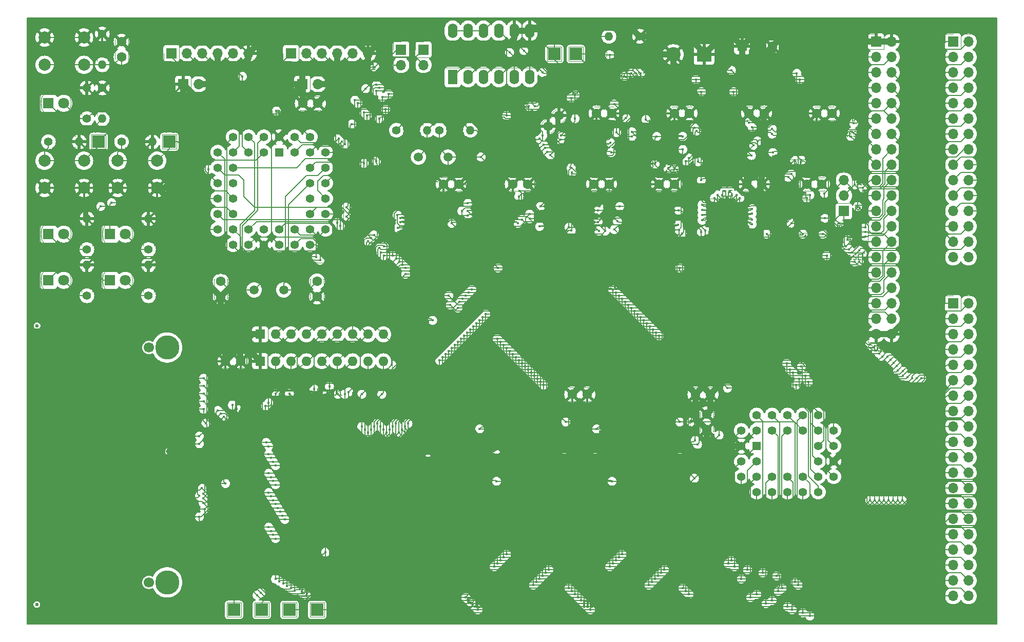
<source format=gto>
%TF.GenerationSoftware,KiCad,Pcbnew,8.0.9-8.0.9-0~ubuntu24.04.1*%
%TF.CreationDate,2025-05-20T15:27:08-04:00*%
%TF.ProjectId,k30-SBC-dh,6b33302d-5342-4432-9d64-682e6b696361,1*%
%TF.SameCoordinates,Original*%
%TF.FileFunction,Legend,Top*%
%TF.FilePolarity,Positive*%
%FSLAX46Y46*%
G04 Gerber Fmt 4.6, Leading zero omitted, Abs format (unit mm)*
G04 Created by KiCad (PCBNEW 8.0.9-8.0.9-0~ubuntu24.04.1) date 2025-05-20 15:27:08*
%MOMM*%
%LPD*%
G01*
G04 APERTURE LIST*
G04 Aperture macros list*
%AMRoundRect*
0 Rectangle with rounded corners*
0 $1 Rounding radius*
0 $2 $3 $4 $5 $6 $7 $8 $9 X,Y pos of 4 corners*
0 Add a 4 corners polygon primitive as box body*
4,1,4,$2,$3,$4,$5,$6,$7,$8,$9,$2,$3,0*
0 Add four circle primitives for the rounded corners*
1,1,$1+$1,$2,$3*
1,1,$1+$1,$4,$5*
1,1,$1+$1,$6,$7*
1,1,$1+$1,$8,$9*
0 Add four rect primitives between the rounded corners*
20,1,$1+$1,$2,$3,$4,$5,0*
20,1,$1+$1,$4,$5,$6,$7,0*
20,1,$1+$1,$6,$7,$8,$9,0*
20,1,$1+$1,$8,$9,$2,$3,0*%
%AMFreePoly0*
4,1,19,0.500000,-0.750000,0.000000,-0.750000,0.000000,-0.744911,-0.071157,-0.744911,-0.207708,-0.704816,-0.327430,-0.627875,-0.420627,-0.520320,-0.479746,-0.390866,-0.500000,-0.250000,-0.500000,0.250000,-0.479746,0.390866,-0.420627,0.520320,-0.327430,0.627875,-0.207708,0.704816,-0.071157,0.744911,0.000000,0.744911,0.000000,0.750000,0.500000,0.750000,0.500000,-0.750000,0.500000,-0.750000,
$1*%
%AMFreePoly1*
4,1,19,0.000000,0.744911,0.071157,0.744911,0.207708,0.704816,0.327430,0.627875,0.420627,0.520320,0.479746,0.390866,0.500000,0.250000,0.500000,-0.250000,0.479746,-0.390866,0.420627,-0.520320,0.327430,-0.627875,0.207708,-0.704816,0.071157,-0.744911,0.000000,-0.744911,0.000000,-0.750000,-0.500000,-0.750000,-0.500000,0.750000,0.000000,0.750000,0.000000,0.744911,0.000000,0.744911,
$1*%
G04 Aperture macros list end*
%ADD10C,0.120000*%
%ADD11C,0.150000*%
%ADD12C,0.300000*%
%ADD13C,0.125000*%
%ADD14C,0.010000*%
%ADD15C,1.600000*%
%ADD16R,1.600000X1.600000*%
%ADD17R,1.700000X1.700000*%
%ADD18O,1.700000X1.700000*%
%ADD19C,1.400000*%
%ADD20O,1.400000X1.400000*%
%ADD21O,1.600000X1.600000*%
%ADD22R,1.600000X2.400000*%
%ADD23O,1.600000X2.400000*%
%ADD24R,1.635000X0.380000*%
%ADD25R,0.380000X1.635000*%
%ADD26C,1.500000*%
%ADD27R,1.422400X1.422400*%
%ADD28C,1.422400*%
%ADD29R,1.800000X1.800000*%
%ADD30C,1.800000*%
%ADD31C,2.000000*%
%ADD32R,2.000000X2.000000*%
%ADD33RoundRect,0.100000X-0.637500X-0.100000X0.637500X-0.100000X0.637500X0.100000X-0.637500X0.100000X0*%
%ADD34RoundRect,0.125000X-0.762500X-0.125000X0.762500X-0.125000X0.762500X0.125000X-0.762500X0.125000X0*%
%ADD35RoundRect,0.137500X-0.625000X-0.137500X0.625000X-0.137500X0.625000X0.137500X-0.625000X0.137500X0*%
%ADD36C,3.990000*%
%ADD37R,4.570000X2.490000*%
%ADD38C,1.700000*%
%ADD39C,0.600000*%
%ADD40R,3.510000X0.410000*%
%ADD41R,2.400000X2.400000*%
%ADD42C,2.400000*%
%ADD43R,1.500000X0.400000*%
%ADD44FreePoly0,180.000000*%
%ADD45FreePoly1,180.000000*%
%ADD46FreePoly0,0.000000*%
%ADD47FreePoly1,0.000000*%
%TA.AperFunction,ComponentPad*%
%ADD48C,1.600000*%
%TD*%
%TA.AperFunction,ComponentPad*%
%ADD49R,1.600000X1.600000*%
%TD*%
%TA.AperFunction,ComponentPad*%
%ADD50R,1.700000X1.700000*%
%TD*%
%TA.AperFunction,ComponentPad*%
%ADD51O,1.700000X1.700000*%
%TD*%
%TA.AperFunction,ComponentPad*%
%ADD52C,1.400000*%
%TD*%
%TA.AperFunction,ComponentPad*%
%ADD53O,1.400000X1.400000*%
%TD*%
%TA.AperFunction,ComponentPad*%
%ADD54O,1.600000X1.600000*%
%TD*%
%TA.AperFunction,ComponentPad*%
%ADD55R,1.600000X2.400000*%
%TD*%
%TA.AperFunction,ComponentPad*%
%ADD56O,1.600000X2.400000*%
%TD*%
%TA.AperFunction,ComponentPad*%
%ADD57C,1.500000*%
%TD*%
%TA.AperFunction,ComponentPad*%
%ADD58R,1.422400X1.422400*%
%TD*%
%TA.AperFunction,ComponentPad*%
%ADD59C,1.422400*%
%TD*%
%TA.AperFunction,ComponentPad*%
%ADD60R,1.800000X1.800000*%
%TD*%
%TA.AperFunction,ComponentPad*%
%ADD61C,1.800000*%
%TD*%
%TA.AperFunction,ComponentPad*%
%ADD62C,2.000000*%
%TD*%
%TA.AperFunction,ComponentPad*%
%ADD63R,2.000000X2.000000*%
%TD*%
%TA.AperFunction,ComponentPad*%
%ADD64C,3.990000*%
%TD*%
%TA.AperFunction,ComponentPad*%
%ADD65R,2.400000X2.400000*%
%TD*%
%TA.AperFunction,ComponentPad*%
%ADD66C,2.400000*%
%TD*%
%TA.AperFunction,ViaPad*%
%ADD67C,0.600000*%
%TD*%
%TA.AperFunction,ViaPad*%
%ADD68C,0.450000*%
%TD*%
%TA.AperFunction,Conductor*%
%ADD69C,0.150000*%
%TD*%
%TA.AperFunction,Conductor*%
%ADD70C,0.300000*%
%TD*%
%TA.AperFunction,Conductor*%
%ADD71C,1.000000*%
%TD*%
%TA.AperFunction,EtchedComponent*%
%ADD72C,0.000000*%
%TD*%
%TA.AperFunction,SMDPad,CuDef*%
%ADD73R,1.635000X0.380000*%
%TD*%
%TA.AperFunction,SMDPad,CuDef*%
%ADD74R,0.380000X1.635000*%
%TD*%
%TA.AperFunction,SMDPad,CuDef*%
%ADD75RoundRect,0.100000X-0.637500X-0.100000X0.637500X-0.100000X0.637500X0.100000X-0.637500X0.100000X0*%
%TD*%
%TA.AperFunction,SMDPad,CuDef*%
%ADD76RoundRect,0.125000X-0.762500X-0.125000X0.762500X-0.125000X0.762500X0.125000X-0.762500X0.125000X0*%
%TD*%
%TA.AperFunction,SMDPad,CuDef*%
%ADD77RoundRect,0.137500X-0.625000X-0.137500X0.625000X-0.137500X0.625000X0.137500X-0.625000X0.137500X0*%
%TD*%
%TA.AperFunction,SMDPad,CuDef*%
%ADD78R,4.570000X2.490000*%
%TD*%
%TA.AperFunction,SMDPad,CuDef*%
%ADD79R,3.510000X0.410000*%
%TD*%
%TA.AperFunction,SMDPad,CuDef*%
%ADD80R,1.500000X0.400000*%
%TD*%
%TA.AperFunction,SMDPad,CuDef*%
%ADD81FreePoly0,180.000000*%
%TD*%
%TA.AperFunction,SMDPad,CuDef*%
%ADD82FreePoly1,180.000000*%
%TD*%
%TA.AperFunction,SMDPad,CuDef*%
%ADD83FreePoly0,0.000000*%
%TD*%
%TA.AperFunction,SMDPad,CuDef*%
%ADD84FreePoly1,0.000000*%
%TD*%
%TA.AperFunction,Profile*%
%ADD85C,0.150000*%
%TD*%
G04 APERTURE END LIST*
D10*
X108077000Y-49784000D02*
X108077000Y-50673000D01*
X115316000Y-50673000D02*
X115316000Y-49784000D01*
X108077000Y-50673000D02*
X115316000Y-50673000D01*
X111760000Y-50673000D02*
X111760000Y-50927000D01*
D11*
X63227295Y-41493839D02*
X62427295Y-41493839D01*
X62427295Y-41493839D02*
X62427295Y-41303363D01*
X62427295Y-41303363D02*
X62465390Y-41189077D01*
X62465390Y-41189077D02*
X62541580Y-41112887D01*
X62541580Y-41112887D02*
X62617771Y-41074792D01*
X62617771Y-41074792D02*
X62770152Y-41036696D01*
X62770152Y-41036696D02*
X62884438Y-41036696D01*
X62884438Y-41036696D02*
X63036819Y-41074792D01*
X63036819Y-41074792D02*
X63113009Y-41112887D01*
X63113009Y-41112887D02*
X63189200Y-41189077D01*
X63189200Y-41189077D02*
X63227295Y-41303363D01*
X63227295Y-41303363D02*
X63227295Y-41493839D01*
X62427295Y-40808125D02*
X62427295Y-40350982D01*
X63227295Y-40579554D02*
X62427295Y-40579554D01*
X63227295Y-39627172D02*
X62846342Y-39893839D01*
X63227295Y-40084315D02*
X62427295Y-40084315D01*
X62427295Y-40084315D02*
X62427295Y-39779553D01*
X62427295Y-39779553D02*
X62465390Y-39703363D01*
X62465390Y-39703363D02*
X62503485Y-39665268D01*
X62503485Y-39665268D02*
X62579676Y-39627172D01*
X62579676Y-39627172D02*
X62693961Y-39627172D01*
X62693961Y-39627172D02*
X62770152Y-39665268D01*
X62770152Y-39665268D02*
X62808247Y-39703363D01*
X62808247Y-39703363D02*
X62846342Y-39779553D01*
X62846342Y-39779553D02*
X62846342Y-40084315D01*
X65767295Y-41036696D02*
X65386342Y-41303363D01*
X65767295Y-41493839D02*
X64967295Y-41493839D01*
X64967295Y-41493839D02*
X64967295Y-41189077D01*
X64967295Y-41189077D02*
X65005390Y-41112887D01*
X65005390Y-41112887D02*
X65043485Y-41074792D01*
X65043485Y-41074792D02*
X65119676Y-41036696D01*
X65119676Y-41036696D02*
X65233961Y-41036696D01*
X65233961Y-41036696D02*
X65310152Y-41074792D01*
X65310152Y-41074792D02*
X65348247Y-41112887D01*
X65348247Y-41112887D02*
X65386342Y-41189077D01*
X65386342Y-41189077D02*
X65386342Y-41493839D01*
X64967295Y-40770030D02*
X65767295Y-40236696D01*
X64967295Y-40236696D02*
X65767295Y-40770030D01*
X67507295Y-41608125D02*
X67507295Y-41150982D01*
X68307295Y-41379554D02*
X67507295Y-41379554D01*
X67507295Y-40960506D02*
X68307295Y-40427172D01*
X67507295Y-40427172D02*
X68307295Y-40960506D01*
X75165390Y-41074792D02*
X75127295Y-41150982D01*
X75127295Y-41150982D02*
X75127295Y-41265268D01*
X75127295Y-41265268D02*
X75165390Y-41379554D01*
X75165390Y-41379554D02*
X75241580Y-41455744D01*
X75241580Y-41455744D02*
X75317771Y-41493839D01*
X75317771Y-41493839D02*
X75470152Y-41531935D01*
X75470152Y-41531935D02*
X75584438Y-41531935D01*
X75584438Y-41531935D02*
X75736819Y-41493839D01*
X75736819Y-41493839D02*
X75813009Y-41455744D01*
X75813009Y-41455744D02*
X75889200Y-41379554D01*
X75889200Y-41379554D02*
X75927295Y-41265268D01*
X75927295Y-41265268D02*
X75927295Y-41189077D01*
X75927295Y-41189077D02*
X75889200Y-41074792D01*
X75889200Y-41074792D02*
X75851104Y-41036696D01*
X75851104Y-41036696D02*
X75584438Y-41036696D01*
X75584438Y-41036696D02*
X75584438Y-41189077D01*
X75927295Y-40693839D02*
X75127295Y-40693839D01*
X75127295Y-40693839D02*
X75927295Y-40236696D01*
X75927295Y-40236696D02*
X75127295Y-40236696D01*
X75927295Y-39855744D02*
X75127295Y-39855744D01*
X75127295Y-39855744D02*
X75127295Y-39665268D01*
X75127295Y-39665268D02*
X75165390Y-39550982D01*
X75165390Y-39550982D02*
X75241580Y-39474792D01*
X75241580Y-39474792D02*
X75317771Y-39436697D01*
X75317771Y-39436697D02*
X75470152Y-39398601D01*
X75470152Y-39398601D02*
X75584438Y-39398601D01*
X75584438Y-39398601D02*
X75736819Y-39436697D01*
X75736819Y-39436697D02*
X75813009Y-39474792D01*
X75813009Y-39474792D02*
X75889200Y-39550982D01*
X75889200Y-39550982D02*
X75927295Y-39665268D01*
X75927295Y-39665268D02*
X75927295Y-39855744D01*
X73311104Y-41036696D02*
X73349200Y-41074792D01*
X73349200Y-41074792D02*
X73387295Y-41189077D01*
X73387295Y-41189077D02*
X73387295Y-41265268D01*
X73387295Y-41265268D02*
X73349200Y-41379554D01*
X73349200Y-41379554D02*
X73273009Y-41455744D01*
X73273009Y-41455744D02*
X73196819Y-41493839D01*
X73196819Y-41493839D02*
X73044438Y-41531935D01*
X73044438Y-41531935D02*
X72930152Y-41531935D01*
X72930152Y-41531935D02*
X72777771Y-41493839D01*
X72777771Y-41493839D02*
X72701580Y-41455744D01*
X72701580Y-41455744D02*
X72625390Y-41379554D01*
X72625390Y-41379554D02*
X72587295Y-41265268D01*
X72587295Y-41265268D02*
X72587295Y-41189077D01*
X72587295Y-41189077D02*
X72625390Y-41074792D01*
X72625390Y-41074792D02*
X72663485Y-41036696D01*
X72587295Y-40808125D02*
X72587295Y-40350982D01*
X73387295Y-40579554D02*
X72587295Y-40579554D01*
X73349200Y-40122411D02*
X73387295Y-40008125D01*
X73387295Y-40008125D02*
X73387295Y-39817649D01*
X73387295Y-39817649D02*
X73349200Y-39741458D01*
X73349200Y-39741458D02*
X73311104Y-39703363D01*
X73311104Y-39703363D02*
X73234914Y-39665268D01*
X73234914Y-39665268D02*
X73158723Y-39665268D01*
X73158723Y-39665268D02*
X73082533Y-39703363D01*
X73082533Y-39703363D02*
X73044438Y-39741458D01*
X73044438Y-39741458D02*
X73006342Y-39817649D01*
X73006342Y-39817649D02*
X72968247Y-39970030D01*
X72968247Y-39970030D02*
X72930152Y-40046220D01*
X72930152Y-40046220D02*
X72892057Y-40084315D01*
X72892057Y-40084315D02*
X72815866Y-40122411D01*
X72815866Y-40122411D02*
X72739676Y-40122411D01*
X72739676Y-40122411D02*
X72663485Y-40084315D01*
X72663485Y-40084315D02*
X72625390Y-40046220D01*
X72625390Y-40046220D02*
X72587295Y-39970030D01*
X72587295Y-39970030D02*
X72587295Y-39779553D01*
X72587295Y-39779553D02*
X72625390Y-39665268D01*
X70542533Y-41493839D02*
X70542533Y-40884316D01*
X70847295Y-41189077D02*
X70237771Y-41189077D01*
X70047295Y-40122411D02*
X70047295Y-40503363D01*
X70047295Y-40503363D02*
X70428247Y-40541459D01*
X70428247Y-40541459D02*
X70390152Y-40503363D01*
X70390152Y-40503363D02*
X70352057Y-40427173D01*
X70352057Y-40427173D02*
X70352057Y-40236697D01*
X70352057Y-40236697D02*
X70390152Y-40160506D01*
X70390152Y-40160506D02*
X70428247Y-40122411D01*
X70428247Y-40122411D02*
X70504438Y-40084316D01*
X70504438Y-40084316D02*
X70694914Y-40084316D01*
X70694914Y-40084316D02*
X70771104Y-40122411D01*
X70771104Y-40122411D02*
X70809200Y-40160506D01*
X70809200Y-40160506D02*
X70847295Y-40236697D01*
X70847295Y-40236697D02*
X70847295Y-40427173D01*
X70847295Y-40427173D02*
X70809200Y-40503363D01*
X70809200Y-40503363D02*
X70771104Y-40541459D01*
X70047295Y-39855744D02*
X70847295Y-39589077D01*
X70847295Y-39589077D02*
X70047295Y-39322411D01*
D12*
X122531999Y-80305412D02*
X122531999Y-78805412D01*
X122531999Y-78805412D02*
X122889142Y-78805412D01*
X122889142Y-78805412D02*
X123103428Y-78876841D01*
X123103428Y-78876841D02*
X123246285Y-79019698D01*
X123246285Y-79019698D02*
X123317714Y-79162555D01*
X123317714Y-79162555D02*
X123389142Y-79448269D01*
X123389142Y-79448269D02*
X123389142Y-79662555D01*
X123389142Y-79662555D02*
X123317714Y-79948269D01*
X123317714Y-79948269D02*
X123246285Y-80091126D01*
X123246285Y-80091126D02*
X123103428Y-80233984D01*
X123103428Y-80233984D02*
X122889142Y-80305412D01*
X122889142Y-80305412D02*
X122531999Y-80305412D01*
X124603428Y-80233984D02*
X124460571Y-80305412D01*
X124460571Y-80305412D02*
X124174857Y-80305412D01*
X124174857Y-80305412D02*
X124031999Y-80233984D01*
X124031999Y-80233984D02*
X123960571Y-80091126D01*
X123960571Y-80091126D02*
X123960571Y-79519698D01*
X123960571Y-79519698D02*
X124031999Y-79376841D01*
X124031999Y-79376841D02*
X124174857Y-79305412D01*
X124174857Y-79305412D02*
X124460571Y-79305412D01*
X124460571Y-79305412D02*
X124603428Y-79376841D01*
X124603428Y-79376841D02*
X124674857Y-79519698D01*
X124674857Y-79519698D02*
X124674857Y-79662555D01*
X124674857Y-79662555D02*
X123960571Y-79805412D01*
X125246285Y-80233984D02*
X125389142Y-80305412D01*
X125389142Y-80305412D02*
X125674856Y-80305412D01*
X125674856Y-80305412D02*
X125817713Y-80233984D01*
X125817713Y-80233984D02*
X125889142Y-80091126D01*
X125889142Y-80091126D02*
X125889142Y-80019698D01*
X125889142Y-80019698D02*
X125817713Y-79876841D01*
X125817713Y-79876841D02*
X125674856Y-79805412D01*
X125674856Y-79805412D02*
X125460571Y-79805412D01*
X125460571Y-79805412D02*
X125317713Y-79733984D01*
X125317713Y-79733984D02*
X125246285Y-79591126D01*
X125246285Y-79591126D02*
X125246285Y-79519698D01*
X125246285Y-79519698D02*
X125317713Y-79376841D01*
X125317713Y-79376841D02*
X125460571Y-79305412D01*
X125460571Y-79305412D02*
X125674856Y-79305412D01*
X125674856Y-79305412D02*
X125817713Y-79376841D01*
X126531999Y-80305412D02*
X126531999Y-79305412D01*
X126531999Y-78805412D02*
X126460571Y-78876841D01*
X126460571Y-78876841D02*
X126531999Y-78948269D01*
X126531999Y-78948269D02*
X126603428Y-78876841D01*
X126603428Y-78876841D02*
X126531999Y-78805412D01*
X126531999Y-78805412D02*
X126531999Y-78948269D01*
X127889143Y-79305412D02*
X127889143Y-80519698D01*
X127889143Y-80519698D02*
X127817714Y-80662555D01*
X127817714Y-80662555D02*
X127746285Y-80733984D01*
X127746285Y-80733984D02*
X127603428Y-80805412D01*
X127603428Y-80805412D02*
X127389143Y-80805412D01*
X127389143Y-80805412D02*
X127246285Y-80733984D01*
X127889143Y-80233984D02*
X127746285Y-80305412D01*
X127746285Y-80305412D02*
X127460571Y-80305412D01*
X127460571Y-80305412D02*
X127317714Y-80233984D01*
X127317714Y-80233984D02*
X127246285Y-80162555D01*
X127246285Y-80162555D02*
X127174857Y-80019698D01*
X127174857Y-80019698D02*
X127174857Y-79591126D01*
X127174857Y-79591126D02*
X127246285Y-79448269D01*
X127246285Y-79448269D02*
X127317714Y-79376841D01*
X127317714Y-79376841D02*
X127460571Y-79305412D01*
X127460571Y-79305412D02*
X127746285Y-79305412D01*
X127746285Y-79305412D02*
X127889143Y-79376841D01*
X128603428Y-79305412D02*
X128603428Y-80305412D01*
X128603428Y-79448269D02*
X128674857Y-79376841D01*
X128674857Y-79376841D02*
X128817714Y-79305412D01*
X128817714Y-79305412D02*
X129032000Y-79305412D01*
X129032000Y-79305412D02*
X129174857Y-79376841D01*
X129174857Y-79376841D02*
X129246286Y-79519698D01*
X129246286Y-79519698D02*
X129246286Y-80305412D01*
X130532000Y-80233984D02*
X130389143Y-80305412D01*
X130389143Y-80305412D02*
X130103429Y-80305412D01*
X130103429Y-80305412D02*
X129960571Y-80233984D01*
X129960571Y-80233984D02*
X129889143Y-80091126D01*
X129889143Y-80091126D02*
X129889143Y-79519698D01*
X129889143Y-79519698D02*
X129960571Y-79376841D01*
X129960571Y-79376841D02*
X130103429Y-79305412D01*
X130103429Y-79305412D02*
X130389143Y-79305412D01*
X130389143Y-79305412D02*
X130532000Y-79376841D01*
X130532000Y-79376841D02*
X130603429Y-79519698D01*
X130603429Y-79519698D02*
X130603429Y-79662555D01*
X130603429Y-79662555D02*
X129889143Y-79805412D01*
X131889143Y-80305412D02*
X131889143Y-78805412D01*
X131889143Y-80233984D02*
X131746285Y-80305412D01*
X131746285Y-80305412D02*
X131460571Y-80305412D01*
X131460571Y-80305412D02*
X131317714Y-80233984D01*
X131317714Y-80233984D02*
X131246285Y-80162555D01*
X131246285Y-80162555D02*
X131174857Y-80019698D01*
X131174857Y-80019698D02*
X131174857Y-79591126D01*
X131174857Y-79591126D02*
X131246285Y-79448269D01*
X131246285Y-79448269D02*
X131317714Y-79376841D01*
X131317714Y-79376841D02*
X131460571Y-79305412D01*
X131460571Y-79305412D02*
X131746285Y-79305412D01*
X131746285Y-79305412D02*
X131889143Y-79376841D01*
X133746285Y-80305412D02*
X133746285Y-78805412D01*
X133746285Y-79376841D02*
X133889143Y-79305412D01*
X133889143Y-79305412D02*
X134174857Y-79305412D01*
X134174857Y-79305412D02*
X134317714Y-79376841D01*
X134317714Y-79376841D02*
X134389143Y-79448269D01*
X134389143Y-79448269D02*
X134460571Y-79591126D01*
X134460571Y-79591126D02*
X134460571Y-80019698D01*
X134460571Y-80019698D02*
X134389143Y-80162555D01*
X134389143Y-80162555D02*
X134317714Y-80233984D01*
X134317714Y-80233984D02*
X134174857Y-80305412D01*
X134174857Y-80305412D02*
X133889143Y-80305412D01*
X133889143Y-80305412D02*
X133746285Y-80233984D01*
X134960571Y-79305412D02*
X135317714Y-80305412D01*
X135674857Y-79305412D02*
X135317714Y-80305412D01*
X135317714Y-80305412D02*
X135174857Y-80662555D01*
X135174857Y-80662555D02*
X135103428Y-80733984D01*
X135103428Y-80733984D02*
X134960571Y-80805412D01*
X121710571Y-81720328D02*
X122281999Y-81720328D01*
X121924856Y-81220328D02*
X121924856Y-82506042D01*
X121924856Y-82506042D02*
X121996285Y-82648900D01*
X121996285Y-82648900D02*
X122139142Y-82720328D01*
X122139142Y-82720328D02*
X122281999Y-82720328D01*
X122781999Y-82720328D02*
X122781999Y-81720328D01*
X122781999Y-82006042D02*
X122853428Y-81863185D01*
X122853428Y-81863185D02*
X122924857Y-81791757D01*
X122924857Y-81791757D02*
X123067714Y-81720328D01*
X123067714Y-81720328D02*
X123210571Y-81720328D01*
X124353428Y-82720328D02*
X124353428Y-81934614D01*
X124353428Y-81934614D02*
X124281999Y-81791757D01*
X124281999Y-81791757D02*
X124139142Y-81720328D01*
X124139142Y-81720328D02*
X123853428Y-81720328D01*
X123853428Y-81720328D02*
X123710570Y-81791757D01*
X124353428Y-82648900D02*
X124210570Y-82720328D01*
X124210570Y-82720328D02*
X123853428Y-82720328D01*
X123853428Y-82720328D02*
X123710570Y-82648900D01*
X123710570Y-82648900D02*
X123639142Y-82506042D01*
X123639142Y-82506042D02*
X123639142Y-82363185D01*
X123639142Y-82363185D02*
X123710570Y-82220328D01*
X123710570Y-82220328D02*
X123853428Y-82148900D01*
X123853428Y-82148900D02*
X124210570Y-82148900D01*
X124210570Y-82148900D02*
X124353428Y-82077471D01*
X125067713Y-81720328D02*
X125067713Y-82720328D01*
X125067713Y-81863185D02*
X125139142Y-81791757D01*
X125139142Y-81791757D02*
X125281999Y-81720328D01*
X125281999Y-81720328D02*
X125496285Y-81720328D01*
X125496285Y-81720328D02*
X125639142Y-81791757D01*
X125639142Y-81791757D02*
X125710571Y-81934614D01*
X125710571Y-81934614D02*
X125710571Y-82720328D01*
X126353428Y-82648900D02*
X126496285Y-82720328D01*
X126496285Y-82720328D02*
X126781999Y-82720328D01*
X126781999Y-82720328D02*
X126924856Y-82648900D01*
X126924856Y-82648900D02*
X126996285Y-82506042D01*
X126996285Y-82506042D02*
X126996285Y-82434614D01*
X126996285Y-82434614D02*
X126924856Y-82291757D01*
X126924856Y-82291757D02*
X126781999Y-82220328D01*
X126781999Y-82220328D02*
X126567714Y-82220328D01*
X126567714Y-82220328D02*
X126424856Y-82148900D01*
X126424856Y-82148900D02*
X126353428Y-82006042D01*
X126353428Y-82006042D02*
X126353428Y-81934614D01*
X126353428Y-81934614D02*
X126424856Y-81791757D01*
X126424856Y-81791757D02*
X126567714Y-81720328D01*
X126567714Y-81720328D02*
X126781999Y-81720328D01*
X126781999Y-81720328D02*
X126924856Y-81791757D01*
X127639142Y-82720328D02*
X127639142Y-81720328D01*
X127639142Y-81220328D02*
X127567714Y-81291757D01*
X127567714Y-81291757D02*
X127639142Y-81363185D01*
X127639142Y-81363185D02*
X127710571Y-81291757D01*
X127710571Y-81291757D02*
X127639142Y-81220328D01*
X127639142Y-81220328D02*
X127639142Y-81363185D01*
X128282000Y-82648900D02*
X128424857Y-82720328D01*
X128424857Y-82720328D02*
X128710571Y-82720328D01*
X128710571Y-82720328D02*
X128853428Y-82648900D01*
X128853428Y-82648900D02*
X128924857Y-82506042D01*
X128924857Y-82506042D02*
X128924857Y-82434614D01*
X128924857Y-82434614D02*
X128853428Y-82291757D01*
X128853428Y-82291757D02*
X128710571Y-82220328D01*
X128710571Y-82220328D02*
X128496286Y-82220328D01*
X128496286Y-82220328D02*
X128353428Y-82148900D01*
X128353428Y-82148900D02*
X128282000Y-82006042D01*
X128282000Y-82006042D02*
X128282000Y-81934614D01*
X128282000Y-81934614D02*
X128353428Y-81791757D01*
X128353428Y-81791757D02*
X128496286Y-81720328D01*
X128496286Y-81720328D02*
X128710571Y-81720328D01*
X128710571Y-81720328D02*
X128853428Y-81791757D01*
X129353429Y-81720328D02*
X129924857Y-81720328D01*
X129567714Y-81220328D02*
X129567714Y-82506042D01*
X129567714Y-82506042D02*
X129639143Y-82648900D01*
X129639143Y-82648900D02*
X129782000Y-82720328D01*
X129782000Y-82720328D02*
X129924857Y-82720328D01*
X130639143Y-82720328D02*
X130496286Y-82648900D01*
X130496286Y-82648900D02*
X130424857Y-82577471D01*
X130424857Y-82577471D02*
X130353429Y-82434614D01*
X130353429Y-82434614D02*
X130353429Y-82006042D01*
X130353429Y-82006042D02*
X130424857Y-81863185D01*
X130424857Y-81863185D02*
X130496286Y-81791757D01*
X130496286Y-81791757D02*
X130639143Y-81720328D01*
X130639143Y-81720328D02*
X130853429Y-81720328D01*
X130853429Y-81720328D02*
X130996286Y-81791757D01*
X130996286Y-81791757D02*
X131067715Y-81863185D01*
X131067715Y-81863185D02*
X131139143Y-82006042D01*
X131139143Y-82006042D02*
X131139143Y-82434614D01*
X131139143Y-82434614D02*
X131067715Y-82577471D01*
X131067715Y-82577471D02*
X130996286Y-82648900D01*
X130996286Y-82648900D02*
X130853429Y-82720328D01*
X130853429Y-82720328D02*
X130639143Y-82720328D01*
X131782000Y-82720328D02*
X131782000Y-81720328D01*
X131782000Y-82006042D02*
X131853429Y-81863185D01*
X131853429Y-81863185D02*
X131924858Y-81791757D01*
X131924858Y-81791757D02*
X132067715Y-81720328D01*
X132067715Y-81720328D02*
X132210572Y-81720328D01*
X133639143Y-81720328D02*
X134210571Y-81720328D01*
X133853428Y-82720328D02*
X133853428Y-81434614D01*
X133853428Y-81434614D02*
X133924857Y-81291757D01*
X133924857Y-81291757D02*
X134067714Y-81220328D01*
X134067714Y-81220328D02*
X134210571Y-81220328D01*
X135282000Y-82648900D02*
X135139143Y-82720328D01*
X135139143Y-82720328D02*
X134853429Y-82720328D01*
X134853429Y-82720328D02*
X134710571Y-82648900D01*
X134710571Y-82648900D02*
X134639143Y-82506042D01*
X134639143Y-82506042D02*
X134639143Y-81934614D01*
X134639143Y-81934614D02*
X134710571Y-81791757D01*
X134710571Y-81791757D02*
X134853429Y-81720328D01*
X134853429Y-81720328D02*
X135139143Y-81720328D01*
X135139143Y-81720328D02*
X135282000Y-81791757D01*
X135282000Y-81791757D02*
X135353429Y-81934614D01*
X135353429Y-81934614D02*
X135353429Y-82077471D01*
X135353429Y-82077471D02*
X134639143Y-82220328D01*
X135782000Y-81720328D02*
X136353428Y-81720328D01*
X135996285Y-81220328D02*
X135996285Y-82506042D01*
X135996285Y-82506042D02*
X136067714Y-82648900D01*
X136067714Y-82648900D02*
X136210571Y-82720328D01*
X136210571Y-82720328D02*
X136353428Y-82720328D01*
X126460572Y-83778101D02*
X126532000Y-83706673D01*
X126532000Y-83706673D02*
X126674858Y-83635244D01*
X126674858Y-83635244D02*
X127032000Y-83635244D01*
X127032000Y-83635244D02*
X127174858Y-83706673D01*
X127174858Y-83706673D02*
X127246286Y-83778101D01*
X127246286Y-83778101D02*
X127317715Y-83920958D01*
X127317715Y-83920958D02*
X127317715Y-84063816D01*
X127317715Y-84063816D02*
X127246286Y-84278101D01*
X127246286Y-84278101D02*
X126389143Y-85135244D01*
X126389143Y-85135244D02*
X127317715Y-85135244D01*
X128246286Y-83635244D02*
X128389143Y-83635244D01*
X128389143Y-83635244D02*
X128532000Y-83706673D01*
X128532000Y-83706673D02*
X128603429Y-83778101D01*
X128603429Y-83778101D02*
X128674857Y-83920958D01*
X128674857Y-83920958D02*
X128746286Y-84206673D01*
X128746286Y-84206673D02*
X128746286Y-84563816D01*
X128746286Y-84563816D02*
X128674857Y-84849530D01*
X128674857Y-84849530D02*
X128603429Y-84992387D01*
X128603429Y-84992387D02*
X128532000Y-85063816D01*
X128532000Y-85063816D02*
X128389143Y-85135244D01*
X128389143Y-85135244D02*
X128246286Y-85135244D01*
X128246286Y-85135244D02*
X128103429Y-85063816D01*
X128103429Y-85063816D02*
X128032000Y-84992387D01*
X128032000Y-84992387D02*
X127960571Y-84849530D01*
X127960571Y-84849530D02*
X127889143Y-84563816D01*
X127889143Y-84563816D02*
X127889143Y-84206673D01*
X127889143Y-84206673D02*
X127960571Y-83920958D01*
X127960571Y-83920958D02*
X128032000Y-83778101D01*
X128032000Y-83778101D02*
X128103429Y-83706673D01*
X128103429Y-83706673D02*
X128246286Y-83635244D01*
X129317714Y-83778101D02*
X129389142Y-83706673D01*
X129389142Y-83706673D02*
X129532000Y-83635244D01*
X129532000Y-83635244D02*
X129889142Y-83635244D01*
X129889142Y-83635244D02*
X130032000Y-83706673D01*
X130032000Y-83706673D02*
X130103428Y-83778101D01*
X130103428Y-83778101D02*
X130174857Y-83920958D01*
X130174857Y-83920958D02*
X130174857Y-84063816D01*
X130174857Y-84063816D02*
X130103428Y-84278101D01*
X130103428Y-84278101D02*
X129246285Y-85135244D01*
X129246285Y-85135244D02*
X130174857Y-85135244D01*
X130746285Y-83778101D02*
X130817713Y-83706673D01*
X130817713Y-83706673D02*
X130960571Y-83635244D01*
X130960571Y-83635244D02*
X131317713Y-83635244D01*
X131317713Y-83635244D02*
X131460571Y-83706673D01*
X131460571Y-83706673D02*
X131531999Y-83778101D01*
X131531999Y-83778101D02*
X131603428Y-83920958D01*
X131603428Y-83920958D02*
X131603428Y-84063816D01*
X131603428Y-84063816D02*
X131531999Y-84278101D01*
X131531999Y-84278101D02*
X130674856Y-85135244D01*
X130674856Y-85135244D02*
X131603428Y-85135244D01*
X105809858Y-135171328D02*
X105809858Y-133671328D01*
X105952716Y-134599900D02*
X106381287Y-135171328D01*
X106381287Y-134171328D02*
X105809858Y-134742757D01*
X106881287Y-133671328D02*
X107809859Y-133671328D01*
X107809859Y-133671328D02*
X107309859Y-134242757D01*
X107309859Y-134242757D02*
X107524144Y-134242757D01*
X107524144Y-134242757D02*
X107667002Y-134314185D01*
X107667002Y-134314185D02*
X107738430Y-134385614D01*
X107738430Y-134385614D02*
X107809859Y-134528471D01*
X107809859Y-134528471D02*
X107809859Y-134885614D01*
X107809859Y-134885614D02*
X107738430Y-135028471D01*
X107738430Y-135028471D02*
X107667002Y-135099900D01*
X107667002Y-135099900D02*
X107524144Y-135171328D01*
X107524144Y-135171328D02*
X107095573Y-135171328D01*
X107095573Y-135171328D02*
X106952716Y-135099900D01*
X106952716Y-135099900D02*
X106881287Y-135028471D01*
X108738430Y-133671328D02*
X108881287Y-133671328D01*
X108881287Y-133671328D02*
X109024144Y-133742757D01*
X109024144Y-133742757D02*
X109095573Y-133814185D01*
X109095573Y-133814185D02*
X109167001Y-133957042D01*
X109167001Y-133957042D02*
X109238430Y-134242757D01*
X109238430Y-134242757D02*
X109238430Y-134599900D01*
X109238430Y-134599900D02*
X109167001Y-134885614D01*
X109167001Y-134885614D02*
X109095573Y-135028471D01*
X109095573Y-135028471D02*
X109024144Y-135099900D01*
X109024144Y-135099900D02*
X108881287Y-135171328D01*
X108881287Y-135171328D02*
X108738430Y-135171328D01*
X108738430Y-135171328D02*
X108595573Y-135099900D01*
X108595573Y-135099900D02*
X108524144Y-135028471D01*
X108524144Y-135028471D02*
X108452715Y-134885614D01*
X108452715Y-134885614D02*
X108381287Y-134599900D01*
X108381287Y-134599900D02*
X108381287Y-134242757D01*
X108381287Y-134242757D02*
X108452715Y-133957042D01*
X108452715Y-133957042D02*
X108524144Y-133814185D01*
X108524144Y-133814185D02*
X108595573Y-133742757D01*
X108595573Y-133742757D02*
X108738430Y-133671328D01*
X109881286Y-134599900D02*
X111024144Y-134599900D01*
X111667001Y-135099900D02*
X111881287Y-135171328D01*
X111881287Y-135171328D02*
X112238429Y-135171328D01*
X112238429Y-135171328D02*
X112381287Y-135099900D01*
X112381287Y-135099900D02*
X112452715Y-135028471D01*
X112452715Y-135028471D02*
X112524144Y-134885614D01*
X112524144Y-134885614D02*
X112524144Y-134742757D01*
X112524144Y-134742757D02*
X112452715Y-134599900D01*
X112452715Y-134599900D02*
X112381287Y-134528471D01*
X112381287Y-134528471D02*
X112238429Y-134457042D01*
X112238429Y-134457042D02*
X111952715Y-134385614D01*
X111952715Y-134385614D02*
X111809858Y-134314185D01*
X111809858Y-134314185D02*
X111738429Y-134242757D01*
X111738429Y-134242757D02*
X111667001Y-134099900D01*
X111667001Y-134099900D02*
X111667001Y-133957042D01*
X111667001Y-133957042D02*
X111738429Y-133814185D01*
X111738429Y-133814185D02*
X111809858Y-133742757D01*
X111809858Y-133742757D02*
X111952715Y-133671328D01*
X111952715Y-133671328D02*
X112309858Y-133671328D01*
X112309858Y-133671328D02*
X112524144Y-133742757D01*
X113667000Y-134385614D02*
X113881286Y-134457042D01*
X113881286Y-134457042D02*
X113952715Y-134528471D01*
X113952715Y-134528471D02*
X114024143Y-134671328D01*
X114024143Y-134671328D02*
X114024143Y-134885614D01*
X114024143Y-134885614D02*
X113952715Y-135028471D01*
X113952715Y-135028471D02*
X113881286Y-135099900D01*
X113881286Y-135099900D02*
X113738429Y-135171328D01*
X113738429Y-135171328D02*
X113167000Y-135171328D01*
X113167000Y-135171328D02*
X113167000Y-133671328D01*
X113167000Y-133671328D02*
X113667000Y-133671328D01*
X113667000Y-133671328D02*
X113809858Y-133742757D01*
X113809858Y-133742757D02*
X113881286Y-133814185D01*
X113881286Y-133814185D02*
X113952715Y-133957042D01*
X113952715Y-133957042D02*
X113952715Y-134099900D01*
X113952715Y-134099900D02*
X113881286Y-134242757D01*
X113881286Y-134242757D02*
X113809858Y-134314185D01*
X113809858Y-134314185D02*
X113667000Y-134385614D01*
X113667000Y-134385614D02*
X113167000Y-134385614D01*
X115524143Y-135028471D02*
X115452715Y-135099900D01*
X115452715Y-135099900D02*
X115238429Y-135171328D01*
X115238429Y-135171328D02*
X115095572Y-135171328D01*
X115095572Y-135171328D02*
X114881286Y-135099900D01*
X114881286Y-135099900D02*
X114738429Y-134957042D01*
X114738429Y-134957042D02*
X114667000Y-134814185D01*
X114667000Y-134814185D02*
X114595572Y-134528471D01*
X114595572Y-134528471D02*
X114595572Y-134314185D01*
X114595572Y-134314185D02*
X114667000Y-134028471D01*
X114667000Y-134028471D02*
X114738429Y-133885614D01*
X114738429Y-133885614D02*
X114881286Y-133742757D01*
X114881286Y-133742757D02*
X115095572Y-133671328D01*
X115095572Y-133671328D02*
X115238429Y-133671328D01*
X115238429Y-133671328D02*
X115452715Y-133742757D01*
X115452715Y-133742757D02*
X115524143Y-133814185D01*
X118167000Y-135171328D02*
X117667000Y-134457042D01*
X117309857Y-135171328D02*
X117309857Y-133671328D01*
X117309857Y-133671328D02*
X117881286Y-133671328D01*
X117881286Y-133671328D02*
X118024143Y-133742757D01*
X118024143Y-133742757D02*
X118095572Y-133814185D01*
X118095572Y-133814185D02*
X118167000Y-133957042D01*
X118167000Y-133957042D02*
X118167000Y-134171328D01*
X118167000Y-134171328D02*
X118095572Y-134314185D01*
X118095572Y-134314185D02*
X118024143Y-134385614D01*
X118024143Y-134385614D02*
X117881286Y-134457042D01*
X117881286Y-134457042D02*
X117309857Y-134457042D01*
X119381286Y-135099900D02*
X119238429Y-135171328D01*
X119238429Y-135171328D02*
X118952715Y-135171328D01*
X118952715Y-135171328D02*
X118809857Y-135099900D01*
X118809857Y-135099900D02*
X118738429Y-134957042D01*
X118738429Y-134957042D02*
X118738429Y-134385614D01*
X118738429Y-134385614D02*
X118809857Y-134242757D01*
X118809857Y-134242757D02*
X118952715Y-134171328D01*
X118952715Y-134171328D02*
X119238429Y-134171328D01*
X119238429Y-134171328D02*
X119381286Y-134242757D01*
X119381286Y-134242757D02*
X119452715Y-134385614D01*
X119452715Y-134385614D02*
X119452715Y-134528471D01*
X119452715Y-134528471D02*
X118738429Y-134671328D01*
X119952714Y-134171328D02*
X120309857Y-135171328D01*
X120309857Y-135171328D02*
X120667000Y-134171328D01*
X121238428Y-135028471D02*
X121309857Y-135099900D01*
X121309857Y-135099900D02*
X121238428Y-135171328D01*
X121238428Y-135171328D02*
X121167000Y-135099900D01*
X121167000Y-135099900D02*
X121238428Y-135028471D01*
X121238428Y-135028471D02*
X121238428Y-135171328D01*
X123024143Y-133814185D02*
X123095571Y-133742757D01*
X123095571Y-133742757D02*
X123238429Y-133671328D01*
X123238429Y-133671328D02*
X123595571Y-133671328D01*
X123595571Y-133671328D02*
X123738429Y-133742757D01*
X123738429Y-133742757D02*
X123809857Y-133814185D01*
X123809857Y-133814185D02*
X123881286Y-133957042D01*
X123881286Y-133957042D02*
X123881286Y-134099900D01*
X123881286Y-134099900D02*
X123809857Y-134314185D01*
X123809857Y-134314185D02*
X122952714Y-135171328D01*
X122952714Y-135171328D02*
X123881286Y-135171328D01*
X126095571Y-135742757D02*
X126024142Y-135671328D01*
X126024142Y-135671328D02*
X125881285Y-135457042D01*
X125881285Y-135457042D02*
X125809857Y-135314185D01*
X125809857Y-135314185D02*
X125738428Y-135099900D01*
X125738428Y-135099900D02*
X125666999Y-134742757D01*
X125666999Y-134742757D02*
X125666999Y-134457042D01*
X125666999Y-134457042D02*
X125738428Y-134099900D01*
X125738428Y-134099900D02*
X125809857Y-133885614D01*
X125809857Y-133885614D02*
X125881285Y-133742757D01*
X125881285Y-133742757D02*
X126024142Y-133528471D01*
X126024142Y-133528471D02*
X126095571Y-133457042D01*
X126666999Y-135171328D02*
X126666999Y-133671328D01*
X126666999Y-133671328D02*
X127024142Y-133671328D01*
X127024142Y-133671328D02*
X127238428Y-133742757D01*
X127238428Y-133742757D02*
X127381285Y-133885614D01*
X127381285Y-133885614D02*
X127452714Y-134028471D01*
X127452714Y-134028471D02*
X127524142Y-134314185D01*
X127524142Y-134314185D02*
X127524142Y-134528471D01*
X127524142Y-134528471D02*
X127452714Y-134814185D01*
X127452714Y-134814185D02*
X127381285Y-134957042D01*
X127381285Y-134957042D02*
X127238428Y-135099900D01*
X127238428Y-135099900D02*
X127024142Y-135171328D01*
X127024142Y-135171328D02*
X126666999Y-135171328D01*
X128166999Y-135171328D02*
X128166999Y-133671328D01*
X128166999Y-134385614D02*
X129024142Y-134385614D01*
X129024142Y-135171328D02*
X129024142Y-133671328D01*
X130881285Y-135171328D02*
X130881285Y-134171328D01*
X130881285Y-134314185D02*
X130952714Y-134242757D01*
X130952714Y-134242757D02*
X131095571Y-134171328D01*
X131095571Y-134171328D02*
X131309857Y-134171328D01*
X131309857Y-134171328D02*
X131452714Y-134242757D01*
X131452714Y-134242757D02*
X131524143Y-134385614D01*
X131524143Y-134385614D02*
X131524143Y-135171328D01*
X131524143Y-134385614D02*
X131595571Y-134242757D01*
X131595571Y-134242757D02*
X131738428Y-134171328D01*
X131738428Y-134171328D02*
X131952714Y-134171328D01*
X131952714Y-134171328D02*
X132095571Y-134242757D01*
X132095571Y-134242757D02*
X132167000Y-134385614D01*
X132167000Y-134385614D02*
X132167000Y-135171328D01*
X133095571Y-135171328D02*
X132952714Y-135099900D01*
X132952714Y-135099900D02*
X132881285Y-135028471D01*
X132881285Y-135028471D02*
X132809857Y-134885614D01*
X132809857Y-134885614D02*
X132809857Y-134457042D01*
X132809857Y-134457042D02*
X132881285Y-134314185D01*
X132881285Y-134314185D02*
X132952714Y-134242757D01*
X132952714Y-134242757D02*
X133095571Y-134171328D01*
X133095571Y-134171328D02*
X133309857Y-134171328D01*
X133309857Y-134171328D02*
X133452714Y-134242757D01*
X133452714Y-134242757D02*
X133524143Y-134314185D01*
X133524143Y-134314185D02*
X133595571Y-134457042D01*
X133595571Y-134457042D02*
X133595571Y-134885614D01*
X133595571Y-134885614D02*
X133524143Y-135028471D01*
X133524143Y-135028471D02*
X133452714Y-135099900D01*
X133452714Y-135099900D02*
X133309857Y-135171328D01*
X133309857Y-135171328D02*
X133095571Y-135171328D01*
X134881286Y-135171328D02*
X134881286Y-133671328D01*
X134881286Y-135099900D02*
X134738428Y-135171328D01*
X134738428Y-135171328D02*
X134452714Y-135171328D01*
X134452714Y-135171328D02*
X134309857Y-135099900D01*
X134309857Y-135099900D02*
X134238428Y-135028471D01*
X134238428Y-135028471D02*
X134167000Y-134885614D01*
X134167000Y-134885614D02*
X134167000Y-134457042D01*
X134167000Y-134457042D02*
X134238428Y-134314185D01*
X134238428Y-134314185D02*
X134309857Y-134242757D01*
X134309857Y-134242757D02*
X134452714Y-134171328D01*
X134452714Y-134171328D02*
X134738428Y-134171328D01*
X134738428Y-134171328D02*
X134881286Y-134242757D01*
X136667000Y-133814185D02*
X136738428Y-133742757D01*
X136738428Y-133742757D02*
X136881286Y-133671328D01*
X136881286Y-133671328D02*
X137238428Y-133671328D01*
X137238428Y-133671328D02*
X137381286Y-133742757D01*
X137381286Y-133742757D02*
X137452714Y-133814185D01*
X137452714Y-133814185D02*
X137524143Y-133957042D01*
X137524143Y-133957042D02*
X137524143Y-134099900D01*
X137524143Y-134099900D02*
X137452714Y-134314185D01*
X137452714Y-134314185D02*
X136595571Y-135171328D01*
X136595571Y-135171328D02*
X137524143Y-135171328D01*
X138452714Y-133671328D02*
X138595571Y-133671328D01*
X138595571Y-133671328D02*
X138738428Y-133742757D01*
X138738428Y-133742757D02*
X138809857Y-133814185D01*
X138809857Y-133814185D02*
X138881285Y-133957042D01*
X138881285Y-133957042D02*
X138952714Y-134242757D01*
X138952714Y-134242757D02*
X138952714Y-134599900D01*
X138952714Y-134599900D02*
X138881285Y-134885614D01*
X138881285Y-134885614D02*
X138809857Y-135028471D01*
X138809857Y-135028471D02*
X138738428Y-135099900D01*
X138738428Y-135099900D02*
X138595571Y-135171328D01*
X138595571Y-135171328D02*
X138452714Y-135171328D01*
X138452714Y-135171328D02*
X138309857Y-135099900D01*
X138309857Y-135099900D02*
X138238428Y-135028471D01*
X138238428Y-135028471D02*
X138166999Y-134885614D01*
X138166999Y-134885614D02*
X138095571Y-134599900D01*
X138095571Y-134599900D02*
X138095571Y-134242757D01*
X138095571Y-134242757D02*
X138166999Y-133957042D01*
X138166999Y-133957042D02*
X138238428Y-133814185D01*
X138238428Y-133814185D02*
X138309857Y-133742757D01*
X138309857Y-133742757D02*
X138452714Y-133671328D01*
X139595570Y-134599900D02*
X140738428Y-134599900D01*
X141452713Y-135171328D02*
X141452713Y-133671328D01*
X141452713Y-133671328D02*
X141952713Y-134742757D01*
X141952713Y-134742757D02*
X142452713Y-133671328D01*
X142452713Y-133671328D02*
X142452713Y-135171328D01*
X143809857Y-135171328D02*
X143809857Y-134385614D01*
X143809857Y-134385614D02*
X143738428Y-134242757D01*
X143738428Y-134242757D02*
X143595571Y-134171328D01*
X143595571Y-134171328D02*
X143309857Y-134171328D01*
X143309857Y-134171328D02*
X143166999Y-134242757D01*
X143809857Y-135099900D02*
X143666999Y-135171328D01*
X143666999Y-135171328D02*
X143309857Y-135171328D01*
X143309857Y-135171328D02*
X143166999Y-135099900D01*
X143166999Y-135099900D02*
X143095571Y-134957042D01*
X143095571Y-134957042D02*
X143095571Y-134814185D01*
X143095571Y-134814185D02*
X143166999Y-134671328D01*
X143166999Y-134671328D02*
X143309857Y-134599900D01*
X143309857Y-134599900D02*
X143666999Y-134599900D01*
X143666999Y-134599900D02*
X143809857Y-134528471D01*
X144381285Y-134171328D02*
X144738428Y-135171328D01*
X145095571Y-134171328D02*
X144738428Y-135171328D01*
X144738428Y-135171328D02*
X144595571Y-135528471D01*
X144595571Y-135528471D02*
X144524142Y-135599900D01*
X144524142Y-135599900D02*
X144381285Y-135671328D01*
X145666999Y-134599900D02*
X146809857Y-134599900D01*
X147452714Y-133814185D02*
X147524142Y-133742757D01*
X147524142Y-133742757D02*
X147667000Y-133671328D01*
X147667000Y-133671328D02*
X148024142Y-133671328D01*
X148024142Y-133671328D02*
X148167000Y-133742757D01*
X148167000Y-133742757D02*
X148238428Y-133814185D01*
X148238428Y-133814185D02*
X148309857Y-133957042D01*
X148309857Y-133957042D02*
X148309857Y-134099900D01*
X148309857Y-134099900D02*
X148238428Y-134314185D01*
X148238428Y-134314185D02*
X147381285Y-135171328D01*
X147381285Y-135171328D02*
X148309857Y-135171328D01*
X149238428Y-133671328D02*
X149381285Y-133671328D01*
X149381285Y-133671328D02*
X149524142Y-133742757D01*
X149524142Y-133742757D02*
X149595571Y-133814185D01*
X149595571Y-133814185D02*
X149666999Y-133957042D01*
X149666999Y-133957042D02*
X149738428Y-134242757D01*
X149738428Y-134242757D02*
X149738428Y-134599900D01*
X149738428Y-134599900D02*
X149666999Y-134885614D01*
X149666999Y-134885614D02*
X149595571Y-135028471D01*
X149595571Y-135028471D02*
X149524142Y-135099900D01*
X149524142Y-135099900D02*
X149381285Y-135171328D01*
X149381285Y-135171328D02*
X149238428Y-135171328D01*
X149238428Y-135171328D02*
X149095571Y-135099900D01*
X149095571Y-135099900D02*
X149024142Y-135028471D01*
X149024142Y-135028471D02*
X148952713Y-134885614D01*
X148952713Y-134885614D02*
X148881285Y-134599900D01*
X148881285Y-134599900D02*
X148881285Y-134242757D01*
X148881285Y-134242757D02*
X148952713Y-133957042D01*
X148952713Y-133957042D02*
X149024142Y-133814185D01*
X149024142Y-133814185D02*
X149095571Y-133742757D01*
X149095571Y-133742757D02*
X149238428Y-133671328D01*
X150309856Y-133814185D02*
X150381284Y-133742757D01*
X150381284Y-133742757D02*
X150524142Y-133671328D01*
X150524142Y-133671328D02*
X150881284Y-133671328D01*
X150881284Y-133671328D02*
X151024142Y-133742757D01*
X151024142Y-133742757D02*
X151095570Y-133814185D01*
X151095570Y-133814185D02*
X151166999Y-133957042D01*
X151166999Y-133957042D02*
X151166999Y-134099900D01*
X151166999Y-134099900D02*
X151095570Y-134314185D01*
X151095570Y-134314185D02*
X150238427Y-135171328D01*
X150238427Y-135171328D02*
X151166999Y-135171328D01*
X152524141Y-133671328D02*
X151809855Y-133671328D01*
X151809855Y-133671328D02*
X151738427Y-134385614D01*
X151738427Y-134385614D02*
X151809855Y-134314185D01*
X151809855Y-134314185D02*
X151952713Y-134242757D01*
X151952713Y-134242757D02*
X152309855Y-134242757D01*
X152309855Y-134242757D02*
X152452713Y-134314185D01*
X152452713Y-134314185D02*
X152524141Y-134385614D01*
X152524141Y-134385614D02*
X152595570Y-134528471D01*
X152595570Y-134528471D02*
X152595570Y-134885614D01*
X152595570Y-134885614D02*
X152524141Y-135028471D01*
X152524141Y-135028471D02*
X152452713Y-135099900D01*
X152452713Y-135099900D02*
X152309855Y-135171328D01*
X152309855Y-135171328D02*
X151952713Y-135171328D01*
X151952713Y-135171328D02*
X151809855Y-135099900D01*
X151809855Y-135099900D02*
X151738427Y-135028471D01*
X153095569Y-135742757D02*
X153166998Y-135671328D01*
X153166998Y-135671328D02*
X153309855Y-135457042D01*
X153309855Y-135457042D02*
X153381284Y-135314185D01*
X153381284Y-135314185D02*
X153452712Y-135099900D01*
X153452712Y-135099900D02*
X153524141Y-134742757D01*
X153524141Y-134742757D02*
X153524141Y-134457042D01*
X153524141Y-134457042D02*
X153452712Y-134099900D01*
X153452712Y-134099900D02*
X153381284Y-133885614D01*
X153381284Y-133885614D02*
X153309855Y-133742757D01*
X153309855Y-133742757D02*
X153166998Y-133528471D01*
X153166998Y-133528471D02*
X153095569Y-133457042D01*
D11*
X90227533Y-41493839D02*
X90227533Y-40884316D01*
X90532295Y-41189077D02*
X89922771Y-41189077D01*
X89732295Y-40122411D02*
X89732295Y-40503363D01*
X89732295Y-40503363D02*
X90113247Y-40541459D01*
X90113247Y-40541459D02*
X90075152Y-40503363D01*
X90075152Y-40503363D02*
X90037057Y-40427173D01*
X90037057Y-40427173D02*
X90037057Y-40236697D01*
X90037057Y-40236697D02*
X90075152Y-40160506D01*
X90075152Y-40160506D02*
X90113247Y-40122411D01*
X90113247Y-40122411D02*
X90189438Y-40084316D01*
X90189438Y-40084316D02*
X90379914Y-40084316D01*
X90379914Y-40084316D02*
X90456104Y-40122411D01*
X90456104Y-40122411D02*
X90494200Y-40160506D01*
X90494200Y-40160506D02*
X90532295Y-40236697D01*
X90532295Y-40236697D02*
X90532295Y-40427173D01*
X90532295Y-40427173D02*
X90494200Y-40503363D01*
X90494200Y-40503363D02*
X90456104Y-40541459D01*
X89732295Y-39855744D02*
X90532295Y-39589077D01*
X90532295Y-39589077D02*
X89732295Y-39322411D01*
X92996104Y-41036696D02*
X93034200Y-41074792D01*
X93034200Y-41074792D02*
X93072295Y-41189077D01*
X93072295Y-41189077D02*
X93072295Y-41265268D01*
X93072295Y-41265268D02*
X93034200Y-41379554D01*
X93034200Y-41379554D02*
X92958009Y-41455744D01*
X92958009Y-41455744D02*
X92881819Y-41493839D01*
X92881819Y-41493839D02*
X92729438Y-41531935D01*
X92729438Y-41531935D02*
X92615152Y-41531935D01*
X92615152Y-41531935D02*
X92462771Y-41493839D01*
X92462771Y-41493839D02*
X92386580Y-41455744D01*
X92386580Y-41455744D02*
X92310390Y-41379554D01*
X92310390Y-41379554D02*
X92272295Y-41265268D01*
X92272295Y-41265268D02*
X92272295Y-41189077D01*
X92272295Y-41189077D02*
X92310390Y-41074792D01*
X92310390Y-41074792D02*
X92348485Y-41036696D01*
X92272295Y-40808125D02*
X92272295Y-40350982D01*
X93072295Y-40579554D02*
X92272295Y-40579554D01*
X93034200Y-40122411D02*
X93072295Y-40008125D01*
X93072295Y-40008125D02*
X93072295Y-39817649D01*
X93072295Y-39817649D02*
X93034200Y-39741458D01*
X93034200Y-39741458D02*
X92996104Y-39703363D01*
X92996104Y-39703363D02*
X92919914Y-39665268D01*
X92919914Y-39665268D02*
X92843723Y-39665268D01*
X92843723Y-39665268D02*
X92767533Y-39703363D01*
X92767533Y-39703363D02*
X92729438Y-39741458D01*
X92729438Y-39741458D02*
X92691342Y-39817649D01*
X92691342Y-39817649D02*
X92653247Y-39970030D01*
X92653247Y-39970030D02*
X92615152Y-40046220D01*
X92615152Y-40046220D02*
X92577057Y-40084315D01*
X92577057Y-40084315D02*
X92500866Y-40122411D01*
X92500866Y-40122411D02*
X92424676Y-40122411D01*
X92424676Y-40122411D02*
X92348485Y-40084315D01*
X92348485Y-40084315D02*
X92310390Y-40046220D01*
X92310390Y-40046220D02*
X92272295Y-39970030D01*
X92272295Y-39970030D02*
X92272295Y-39779553D01*
X92272295Y-39779553D02*
X92310390Y-39665268D01*
X94850390Y-41074792D02*
X94812295Y-41150982D01*
X94812295Y-41150982D02*
X94812295Y-41265268D01*
X94812295Y-41265268D02*
X94850390Y-41379554D01*
X94850390Y-41379554D02*
X94926580Y-41455744D01*
X94926580Y-41455744D02*
X95002771Y-41493839D01*
X95002771Y-41493839D02*
X95155152Y-41531935D01*
X95155152Y-41531935D02*
X95269438Y-41531935D01*
X95269438Y-41531935D02*
X95421819Y-41493839D01*
X95421819Y-41493839D02*
X95498009Y-41455744D01*
X95498009Y-41455744D02*
X95574200Y-41379554D01*
X95574200Y-41379554D02*
X95612295Y-41265268D01*
X95612295Y-41265268D02*
X95612295Y-41189077D01*
X95612295Y-41189077D02*
X95574200Y-41074792D01*
X95574200Y-41074792D02*
X95536104Y-41036696D01*
X95536104Y-41036696D02*
X95269438Y-41036696D01*
X95269438Y-41036696D02*
X95269438Y-41189077D01*
X95612295Y-40693839D02*
X94812295Y-40693839D01*
X94812295Y-40693839D02*
X95612295Y-40236696D01*
X95612295Y-40236696D02*
X94812295Y-40236696D01*
X95612295Y-39855744D02*
X94812295Y-39855744D01*
X94812295Y-39855744D02*
X94812295Y-39665268D01*
X94812295Y-39665268D02*
X94850390Y-39550982D01*
X94850390Y-39550982D02*
X94926580Y-39474792D01*
X94926580Y-39474792D02*
X95002771Y-39436697D01*
X95002771Y-39436697D02*
X95155152Y-39398601D01*
X95155152Y-39398601D02*
X95269438Y-39398601D01*
X95269438Y-39398601D02*
X95421819Y-39436697D01*
X95421819Y-39436697D02*
X95498009Y-39474792D01*
X95498009Y-39474792D02*
X95574200Y-39550982D01*
X95574200Y-39550982D02*
X95612295Y-39665268D01*
X95612295Y-39665268D02*
X95612295Y-39855744D01*
X82912295Y-41493839D02*
X82112295Y-41493839D01*
X82112295Y-41493839D02*
X82112295Y-41303363D01*
X82112295Y-41303363D02*
X82150390Y-41189077D01*
X82150390Y-41189077D02*
X82226580Y-41112887D01*
X82226580Y-41112887D02*
X82302771Y-41074792D01*
X82302771Y-41074792D02*
X82455152Y-41036696D01*
X82455152Y-41036696D02*
X82569438Y-41036696D01*
X82569438Y-41036696D02*
X82721819Y-41074792D01*
X82721819Y-41074792D02*
X82798009Y-41112887D01*
X82798009Y-41112887D02*
X82874200Y-41189077D01*
X82874200Y-41189077D02*
X82912295Y-41303363D01*
X82912295Y-41303363D02*
X82912295Y-41493839D01*
X82112295Y-40808125D02*
X82112295Y-40350982D01*
X82912295Y-40579554D02*
X82112295Y-40579554D01*
X82912295Y-39627172D02*
X82531342Y-39893839D01*
X82912295Y-40084315D02*
X82112295Y-40084315D01*
X82112295Y-40084315D02*
X82112295Y-39779553D01*
X82112295Y-39779553D02*
X82150390Y-39703363D01*
X82150390Y-39703363D02*
X82188485Y-39665268D01*
X82188485Y-39665268D02*
X82264676Y-39627172D01*
X82264676Y-39627172D02*
X82378961Y-39627172D01*
X82378961Y-39627172D02*
X82455152Y-39665268D01*
X82455152Y-39665268D02*
X82493247Y-39703363D01*
X82493247Y-39703363D02*
X82531342Y-39779553D01*
X82531342Y-39779553D02*
X82531342Y-40084315D01*
X87192295Y-41608125D02*
X87192295Y-41150982D01*
X87992295Y-41379554D02*
X87192295Y-41379554D01*
X87192295Y-40960506D02*
X87992295Y-40427172D01*
X87192295Y-40427172D02*
X87992295Y-40960506D01*
X85452295Y-41036696D02*
X85071342Y-41303363D01*
X85452295Y-41493839D02*
X84652295Y-41493839D01*
X84652295Y-41493839D02*
X84652295Y-41189077D01*
X84652295Y-41189077D02*
X84690390Y-41112887D01*
X84690390Y-41112887D02*
X84728485Y-41074792D01*
X84728485Y-41074792D02*
X84804676Y-41036696D01*
X84804676Y-41036696D02*
X84918961Y-41036696D01*
X84918961Y-41036696D02*
X84995152Y-41074792D01*
X84995152Y-41074792D02*
X85033247Y-41112887D01*
X85033247Y-41112887D02*
X85071342Y-41189077D01*
X85071342Y-41189077D02*
X85071342Y-41493839D01*
X84652295Y-40770030D02*
X85452295Y-40236696D01*
X84652295Y-40236696D02*
X85452295Y-40770030D01*
X175720316Y-87916104D02*
X175682220Y-87954200D01*
X175682220Y-87954200D02*
X175567935Y-87992295D01*
X175567935Y-87992295D02*
X175491744Y-87992295D01*
X175491744Y-87992295D02*
X175377458Y-87954200D01*
X175377458Y-87954200D02*
X175301268Y-87878009D01*
X175301268Y-87878009D02*
X175263173Y-87801819D01*
X175263173Y-87801819D02*
X175225077Y-87649438D01*
X175225077Y-87649438D02*
X175225077Y-87535152D01*
X175225077Y-87535152D02*
X175263173Y-87382771D01*
X175263173Y-87382771D02*
X175301268Y-87306580D01*
X175301268Y-87306580D02*
X175377458Y-87230390D01*
X175377458Y-87230390D02*
X175491744Y-87192295D01*
X175491744Y-87192295D02*
X175567935Y-87192295D01*
X175567935Y-87192295D02*
X175682220Y-87230390D01*
X175682220Y-87230390D02*
X175720316Y-87268485D01*
X176444125Y-87992295D02*
X176063173Y-87992295D01*
X176063173Y-87992295D02*
X176063173Y-87192295D01*
X176710792Y-87992295D02*
X176710792Y-87192295D01*
X177167935Y-87992295D02*
X176825077Y-87535152D01*
X177167935Y-87192295D02*
X176710792Y-87649438D01*
X183969207Y-89770390D02*
X183893017Y-89732295D01*
X183893017Y-89732295D02*
X183778731Y-89732295D01*
X183778731Y-89732295D02*
X183664445Y-89770390D01*
X183664445Y-89770390D02*
X183588255Y-89846580D01*
X183588255Y-89846580D02*
X183550160Y-89922771D01*
X183550160Y-89922771D02*
X183512064Y-90075152D01*
X183512064Y-90075152D02*
X183512064Y-90189438D01*
X183512064Y-90189438D02*
X183550160Y-90341819D01*
X183550160Y-90341819D02*
X183588255Y-90418009D01*
X183588255Y-90418009D02*
X183664445Y-90494200D01*
X183664445Y-90494200D02*
X183778731Y-90532295D01*
X183778731Y-90532295D02*
X183854922Y-90532295D01*
X183854922Y-90532295D02*
X183969207Y-90494200D01*
X183969207Y-90494200D02*
X184007303Y-90456104D01*
X184007303Y-90456104D02*
X184007303Y-90189438D01*
X184007303Y-90189438D02*
X183854922Y-90189438D01*
X184350160Y-90532295D02*
X184350160Y-89732295D01*
X184350160Y-89732295D02*
X184807303Y-90532295D01*
X184807303Y-90532295D02*
X184807303Y-89732295D01*
X185188255Y-90532295D02*
X185188255Y-89732295D01*
X185188255Y-89732295D02*
X185378731Y-89732295D01*
X185378731Y-89732295D02*
X185493017Y-89770390D01*
X185493017Y-89770390D02*
X185569207Y-89846580D01*
X185569207Y-89846580D02*
X185607302Y-89922771D01*
X185607302Y-89922771D02*
X185645398Y-90075152D01*
X185645398Y-90075152D02*
X185645398Y-90189438D01*
X185645398Y-90189438D02*
X185607302Y-90341819D01*
X185607302Y-90341819D02*
X185569207Y-90418009D01*
X185569207Y-90418009D02*
X185493017Y-90494200D01*
X185493017Y-90494200D02*
X185378731Y-90532295D01*
X185378731Y-90532295D02*
X185188255Y-90532295D01*
X183550160Y-87992295D02*
X183550160Y-87192295D01*
X183931112Y-87992295D02*
X183931112Y-87192295D01*
X183931112Y-87192295D02*
X184235874Y-87192295D01*
X184235874Y-87192295D02*
X184312064Y-87230390D01*
X184312064Y-87230390D02*
X184350159Y-87268485D01*
X184350159Y-87268485D02*
X184388255Y-87344676D01*
X184388255Y-87344676D02*
X184388255Y-87458961D01*
X184388255Y-87458961D02*
X184350159Y-87535152D01*
X184350159Y-87535152D02*
X184312064Y-87573247D01*
X184312064Y-87573247D02*
X184235874Y-87611342D01*
X184235874Y-87611342D02*
X183931112Y-87611342D01*
X185112064Y-87192295D02*
X184731112Y-87192295D01*
X184731112Y-87192295D02*
X184693016Y-87573247D01*
X184693016Y-87573247D02*
X184731112Y-87535152D01*
X184731112Y-87535152D02*
X184807302Y-87497057D01*
X184807302Y-87497057D02*
X184997778Y-87497057D01*
X184997778Y-87497057D02*
X185073969Y-87535152D01*
X185073969Y-87535152D02*
X185112064Y-87573247D01*
X185112064Y-87573247D02*
X185150159Y-87649438D01*
X185150159Y-87649438D02*
X185150159Y-87839914D01*
X185150159Y-87839914D02*
X185112064Y-87916104D01*
X185112064Y-87916104D02*
X185073969Y-87954200D01*
X185073969Y-87954200D02*
X184997778Y-87992295D01*
X184997778Y-87992295D02*
X184807302Y-87992295D01*
X184807302Y-87992295D02*
X184731112Y-87954200D01*
X184731112Y-87954200D02*
X184693016Y-87916104D01*
X183550160Y-85452295D02*
X183550160Y-84652295D01*
X183931112Y-85452295D02*
X183931112Y-84652295D01*
X183931112Y-84652295D02*
X184235874Y-84652295D01*
X184235874Y-84652295D02*
X184312064Y-84690390D01*
X184312064Y-84690390D02*
X184350159Y-84728485D01*
X184350159Y-84728485D02*
X184388255Y-84804676D01*
X184388255Y-84804676D02*
X184388255Y-84918961D01*
X184388255Y-84918961D02*
X184350159Y-84995152D01*
X184350159Y-84995152D02*
X184312064Y-85033247D01*
X184312064Y-85033247D02*
X184235874Y-85071342D01*
X184235874Y-85071342D02*
X183931112Y-85071342D01*
X185073969Y-84918961D02*
X185073969Y-85452295D01*
X184883493Y-84614200D02*
X184693016Y-85185628D01*
X184693016Y-85185628D02*
X185188255Y-85185628D01*
X183702541Y-82112295D02*
X183854922Y-82112295D01*
X183854922Y-82112295D02*
X183931112Y-82150390D01*
X183931112Y-82150390D02*
X184007303Y-82226580D01*
X184007303Y-82226580D02*
X184045398Y-82378961D01*
X184045398Y-82378961D02*
X184045398Y-82645628D01*
X184045398Y-82645628D02*
X184007303Y-82798009D01*
X184007303Y-82798009D02*
X183931112Y-82874200D01*
X183931112Y-82874200D02*
X183854922Y-82912295D01*
X183854922Y-82912295D02*
X183702541Y-82912295D01*
X183702541Y-82912295D02*
X183626350Y-82874200D01*
X183626350Y-82874200D02*
X183550160Y-82798009D01*
X183550160Y-82798009D02*
X183512064Y-82645628D01*
X183512064Y-82645628D02*
X183512064Y-82378961D01*
X183512064Y-82378961D02*
X183550160Y-82226580D01*
X183550160Y-82226580D02*
X183626350Y-82150390D01*
X183626350Y-82150390D02*
X183702541Y-82112295D01*
X184388255Y-82912295D02*
X184388255Y-82112295D01*
X184388255Y-82112295D02*
X184693017Y-82112295D01*
X184693017Y-82112295D02*
X184769207Y-82150390D01*
X184769207Y-82150390D02*
X184807302Y-82188485D01*
X184807302Y-82188485D02*
X184845398Y-82264676D01*
X184845398Y-82264676D02*
X184845398Y-82378961D01*
X184845398Y-82378961D02*
X184807302Y-82455152D01*
X184807302Y-82455152D02*
X184769207Y-82493247D01*
X184769207Y-82493247D02*
X184693017Y-82531342D01*
X184693017Y-82531342D02*
X184388255Y-82531342D01*
X185112064Y-82112295D02*
X185607302Y-82112295D01*
X185607302Y-82112295D02*
X185340636Y-82417057D01*
X185340636Y-82417057D02*
X185454921Y-82417057D01*
X185454921Y-82417057D02*
X185531112Y-82455152D01*
X185531112Y-82455152D02*
X185569207Y-82493247D01*
X185569207Y-82493247D02*
X185607302Y-82569438D01*
X185607302Y-82569438D02*
X185607302Y-82759914D01*
X185607302Y-82759914D02*
X185569207Y-82836104D01*
X185569207Y-82836104D02*
X185531112Y-82874200D01*
X185531112Y-82874200D02*
X185454921Y-82912295D01*
X185454921Y-82912295D02*
X185226350Y-82912295D01*
X185226350Y-82912295D02*
X185150159Y-82874200D01*
X185150159Y-82874200D02*
X185112064Y-82836104D01*
X183702541Y-79572295D02*
X183854922Y-79572295D01*
X183854922Y-79572295D02*
X183931112Y-79610390D01*
X183931112Y-79610390D02*
X184007303Y-79686580D01*
X184007303Y-79686580D02*
X184045398Y-79838961D01*
X184045398Y-79838961D02*
X184045398Y-80105628D01*
X184045398Y-80105628D02*
X184007303Y-80258009D01*
X184007303Y-80258009D02*
X183931112Y-80334200D01*
X183931112Y-80334200D02*
X183854922Y-80372295D01*
X183854922Y-80372295D02*
X183702541Y-80372295D01*
X183702541Y-80372295D02*
X183626350Y-80334200D01*
X183626350Y-80334200D02*
X183550160Y-80258009D01*
X183550160Y-80258009D02*
X183512064Y-80105628D01*
X183512064Y-80105628D02*
X183512064Y-79838961D01*
X183512064Y-79838961D02*
X183550160Y-79686580D01*
X183550160Y-79686580D02*
X183626350Y-79610390D01*
X183626350Y-79610390D02*
X183702541Y-79572295D01*
X184388255Y-80372295D02*
X184388255Y-79572295D01*
X184388255Y-79572295D02*
X184693017Y-79572295D01*
X184693017Y-79572295D02*
X184769207Y-79610390D01*
X184769207Y-79610390D02*
X184807302Y-79648485D01*
X184807302Y-79648485D02*
X184845398Y-79724676D01*
X184845398Y-79724676D02*
X184845398Y-79838961D01*
X184845398Y-79838961D02*
X184807302Y-79915152D01*
X184807302Y-79915152D02*
X184769207Y-79953247D01*
X184769207Y-79953247D02*
X184693017Y-79991342D01*
X184693017Y-79991342D02*
X184388255Y-79991342D01*
X185150159Y-79648485D02*
X185188255Y-79610390D01*
X185188255Y-79610390D02*
X185264445Y-79572295D01*
X185264445Y-79572295D02*
X185454921Y-79572295D01*
X185454921Y-79572295D02*
X185531112Y-79610390D01*
X185531112Y-79610390D02*
X185569207Y-79648485D01*
X185569207Y-79648485D02*
X185607302Y-79724676D01*
X185607302Y-79724676D02*
X185607302Y-79800866D01*
X185607302Y-79800866D02*
X185569207Y-79915152D01*
X185569207Y-79915152D02*
X185112064Y-80372295D01*
X185112064Y-80372295D02*
X185607302Y-80372295D01*
X183550160Y-75292295D02*
X183550160Y-74492295D01*
X183893016Y-75063723D02*
X184273969Y-75063723D01*
X183816826Y-75292295D02*
X184083493Y-74492295D01*
X184083493Y-74492295D02*
X184350159Y-75292295D01*
X185073969Y-75216104D02*
X185035873Y-75254200D01*
X185035873Y-75254200D02*
X184921588Y-75292295D01*
X184921588Y-75292295D02*
X184845397Y-75292295D01*
X184845397Y-75292295D02*
X184731111Y-75254200D01*
X184731111Y-75254200D02*
X184654921Y-75178009D01*
X184654921Y-75178009D02*
X184616826Y-75101819D01*
X184616826Y-75101819D02*
X184578730Y-74949438D01*
X184578730Y-74949438D02*
X184578730Y-74835152D01*
X184578730Y-74835152D02*
X184616826Y-74682771D01*
X184616826Y-74682771D02*
X184654921Y-74606580D01*
X184654921Y-74606580D02*
X184731111Y-74530390D01*
X184731111Y-74530390D02*
X184845397Y-74492295D01*
X184845397Y-74492295D02*
X184921588Y-74492295D01*
X184921588Y-74492295D02*
X185035873Y-74530390D01*
X185035873Y-74530390D02*
X185073969Y-74568485D01*
X185416826Y-75292295D02*
X185416826Y-74492295D01*
X185873969Y-75292295D02*
X185531111Y-74835152D01*
X185873969Y-74492295D02*
X185416826Y-74949438D01*
X183439684Y-74270200D02*
X185946350Y-74270200D01*
X183550160Y-72752295D02*
X183550160Y-71952295D01*
X183931112Y-72752295D02*
X183931112Y-71952295D01*
X183931112Y-71952295D02*
X184235874Y-71952295D01*
X184235874Y-71952295D02*
X184312064Y-71990390D01*
X184312064Y-71990390D02*
X184350159Y-72028485D01*
X184350159Y-72028485D02*
X184388255Y-72104676D01*
X184388255Y-72104676D02*
X184388255Y-72218961D01*
X184388255Y-72218961D02*
X184350159Y-72295152D01*
X184350159Y-72295152D02*
X184312064Y-72333247D01*
X184312064Y-72333247D02*
X184235874Y-72371342D01*
X184235874Y-72371342D02*
X183931112Y-72371342D01*
X185112064Y-72752295D02*
X184731112Y-72752295D01*
X184731112Y-72752295D02*
X184731112Y-71952295D01*
X185340635Y-72028485D02*
X185378731Y-71990390D01*
X185378731Y-71990390D02*
X185454921Y-71952295D01*
X185454921Y-71952295D02*
X185645397Y-71952295D01*
X185645397Y-71952295D02*
X185721588Y-71990390D01*
X185721588Y-71990390D02*
X185759683Y-72028485D01*
X185759683Y-72028485D02*
X185797778Y-72104676D01*
X185797778Y-72104676D02*
X185797778Y-72180866D01*
X185797778Y-72180866D02*
X185759683Y-72295152D01*
X185759683Y-72295152D02*
X185302540Y-72752295D01*
X185302540Y-72752295D02*
X185797778Y-72752295D01*
X183439684Y-71730200D02*
X185870160Y-71730200D01*
X183550160Y-70212295D02*
X183550160Y-69412295D01*
X183931112Y-70212295D02*
X183931112Y-69412295D01*
X183931112Y-69412295D02*
X184235874Y-69412295D01*
X184235874Y-69412295D02*
X184312064Y-69450390D01*
X184312064Y-69450390D02*
X184350159Y-69488485D01*
X184350159Y-69488485D02*
X184388255Y-69564676D01*
X184388255Y-69564676D02*
X184388255Y-69678961D01*
X184388255Y-69678961D02*
X184350159Y-69755152D01*
X184350159Y-69755152D02*
X184312064Y-69793247D01*
X184312064Y-69793247D02*
X184235874Y-69831342D01*
X184235874Y-69831342D02*
X183931112Y-69831342D01*
X185112064Y-70212295D02*
X184731112Y-70212295D01*
X184731112Y-70212295D02*
X184731112Y-69412295D01*
X185797778Y-70212295D02*
X185340635Y-70212295D01*
X185569207Y-70212295D02*
X185569207Y-69412295D01*
X185569207Y-69412295D02*
X185493016Y-69526580D01*
X185493016Y-69526580D02*
X185416826Y-69602771D01*
X185416826Y-69602771D02*
X185340635Y-69640866D01*
X183439684Y-69190200D02*
X185870160Y-69190200D01*
X183550160Y-67672295D02*
X183550160Y-66872295D01*
X183931112Y-67672295D02*
X183931112Y-66872295D01*
X183931112Y-66872295D02*
X184235874Y-66872295D01*
X184235874Y-66872295D02*
X184312064Y-66910390D01*
X184312064Y-66910390D02*
X184350159Y-66948485D01*
X184350159Y-66948485D02*
X184388255Y-67024676D01*
X184388255Y-67024676D02*
X184388255Y-67138961D01*
X184388255Y-67138961D02*
X184350159Y-67215152D01*
X184350159Y-67215152D02*
X184312064Y-67253247D01*
X184312064Y-67253247D02*
X184235874Y-67291342D01*
X184235874Y-67291342D02*
X183931112Y-67291342D01*
X185112064Y-67672295D02*
X184731112Y-67672295D01*
X184731112Y-67672295D02*
X184731112Y-66872295D01*
X185531112Y-66872295D02*
X185607302Y-66872295D01*
X185607302Y-66872295D02*
X185683493Y-66910390D01*
X185683493Y-66910390D02*
X185721588Y-66948485D01*
X185721588Y-66948485D02*
X185759683Y-67024676D01*
X185759683Y-67024676D02*
X185797778Y-67177057D01*
X185797778Y-67177057D02*
X185797778Y-67367533D01*
X185797778Y-67367533D02*
X185759683Y-67519914D01*
X185759683Y-67519914D02*
X185721588Y-67596104D01*
X185721588Y-67596104D02*
X185683493Y-67634200D01*
X185683493Y-67634200D02*
X185607302Y-67672295D01*
X185607302Y-67672295D02*
X185531112Y-67672295D01*
X185531112Y-67672295D02*
X185454921Y-67634200D01*
X185454921Y-67634200D02*
X185416826Y-67596104D01*
X185416826Y-67596104D02*
X185378731Y-67519914D01*
X185378731Y-67519914D02*
X185340635Y-67367533D01*
X185340635Y-67367533D02*
X185340635Y-67177057D01*
X185340635Y-67177057D02*
X185378731Y-67024676D01*
X185378731Y-67024676D02*
X185416826Y-66948485D01*
X185416826Y-66948485D02*
X185454921Y-66910390D01*
X185454921Y-66910390D02*
X185531112Y-66872295D01*
X183439684Y-66650200D02*
X185870160Y-66650200D01*
X183816826Y-64713247D02*
X183550160Y-64713247D01*
X183550160Y-65132295D02*
X183550160Y-64332295D01*
X183550160Y-64332295D02*
X183931112Y-64332295D01*
X184693017Y-65056104D02*
X184654921Y-65094200D01*
X184654921Y-65094200D02*
X184540636Y-65132295D01*
X184540636Y-65132295D02*
X184464445Y-65132295D01*
X184464445Y-65132295D02*
X184350159Y-65094200D01*
X184350159Y-65094200D02*
X184273969Y-65018009D01*
X184273969Y-65018009D02*
X184235874Y-64941819D01*
X184235874Y-64941819D02*
X184197778Y-64789438D01*
X184197778Y-64789438D02*
X184197778Y-64675152D01*
X184197778Y-64675152D02*
X184235874Y-64522771D01*
X184235874Y-64522771D02*
X184273969Y-64446580D01*
X184273969Y-64446580D02*
X184350159Y-64370390D01*
X184350159Y-64370390D02*
X184464445Y-64332295D01*
X184464445Y-64332295D02*
X184540636Y-64332295D01*
X184540636Y-64332295D02*
X184654921Y-64370390D01*
X184654921Y-64370390D02*
X184693017Y-64408485D01*
X184997778Y-64408485D02*
X185035874Y-64370390D01*
X185035874Y-64370390D02*
X185112064Y-64332295D01*
X185112064Y-64332295D02*
X185302540Y-64332295D01*
X185302540Y-64332295D02*
X185378731Y-64370390D01*
X185378731Y-64370390D02*
X185416826Y-64408485D01*
X185416826Y-64408485D02*
X185454921Y-64484676D01*
X185454921Y-64484676D02*
X185454921Y-64560866D01*
X185454921Y-64560866D02*
X185416826Y-64675152D01*
X185416826Y-64675152D02*
X184959683Y-65132295D01*
X184959683Y-65132295D02*
X185454921Y-65132295D01*
X183816826Y-62173247D02*
X183550160Y-62173247D01*
X183550160Y-62592295D02*
X183550160Y-61792295D01*
X183550160Y-61792295D02*
X183931112Y-61792295D01*
X184693017Y-62516104D02*
X184654921Y-62554200D01*
X184654921Y-62554200D02*
X184540636Y-62592295D01*
X184540636Y-62592295D02*
X184464445Y-62592295D01*
X184464445Y-62592295D02*
X184350159Y-62554200D01*
X184350159Y-62554200D02*
X184273969Y-62478009D01*
X184273969Y-62478009D02*
X184235874Y-62401819D01*
X184235874Y-62401819D02*
X184197778Y-62249438D01*
X184197778Y-62249438D02*
X184197778Y-62135152D01*
X184197778Y-62135152D02*
X184235874Y-61982771D01*
X184235874Y-61982771D02*
X184273969Y-61906580D01*
X184273969Y-61906580D02*
X184350159Y-61830390D01*
X184350159Y-61830390D02*
X184464445Y-61792295D01*
X184464445Y-61792295D02*
X184540636Y-61792295D01*
X184540636Y-61792295D02*
X184654921Y-61830390D01*
X184654921Y-61830390D02*
X184693017Y-61868485D01*
X185454921Y-62592295D02*
X184997778Y-62592295D01*
X185226350Y-62592295D02*
X185226350Y-61792295D01*
X185226350Y-61792295D02*
X185150159Y-61906580D01*
X185150159Y-61906580D02*
X185073969Y-61982771D01*
X185073969Y-61982771D02*
X184997778Y-62020866D01*
X183816826Y-59633247D02*
X183550160Y-59633247D01*
X183550160Y-60052295D02*
X183550160Y-59252295D01*
X183550160Y-59252295D02*
X183931112Y-59252295D01*
X184693017Y-59976104D02*
X184654921Y-60014200D01*
X184654921Y-60014200D02*
X184540636Y-60052295D01*
X184540636Y-60052295D02*
X184464445Y-60052295D01*
X184464445Y-60052295D02*
X184350159Y-60014200D01*
X184350159Y-60014200D02*
X184273969Y-59938009D01*
X184273969Y-59938009D02*
X184235874Y-59861819D01*
X184235874Y-59861819D02*
X184197778Y-59709438D01*
X184197778Y-59709438D02*
X184197778Y-59595152D01*
X184197778Y-59595152D02*
X184235874Y-59442771D01*
X184235874Y-59442771D02*
X184273969Y-59366580D01*
X184273969Y-59366580D02*
X184350159Y-59290390D01*
X184350159Y-59290390D02*
X184464445Y-59252295D01*
X184464445Y-59252295D02*
X184540636Y-59252295D01*
X184540636Y-59252295D02*
X184654921Y-59290390D01*
X184654921Y-59290390D02*
X184693017Y-59328485D01*
X185188255Y-59252295D02*
X185264445Y-59252295D01*
X185264445Y-59252295D02*
X185340636Y-59290390D01*
X185340636Y-59290390D02*
X185378731Y-59328485D01*
X185378731Y-59328485D02*
X185416826Y-59404676D01*
X185416826Y-59404676D02*
X185454921Y-59557057D01*
X185454921Y-59557057D02*
X185454921Y-59747533D01*
X185454921Y-59747533D02*
X185416826Y-59899914D01*
X185416826Y-59899914D02*
X185378731Y-59976104D01*
X185378731Y-59976104D02*
X185340636Y-60014200D01*
X185340636Y-60014200D02*
X185264445Y-60052295D01*
X185264445Y-60052295D02*
X185188255Y-60052295D01*
X185188255Y-60052295D02*
X185112064Y-60014200D01*
X185112064Y-60014200D02*
X185073969Y-59976104D01*
X185073969Y-59976104D02*
X185035874Y-59899914D01*
X185035874Y-59899914D02*
X184997778Y-59747533D01*
X184997778Y-59747533D02*
X184997778Y-59557057D01*
X184997778Y-59557057D02*
X185035874Y-59404676D01*
X185035874Y-59404676D02*
X185073969Y-59328485D01*
X185073969Y-59328485D02*
X185112064Y-59290390D01*
X185112064Y-59290390D02*
X185188255Y-59252295D01*
X183550160Y-57512295D02*
X183550160Y-56712295D01*
X183550160Y-56712295D02*
X183740636Y-56712295D01*
X183740636Y-56712295D02*
X183854922Y-56750390D01*
X183854922Y-56750390D02*
X183931112Y-56826580D01*
X183931112Y-56826580D02*
X183969207Y-56902771D01*
X183969207Y-56902771D02*
X184007303Y-57055152D01*
X184007303Y-57055152D02*
X184007303Y-57169438D01*
X184007303Y-57169438D02*
X183969207Y-57321819D01*
X183969207Y-57321819D02*
X183931112Y-57398009D01*
X183931112Y-57398009D02*
X183854922Y-57474200D01*
X183854922Y-57474200D02*
X183740636Y-57512295D01*
X183740636Y-57512295D02*
X183550160Y-57512295D01*
X184312064Y-57474200D02*
X184426350Y-57512295D01*
X184426350Y-57512295D02*
X184616826Y-57512295D01*
X184616826Y-57512295D02*
X184693017Y-57474200D01*
X184693017Y-57474200D02*
X184731112Y-57436104D01*
X184731112Y-57436104D02*
X184769207Y-57359914D01*
X184769207Y-57359914D02*
X184769207Y-57283723D01*
X184769207Y-57283723D02*
X184731112Y-57207533D01*
X184731112Y-57207533D02*
X184693017Y-57169438D01*
X184693017Y-57169438D02*
X184616826Y-57131342D01*
X184616826Y-57131342D02*
X184464445Y-57093247D01*
X184464445Y-57093247D02*
X184388255Y-57055152D01*
X184388255Y-57055152D02*
X184350160Y-57017057D01*
X184350160Y-57017057D02*
X184312064Y-56940866D01*
X184312064Y-56940866D02*
X184312064Y-56864676D01*
X184312064Y-56864676D02*
X184350160Y-56788485D01*
X184350160Y-56788485D02*
X184388255Y-56750390D01*
X184388255Y-56750390D02*
X184464445Y-56712295D01*
X184464445Y-56712295D02*
X184654922Y-56712295D01*
X184654922Y-56712295D02*
X184769207Y-56750390D01*
X183439684Y-56490200D02*
X184841589Y-56490200D01*
X184007303Y-54972295D02*
X183740636Y-54591342D01*
X183550160Y-54972295D02*
X183550160Y-54172295D01*
X183550160Y-54172295D02*
X183854922Y-54172295D01*
X183854922Y-54172295D02*
X183931112Y-54210390D01*
X183931112Y-54210390D02*
X183969207Y-54248485D01*
X183969207Y-54248485D02*
X184007303Y-54324676D01*
X184007303Y-54324676D02*
X184007303Y-54438961D01*
X184007303Y-54438961D02*
X183969207Y-54515152D01*
X183969207Y-54515152D02*
X183931112Y-54553247D01*
X183931112Y-54553247D02*
X183854922Y-54591342D01*
X183854922Y-54591342D02*
X183550160Y-54591342D01*
X184350160Y-54972295D02*
X184350160Y-54172295D01*
X184350160Y-54172295D02*
X184540636Y-54172295D01*
X184540636Y-54172295D02*
X184654922Y-54210390D01*
X184654922Y-54210390D02*
X184731112Y-54286580D01*
X184731112Y-54286580D02*
X184769207Y-54362771D01*
X184769207Y-54362771D02*
X184807303Y-54515152D01*
X184807303Y-54515152D02*
X184807303Y-54629438D01*
X184807303Y-54629438D02*
X184769207Y-54781819D01*
X184769207Y-54781819D02*
X184731112Y-54858009D01*
X184731112Y-54858009D02*
X184654922Y-54934200D01*
X184654922Y-54934200D02*
X184540636Y-54972295D01*
X184540636Y-54972295D02*
X184350160Y-54972295D01*
X183439684Y-53950200D02*
X184879684Y-53950200D01*
X183473969Y-51632295D02*
X183664445Y-52432295D01*
X183664445Y-52432295D02*
X183816826Y-51860866D01*
X183816826Y-51860866D02*
X183969207Y-52432295D01*
X183969207Y-52432295D02*
X184159684Y-51632295D01*
X184921589Y-52432295D02*
X184654922Y-52051342D01*
X184464446Y-52432295D02*
X184464446Y-51632295D01*
X184464446Y-51632295D02*
X184769208Y-51632295D01*
X184769208Y-51632295D02*
X184845398Y-51670390D01*
X184845398Y-51670390D02*
X184883493Y-51708485D01*
X184883493Y-51708485D02*
X184921589Y-51784676D01*
X184921589Y-51784676D02*
X184921589Y-51898961D01*
X184921589Y-51898961D02*
X184883493Y-51975152D01*
X184883493Y-51975152D02*
X184845398Y-52013247D01*
X184845398Y-52013247D02*
X184769208Y-52051342D01*
X184769208Y-52051342D02*
X184464446Y-52051342D01*
X183439684Y-51410200D02*
X184993970Y-51410200D01*
X183512064Y-49854200D02*
X183626350Y-49892295D01*
X183626350Y-49892295D02*
X183816826Y-49892295D01*
X183816826Y-49892295D02*
X183893017Y-49854200D01*
X183893017Y-49854200D02*
X183931112Y-49816104D01*
X183931112Y-49816104D02*
X183969207Y-49739914D01*
X183969207Y-49739914D02*
X183969207Y-49663723D01*
X183969207Y-49663723D02*
X183931112Y-49587533D01*
X183931112Y-49587533D02*
X183893017Y-49549438D01*
X183893017Y-49549438D02*
X183816826Y-49511342D01*
X183816826Y-49511342D02*
X183664445Y-49473247D01*
X183664445Y-49473247D02*
X183588255Y-49435152D01*
X183588255Y-49435152D02*
X183550160Y-49397057D01*
X183550160Y-49397057D02*
X183512064Y-49320866D01*
X183512064Y-49320866D02*
X183512064Y-49244676D01*
X183512064Y-49244676D02*
X183550160Y-49168485D01*
X183550160Y-49168485D02*
X183588255Y-49130390D01*
X183588255Y-49130390D02*
X183664445Y-49092295D01*
X183664445Y-49092295D02*
X183854922Y-49092295D01*
X183854922Y-49092295D02*
X183969207Y-49130390D01*
X184312065Y-49892295D02*
X184312065Y-49092295D01*
X184616826Y-49092295D02*
X185150160Y-49092295D01*
X185150160Y-49092295D02*
X184616826Y-49892295D01*
X184616826Y-49892295D02*
X185150160Y-49892295D01*
X185873969Y-49892295D02*
X185416826Y-49892295D01*
X185645398Y-49892295D02*
X185645398Y-49092295D01*
X185645398Y-49092295D02*
X185569207Y-49206580D01*
X185569207Y-49206580D02*
X185493017Y-49282771D01*
X185493017Y-49282771D02*
X185416826Y-49320866D01*
X183512064Y-47314200D02*
X183626350Y-47352295D01*
X183626350Y-47352295D02*
X183816826Y-47352295D01*
X183816826Y-47352295D02*
X183893017Y-47314200D01*
X183893017Y-47314200D02*
X183931112Y-47276104D01*
X183931112Y-47276104D02*
X183969207Y-47199914D01*
X183969207Y-47199914D02*
X183969207Y-47123723D01*
X183969207Y-47123723D02*
X183931112Y-47047533D01*
X183931112Y-47047533D02*
X183893017Y-47009438D01*
X183893017Y-47009438D02*
X183816826Y-46971342D01*
X183816826Y-46971342D02*
X183664445Y-46933247D01*
X183664445Y-46933247D02*
X183588255Y-46895152D01*
X183588255Y-46895152D02*
X183550160Y-46857057D01*
X183550160Y-46857057D02*
X183512064Y-46780866D01*
X183512064Y-46780866D02*
X183512064Y-46704676D01*
X183512064Y-46704676D02*
X183550160Y-46628485D01*
X183550160Y-46628485D02*
X183588255Y-46590390D01*
X183588255Y-46590390D02*
X183664445Y-46552295D01*
X183664445Y-46552295D02*
X183854922Y-46552295D01*
X183854922Y-46552295D02*
X183969207Y-46590390D01*
X184312065Y-47352295D02*
X184312065Y-46552295D01*
X184616826Y-46552295D02*
X185150160Y-46552295D01*
X185150160Y-46552295D02*
X184616826Y-47352295D01*
X184616826Y-47352295D02*
X185150160Y-47352295D01*
X185607303Y-46552295D02*
X185683493Y-46552295D01*
X185683493Y-46552295D02*
X185759684Y-46590390D01*
X185759684Y-46590390D02*
X185797779Y-46628485D01*
X185797779Y-46628485D02*
X185835874Y-46704676D01*
X185835874Y-46704676D02*
X185873969Y-46857057D01*
X185873969Y-46857057D02*
X185873969Y-47047533D01*
X185873969Y-47047533D02*
X185835874Y-47199914D01*
X185835874Y-47199914D02*
X185797779Y-47276104D01*
X185797779Y-47276104D02*
X185759684Y-47314200D01*
X185759684Y-47314200D02*
X185683493Y-47352295D01*
X185683493Y-47352295D02*
X185607303Y-47352295D01*
X185607303Y-47352295D02*
X185531112Y-47314200D01*
X185531112Y-47314200D02*
X185493017Y-47276104D01*
X185493017Y-47276104D02*
X185454922Y-47199914D01*
X185454922Y-47199914D02*
X185416826Y-47047533D01*
X185416826Y-47047533D02*
X185416826Y-46857057D01*
X185416826Y-46857057D02*
X185454922Y-46704676D01*
X185454922Y-46704676D02*
X185493017Y-46628485D01*
X185493017Y-46628485D02*
X185531112Y-46590390D01*
X185531112Y-46590390D02*
X185607303Y-46552295D01*
X183550160Y-41967533D02*
X184159684Y-41967533D01*
X183854922Y-42272295D02*
X183854922Y-41662771D01*
X184921588Y-41472295D02*
X184540636Y-41472295D01*
X184540636Y-41472295D02*
X184502540Y-41853247D01*
X184502540Y-41853247D02*
X184540636Y-41815152D01*
X184540636Y-41815152D02*
X184616826Y-41777057D01*
X184616826Y-41777057D02*
X184807302Y-41777057D01*
X184807302Y-41777057D02*
X184883493Y-41815152D01*
X184883493Y-41815152D02*
X184921588Y-41853247D01*
X184921588Y-41853247D02*
X184959683Y-41929438D01*
X184959683Y-41929438D02*
X184959683Y-42119914D01*
X184959683Y-42119914D02*
X184921588Y-42196104D01*
X184921588Y-42196104D02*
X184883493Y-42234200D01*
X184883493Y-42234200D02*
X184807302Y-42272295D01*
X184807302Y-42272295D02*
X184616826Y-42272295D01*
X184616826Y-42272295D02*
X184540636Y-42234200D01*
X184540636Y-42234200D02*
X184502540Y-42196104D01*
X185188255Y-41472295D02*
X185454922Y-42272295D01*
X185454922Y-42272295D02*
X185721588Y-41472295D01*
X175072697Y-41967533D02*
X175682221Y-41967533D01*
X175377459Y-42272295D02*
X175377459Y-41662771D01*
X176444125Y-41472295D02*
X176063173Y-41472295D01*
X176063173Y-41472295D02*
X176025077Y-41853247D01*
X176025077Y-41853247D02*
X176063173Y-41815152D01*
X176063173Y-41815152D02*
X176139363Y-41777057D01*
X176139363Y-41777057D02*
X176329839Y-41777057D01*
X176329839Y-41777057D02*
X176406030Y-41815152D01*
X176406030Y-41815152D02*
X176444125Y-41853247D01*
X176444125Y-41853247D02*
X176482220Y-41929438D01*
X176482220Y-41929438D02*
X176482220Y-42119914D01*
X176482220Y-42119914D02*
X176444125Y-42196104D01*
X176444125Y-42196104D02*
X176406030Y-42234200D01*
X176406030Y-42234200D02*
X176329839Y-42272295D01*
X176329839Y-42272295D02*
X176139363Y-42272295D01*
X176139363Y-42272295D02*
X176063173Y-42234200D01*
X176063173Y-42234200D02*
X176025077Y-42196104D01*
X176710792Y-41472295D02*
X176977459Y-42272295D01*
X176977459Y-42272295D02*
X177244125Y-41472295D01*
X176177458Y-46933247D02*
X176291744Y-46971342D01*
X176291744Y-46971342D02*
X176329839Y-47009438D01*
X176329839Y-47009438D02*
X176367935Y-47085628D01*
X176367935Y-47085628D02*
X176367935Y-47199914D01*
X176367935Y-47199914D02*
X176329839Y-47276104D01*
X176329839Y-47276104D02*
X176291744Y-47314200D01*
X176291744Y-47314200D02*
X176215554Y-47352295D01*
X176215554Y-47352295D02*
X175910792Y-47352295D01*
X175910792Y-47352295D02*
X175910792Y-46552295D01*
X175910792Y-46552295D02*
X176177458Y-46552295D01*
X176177458Y-46552295D02*
X176253649Y-46590390D01*
X176253649Y-46590390D02*
X176291744Y-46628485D01*
X176291744Y-46628485D02*
X176329839Y-46704676D01*
X176329839Y-46704676D02*
X176329839Y-46780866D01*
X176329839Y-46780866D02*
X176291744Y-46857057D01*
X176291744Y-46857057D02*
X176253649Y-46895152D01*
X176253649Y-46895152D02*
X176177458Y-46933247D01*
X176177458Y-46933247D02*
X175910792Y-46933247D01*
X177129839Y-46590390D02*
X177053649Y-46552295D01*
X177053649Y-46552295D02*
X176939363Y-46552295D01*
X176939363Y-46552295D02*
X176825077Y-46590390D01*
X176825077Y-46590390D02*
X176748887Y-46666580D01*
X176748887Y-46666580D02*
X176710792Y-46742771D01*
X176710792Y-46742771D02*
X176672696Y-46895152D01*
X176672696Y-46895152D02*
X176672696Y-47009438D01*
X176672696Y-47009438D02*
X176710792Y-47161819D01*
X176710792Y-47161819D02*
X176748887Y-47238009D01*
X176748887Y-47238009D02*
X176825077Y-47314200D01*
X176825077Y-47314200D02*
X176939363Y-47352295D01*
X176939363Y-47352295D02*
X177015554Y-47352295D01*
X177015554Y-47352295D02*
X177129839Y-47314200D01*
X177129839Y-47314200D02*
X177167935Y-47276104D01*
X177167935Y-47276104D02*
X177167935Y-47009438D01*
X177167935Y-47009438D02*
X177015554Y-47009438D01*
X175800316Y-46330200D02*
X177240316Y-46330200D01*
X173891744Y-49473247D02*
X174006030Y-49511342D01*
X174006030Y-49511342D02*
X174044125Y-49549438D01*
X174044125Y-49549438D02*
X174082221Y-49625628D01*
X174082221Y-49625628D02*
X174082221Y-49739914D01*
X174082221Y-49739914D02*
X174044125Y-49816104D01*
X174044125Y-49816104D02*
X174006030Y-49854200D01*
X174006030Y-49854200D02*
X173929840Y-49892295D01*
X173929840Y-49892295D02*
X173625078Y-49892295D01*
X173625078Y-49892295D02*
X173625078Y-49092295D01*
X173625078Y-49092295D02*
X173891744Y-49092295D01*
X173891744Y-49092295D02*
X173967935Y-49130390D01*
X173967935Y-49130390D02*
X174006030Y-49168485D01*
X174006030Y-49168485D02*
X174044125Y-49244676D01*
X174044125Y-49244676D02*
X174044125Y-49320866D01*
X174044125Y-49320866D02*
X174006030Y-49397057D01*
X174006030Y-49397057D02*
X173967935Y-49435152D01*
X173967935Y-49435152D02*
X173891744Y-49473247D01*
X173891744Y-49473247D02*
X173625078Y-49473247D01*
X174844125Y-49130390D02*
X174767935Y-49092295D01*
X174767935Y-49092295D02*
X174653649Y-49092295D01*
X174653649Y-49092295D02*
X174539363Y-49130390D01*
X174539363Y-49130390D02*
X174463173Y-49206580D01*
X174463173Y-49206580D02*
X174425078Y-49282771D01*
X174425078Y-49282771D02*
X174386982Y-49435152D01*
X174386982Y-49435152D02*
X174386982Y-49549438D01*
X174386982Y-49549438D02*
X174425078Y-49701819D01*
X174425078Y-49701819D02*
X174463173Y-49778009D01*
X174463173Y-49778009D02*
X174539363Y-49854200D01*
X174539363Y-49854200D02*
X174653649Y-49892295D01*
X174653649Y-49892295D02*
X174729840Y-49892295D01*
X174729840Y-49892295D02*
X174844125Y-49854200D01*
X174844125Y-49854200D02*
X174882221Y-49816104D01*
X174882221Y-49816104D02*
X174882221Y-49549438D01*
X174882221Y-49549438D02*
X174729840Y-49549438D01*
X175186982Y-49663723D02*
X175567935Y-49663723D01*
X175110792Y-49892295D02*
X175377459Y-49092295D01*
X175377459Y-49092295D02*
X175644125Y-49892295D01*
X176367935Y-49816104D02*
X176329839Y-49854200D01*
X176329839Y-49854200D02*
X176215554Y-49892295D01*
X176215554Y-49892295D02*
X176139363Y-49892295D01*
X176139363Y-49892295D02*
X176025077Y-49854200D01*
X176025077Y-49854200D02*
X175948887Y-49778009D01*
X175948887Y-49778009D02*
X175910792Y-49701819D01*
X175910792Y-49701819D02*
X175872696Y-49549438D01*
X175872696Y-49549438D02*
X175872696Y-49435152D01*
X175872696Y-49435152D02*
X175910792Y-49282771D01*
X175910792Y-49282771D02*
X175948887Y-49206580D01*
X175948887Y-49206580D02*
X176025077Y-49130390D01*
X176025077Y-49130390D02*
X176139363Y-49092295D01*
X176139363Y-49092295D02*
X176215554Y-49092295D01*
X176215554Y-49092295D02*
X176329839Y-49130390D01*
X176329839Y-49130390D02*
X176367935Y-49168485D01*
X176710792Y-49892295D02*
X176710792Y-49092295D01*
X177167935Y-49892295D02*
X176825077Y-49435152D01*
X177167935Y-49092295D02*
X176710792Y-49549438D01*
X173514602Y-48870200D02*
X177240316Y-48870200D01*
X176177458Y-52013247D02*
X176291744Y-52051342D01*
X176291744Y-52051342D02*
X176329839Y-52089438D01*
X176329839Y-52089438D02*
X176367935Y-52165628D01*
X176367935Y-52165628D02*
X176367935Y-52279914D01*
X176367935Y-52279914D02*
X176329839Y-52356104D01*
X176329839Y-52356104D02*
X176291744Y-52394200D01*
X176291744Y-52394200D02*
X176215554Y-52432295D01*
X176215554Y-52432295D02*
X175910792Y-52432295D01*
X175910792Y-52432295D02*
X175910792Y-51632295D01*
X175910792Y-51632295D02*
X176177458Y-51632295D01*
X176177458Y-51632295D02*
X176253649Y-51670390D01*
X176253649Y-51670390D02*
X176291744Y-51708485D01*
X176291744Y-51708485D02*
X176329839Y-51784676D01*
X176329839Y-51784676D02*
X176329839Y-51860866D01*
X176329839Y-51860866D02*
X176291744Y-51937057D01*
X176291744Y-51937057D02*
X176253649Y-51975152D01*
X176253649Y-51975152D02*
X176177458Y-52013247D01*
X176177458Y-52013247D02*
X175910792Y-52013247D01*
X177167935Y-52432295D02*
X176901268Y-52051342D01*
X176710792Y-52432295D02*
X176710792Y-51632295D01*
X176710792Y-51632295D02*
X177015554Y-51632295D01*
X177015554Y-51632295D02*
X177091744Y-51670390D01*
X177091744Y-51670390D02*
X177129839Y-51708485D01*
X177129839Y-51708485D02*
X177167935Y-51784676D01*
X177167935Y-51784676D02*
X177167935Y-51898961D01*
X177167935Y-51898961D02*
X177129839Y-51975152D01*
X177129839Y-51975152D02*
X177091744Y-52013247D01*
X177091744Y-52013247D02*
X177015554Y-52051342D01*
X177015554Y-52051342D02*
X176710792Y-52051342D01*
X175800316Y-51410200D02*
X177240316Y-51410200D01*
X174729840Y-54972295D02*
X174729840Y-54172295D01*
X174729840Y-54553247D02*
X175186983Y-54553247D01*
X175186983Y-54972295D02*
X175186983Y-54172295D01*
X175529839Y-54743723D02*
X175910792Y-54743723D01*
X175453649Y-54972295D02*
X175720316Y-54172295D01*
X175720316Y-54172295D02*
X175986982Y-54972295D01*
X176634601Y-54972295D02*
X176253649Y-54972295D01*
X176253649Y-54972295D02*
X176253649Y-54172295D01*
X176786982Y-54172295D02*
X177244125Y-54172295D01*
X177015553Y-54972295D02*
X177015553Y-54172295D01*
X174619364Y-53950200D02*
X177240316Y-53950200D01*
X174348886Y-57512295D02*
X174082219Y-57131342D01*
X173891743Y-57512295D02*
X173891743Y-56712295D01*
X173891743Y-56712295D02*
X174196505Y-56712295D01*
X174196505Y-56712295D02*
X174272695Y-56750390D01*
X174272695Y-56750390D02*
X174310790Y-56788485D01*
X174310790Y-56788485D02*
X174348886Y-56864676D01*
X174348886Y-56864676D02*
X174348886Y-56978961D01*
X174348886Y-56978961D02*
X174310790Y-57055152D01*
X174310790Y-57055152D02*
X174272695Y-57093247D01*
X174272695Y-57093247D02*
X174196505Y-57131342D01*
X174196505Y-57131342D02*
X173891743Y-57131342D01*
X174691743Y-57093247D02*
X174958409Y-57093247D01*
X175072695Y-57512295D02*
X174691743Y-57512295D01*
X174691743Y-57512295D02*
X174691743Y-56712295D01*
X174691743Y-56712295D02*
X175072695Y-56712295D01*
X175377457Y-57474200D02*
X175491743Y-57512295D01*
X175491743Y-57512295D02*
X175682219Y-57512295D01*
X175682219Y-57512295D02*
X175758410Y-57474200D01*
X175758410Y-57474200D02*
X175796505Y-57436104D01*
X175796505Y-57436104D02*
X175834600Y-57359914D01*
X175834600Y-57359914D02*
X175834600Y-57283723D01*
X175834600Y-57283723D02*
X175796505Y-57207533D01*
X175796505Y-57207533D02*
X175758410Y-57169438D01*
X175758410Y-57169438D02*
X175682219Y-57131342D01*
X175682219Y-57131342D02*
X175529838Y-57093247D01*
X175529838Y-57093247D02*
X175453648Y-57055152D01*
X175453648Y-57055152D02*
X175415553Y-57017057D01*
X175415553Y-57017057D02*
X175377457Y-56940866D01*
X175377457Y-56940866D02*
X175377457Y-56864676D01*
X175377457Y-56864676D02*
X175415553Y-56788485D01*
X175415553Y-56788485D02*
X175453648Y-56750390D01*
X175453648Y-56750390D02*
X175529838Y-56712295D01*
X175529838Y-56712295D02*
X175720315Y-56712295D01*
X175720315Y-56712295D02*
X175834600Y-56750390D01*
X176177458Y-57093247D02*
X176444124Y-57093247D01*
X176558410Y-57512295D02*
X176177458Y-57512295D01*
X176177458Y-57512295D02*
X176177458Y-56712295D01*
X176177458Y-56712295D02*
X176558410Y-56712295D01*
X176786982Y-56712295D02*
X177244125Y-56712295D01*
X177015553Y-57512295D02*
X177015553Y-56712295D01*
X173781267Y-56490200D02*
X177240316Y-56490200D01*
X174653648Y-59633247D02*
X174767934Y-59671342D01*
X174767934Y-59671342D02*
X174806029Y-59709438D01*
X174806029Y-59709438D02*
X174844125Y-59785628D01*
X174844125Y-59785628D02*
X174844125Y-59899914D01*
X174844125Y-59899914D02*
X174806029Y-59976104D01*
X174806029Y-59976104D02*
X174767934Y-60014200D01*
X174767934Y-60014200D02*
X174691744Y-60052295D01*
X174691744Y-60052295D02*
X174386982Y-60052295D01*
X174386982Y-60052295D02*
X174386982Y-59252295D01*
X174386982Y-59252295D02*
X174653648Y-59252295D01*
X174653648Y-59252295D02*
X174729839Y-59290390D01*
X174729839Y-59290390D02*
X174767934Y-59328485D01*
X174767934Y-59328485D02*
X174806029Y-59404676D01*
X174806029Y-59404676D02*
X174806029Y-59480866D01*
X174806029Y-59480866D02*
X174767934Y-59557057D01*
X174767934Y-59557057D02*
X174729839Y-59595152D01*
X174729839Y-59595152D02*
X174653648Y-59633247D01*
X174653648Y-59633247D02*
X174386982Y-59633247D01*
X175186982Y-59633247D02*
X175453648Y-59633247D01*
X175567934Y-60052295D02*
X175186982Y-60052295D01*
X175186982Y-60052295D02*
X175186982Y-59252295D01*
X175186982Y-59252295D02*
X175567934Y-59252295D01*
X176367935Y-60052295D02*
X176101268Y-59671342D01*
X175910792Y-60052295D02*
X175910792Y-59252295D01*
X175910792Y-59252295D02*
X176215554Y-59252295D01*
X176215554Y-59252295D02*
X176291744Y-59290390D01*
X176291744Y-59290390D02*
X176329839Y-59328485D01*
X176329839Y-59328485D02*
X176367935Y-59404676D01*
X176367935Y-59404676D02*
X176367935Y-59518961D01*
X176367935Y-59518961D02*
X176329839Y-59595152D01*
X176329839Y-59595152D02*
X176291744Y-59633247D01*
X176291744Y-59633247D02*
X176215554Y-59671342D01*
X176215554Y-59671342D02*
X175910792Y-59671342D01*
X177167935Y-60052295D02*
X176901268Y-59671342D01*
X176710792Y-60052295D02*
X176710792Y-59252295D01*
X176710792Y-59252295D02*
X177015554Y-59252295D01*
X177015554Y-59252295D02*
X177091744Y-59290390D01*
X177091744Y-59290390D02*
X177129839Y-59328485D01*
X177129839Y-59328485D02*
X177167935Y-59404676D01*
X177167935Y-59404676D02*
X177167935Y-59518961D01*
X177167935Y-59518961D02*
X177129839Y-59595152D01*
X177129839Y-59595152D02*
X177091744Y-59633247D01*
X177091744Y-59633247D02*
X177015554Y-59671342D01*
X177015554Y-59671342D02*
X176710792Y-59671342D01*
X174276506Y-59030200D02*
X177240316Y-59030200D01*
X175891745Y-64556788D02*
X175691745Y-64271074D01*
X175548888Y-64556788D02*
X175548888Y-63956788D01*
X175548888Y-63956788D02*
X175777459Y-63956788D01*
X175777459Y-63956788D02*
X175834602Y-63985359D01*
X175834602Y-63985359D02*
X175863173Y-64013931D01*
X175863173Y-64013931D02*
X175891745Y-64071074D01*
X175891745Y-64071074D02*
X175891745Y-64156788D01*
X175891745Y-64156788D02*
X175863173Y-64213931D01*
X175863173Y-64213931D02*
X175834602Y-64242502D01*
X175834602Y-64242502D02*
X175777459Y-64271074D01*
X175777459Y-64271074D02*
X175548888Y-64271074D01*
X176263173Y-63956788D02*
X176377459Y-63956788D01*
X176377459Y-63956788D02*
X176434602Y-63985359D01*
X176434602Y-63985359D02*
X176491745Y-64042502D01*
X176491745Y-64042502D02*
X176520316Y-64156788D01*
X176520316Y-64156788D02*
X176520316Y-64356788D01*
X176520316Y-64356788D02*
X176491745Y-64471074D01*
X176491745Y-64471074D02*
X176434602Y-64528217D01*
X176434602Y-64528217D02*
X176377459Y-64556788D01*
X176377459Y-64556788D02*
X176263173Y-64556788D01*
X176263173Y-64556788D02*
X176206031Y-64528217D01*
X176206031Y-64528217D02*
X176148888Y-64471074D01*
X176148888Y-64471074D02*
X176120316Y-64356788D01*
X176120316Y-64356788D02*
X176120316Y-64156788D01*
X176120316Y-64156788D02*
X176148888Y-64042502D01*
X176148888Y-64042502D02*
X176206031Y-63985359D01*
X176206031Y-63985359D02*
X176263173Y-63956788D01*
X176777459Y-64556788D02*
X176777459Y-63956788D01*
X176777459Y-63956788D02*
X176977459Y-64385359D01*
X176977459Y-64385359D02*
X177177459Y-63956788D01*
X177177459Y-63956788D02*
X177177459Y-64556788D01*
X175466031Y-63790217D02*
X177260316Y-63790217D01*
X175834601Y-65494183D02*
X175920316Y-65522754D01*
X175920316Y-65522754D02*
X176063173Y-65522754D01*
X176063173Y-65522754D02*
X176120316Y-65494183D01*
X176120316Y-65494183D02*
X176148887Y-65465611D01*
X176148887Y-65465611D02*
X176177458Y-65408468D01*
X176177458Y-65408468D02*
X176177458Y-65351325D01*
X176177458Y-65351325D02*
X176148887Y-65294183D01*
X176148887Y-65294183D02*
X176120316Y-65265611D01*
X176120316Y-65265611D02*
X176063173Y-65237040D01*
X176063173Y-65237040D02*
X175948887Y-65208468D01*
X175948887Y-65208468D02*
X175891744Y-65179897D01*
X175891744Y-65179897D02*
X175863173Y-65151325D01*
X175863173Y-65151325D02*
X175834601Y-65094183D01*
X175834601Y-65094183D02*
X175834601Y-65037040D01*
X175834601Y-65037040D02*
X175863173Y-64979897D01*
X175863173Y-64979897D02*
X175891744Y-64951325D01*
X175891744Y-64951325D02*
X175948887Y-64922754D01*
X175948887Y-64922754D02*
X176091744Y-64922754D01*
X176091744Y-64922754D02*
X176177458Y-64951325D01*
X176434602Y-65208468D02*
X176634602Y-65208468D01*
X176720316Y-65522754D02*
X176434602Y-65522754D01*
X176434602Y-65522754D02*
X176434602Y-64922754D01*
X176434602Y-64922754D02*
X176720316Y-64922754D01*
X177263173Y-65522754D02*
X176977459Y-65522754D01*
X176977459Y-65522754D02*
X176977459Y-64922754D01*
X177006029Y-66496788D02*
X177063172Y-66496788D01*
X177063172Y-66496788D02*
X177120315Y-66525359D01*
X177120315Y-66525359D02*
X177148887Y-66553931D01*
X177148887Y-66553931D02*
X177177458Y-66611074D01*
X177177458Y-66611074D02*
X177206029Y-66725359D01*
X177206029Y-66725359D02*
X177206029Y-66868217D01*
X177206029Y-66868217D02*
X177177458Y-66982502D01*
X177177458Y-66982502D02*
X177148887Y-67039645D01*
X177148887Y-67039645D02*
X177120315Y-67068217D01*
X177120315Y-67068217D02*
X177063172Y-67096788D01*
X177063172Y-67096788D02*
X177006029Y-67096788D01*
X177006029Y-67096788D02*
X176948887Y-67068217D01*
X176948887Y-67068217D02*
X176920315Y-67039645D01*
X176920315Y-67039645D02*
X176891744Y-66982502D01*
X176891744Y-66982502D02*
X176863172Y-66868217D01*
X176863172Y-66868217D02*
X176863172Y-66725359D01*
X176863172Y-66725359D02*
X176891744Y-66611074D01*
X176891744Y-66611074D02*
X176920315Y-66553931D01*
X176920315Y-66553931D02*
X176948887Y-66525359D01*
X176948887Y-66525359D02*
X177006029Y-66496788D01*
X176808887Y-66330217D02*
X177260316Y-66330217D01*
X175834601Y-68034183D02*
X175920316Y-68062754D01*
X175920316Y-68062754D02*
X176063173Y-68062754D01*
X176063173Y-68062754D02*
X176120316Y-68034183D01*
X176120316Y-68034183D02*
X176148887Y-68005611D01*
X176148887Y-68005611D02*
X176177458Y-67948468D01*
X176177458Y-67948468D02*
X176177458Y-67891325D01*
X176177458Y-67891325D02*
X176148887Y-67834183D01*
X176148887Y-67834183D02*
X176120316Y-67805611D01*
X176120316Y-67805611D02*
X176063173Y-67777040D01*
X176063173Y-67777040D02*
X175948887Y-67748468D01*
X175948887Y-67748468D02*
X175891744Y-67719897D01*
X175891744Y-67719897D02*
X175863173Y-67691325D01*
X175863173Y-67691325D02*
X175834601Y-67634183D01*
X175834601Y-67634183D02*
X175834601Y-67577040D01*
X175834601Y-67577040D02*
X175863173Y-67519897D01*
X175863173Y-67519897D02*
X175891744Y-67491325D01*
X175891744Y-67491325D02*
X175948887Y-67462754D01*
X175948887Y-67462754D02*
X176091744Y-67462754D01*
X176091744Y-67462754D02*
X176177458Y-67491325D01*
X176434602Y-67748468D02*
X176634602Y-67748468D01*
X176720316Y-68062754D02*
X176434602Y-68062754D01*
X176434602Y-68062754D02*
X176434602Y-67462754D01*
X176434602Y-67462754D02*
X176720316Y-67462754D01*
X177263173Y-68062754D02*
X176977459Y-68062754D01*
X176977459Y-68062754D02*
X176977459Y-67462754D01*
X176006030Y-69636788D02*
X175806030Y-69351074D01*
X175663173Y-69636788D02*
X175663173Y-69036788D01*
X175663173Y-69036788D02*
X175891744Y-69036788D01*
X175891744Y-69036788D02*
X175948887Y-69065359D01*
X175948887Y-69065359D02*
X175977458Y-69093931D01*
X175977458Y-69093931D02*
X176006030Y-69151074D01*
X176006030Y-69151074D02*
X176006030Y-69236788D01*
X176006030Y-69236788D02*
X175977458Y-69293931D01*
X175977458Y-69293931D02*
X175948887Y-69322502D01*
X175948887Y-69322502D02*
X175891744Y-69351074D01*
X175891744Y-69351074D02*
X175663173Y-69351074D01*
X176234601Y-69465359D02*
X176520316Y-69465359D01*
X176177458Y-69636788D02*
X176377458Y-69036788D01*
X176377458Y-69036788D02*
X176577458Y-69636788D01*
X176777459Y-69636788D02*
X176777459Y-69036788D01*
X176777459Y-69036788D02*
X176977459Y-69465359D01*
X176977459Y-69465359D02*
X177177459Y-69036788D01*
X177177459Y-69036788D02*
X177177459Y-69636788D01*
X175580316Y-68870217D02*
X177260316Y-68870217D01*
X175834601Y-70574183D02*
X175920316Y-70602754D01*
X175920316Y-70602754D02*
X176063173Y-70602754D01*
X176063173Y-70602754D02*
X176120316Y-70574183D01*
X176120316Y-70574183D02*
X176148887Y-70545611D01*
X176148887Y-70545611D02*
X176177458Y-70488468D01*
X176177458Y-70488468D02*
X176177458Y-70431325D01*
X176177458Y-70431325D02*
X176148887Y-70374183D01*
X176148887Y-70374183D02*
X176120316Y-70345611D01*
X176120316Y-70345611D02*
X176063173Y-70317040D01*
X176063173Y-70317040D02*
X175948887Y-70288468D01*
X175948887Y-70288468D02*
X175891744Y-70259897D01*
X175891744Y-70259897D02*
X175863173Y-70231325D01*
X175863173Y-70231325D02*
X175834601Y-70174183D01*
X175834601Y-70174183D02*
X175834601Y-70117040D01*
X175834601Y-70117040D02*
X175863173Y-70059897D01*
X175863173Y-70059897D02*
X175891744Y-70031325D01*
X175891744Y-70031325D02*
X175948887Y-70002754D01*
X175948887Y-70002754D02*
X176091744Y-70002754D01*
X176091744Y-70002754D02*
X176177458Y-70031325D01*
X176434602Y-70288468D02*
X176634602Y-70288468D01*
X176720316Y-70602754D02*
X176434602Y-70602754D01*
X176434602Y-70602754D02*
X176434602Y-70002754D01*
X176434602Y-70002754D02*
X176720316Y-70002754D01*
X177263173Y-70602754D02*
X176977459Y-70602754D01*
X176977459Y-70602754D02*
X176977459Y-70002754D01*
X174412362Y-74492295D02*
X174907600Y-74492295D01*
X174907600Y-74492295D02*
X174640934Y-74797057D01*
X174640934Y-74797057D02*
X174755219Y-74797057D01*
X174755219Y-74797057D02*
X174831410Y-74835152D01*
X174831410Y-74835152D02*
X174869505Y-74873247D01*
X174869505Y-74873247D02*
X174907600Y-74949438D01*
X174907600Y-74949438D02*
X174907600Y-75139914D01*
X174907600Y-75139914D02*
X174869505Y-75216104D01*
X174869505Y-75216104D02*
X174831410Y-75254200D01*
X174831410Y-75254200D02*
X174755219Y-75292295D01*
X174755219Y-75292295D02*
X174526648Y-75292295D01*
X174526648Y-75292295D02*
X174450457Y-75254200D01*
X174450457Y-75254200D02*
X174412362Y-75216104D01*
X175212362Y-75254200D02*
X175326648Y-75292295D01*
X175326648Y-75292295D02*
X175517124Y-75292295D01*
X175517124Y-75292295D02*
X175593315Y-75254200D01*
X175593315Y-75254200D02*
X175631410Y-75216104D01*
X175631410Y-75216104D02*
X175669505Y-75139914D01*
X175669505Y-75139914D02*
X175669505Y-75063723D01*
X175669505Y-75063723D02*
X175631410Y-74987533D01*
X175631410Y-74987533D02*
X175593315Y-74949438D01*
X175593315Y-74949438D02*
X175517124Y-74911342D01*
X175517124Y-74911342D02*
X175364743Y-74873247D01*
X175364743Y-74873247D02*
X175288553Y-74835152D01*
X175288553Y-74835152D02*
X175250458Y-74797057D01*
X175250458Y-74797057D02*
X175212362Y-74720866D01*
X175212362Y-74720866D02*
X175212362Y-74644676D01*
X175212362Y-74644676D02*
X175250458Y-74568485D01*
X175250458Y-74568485D02*
X175288553Y-74530390D01*
X175288553Y-74530390D02*
X175364743Y-74492295D01*
X175364743Y-74492295D02*
X175555220Y-74492295D01*
X175555220Y-74492295D02*
X175669505Y-74530390D01*
X176012363Y-74873247D02*
X176279029Y-74873247D01*
X176393315Y-75292295D02*
X176012363Y-75292295D01*
X176012363Y-75292295D02*
X176012363Y-74492295D01*
X176012363Y-74492295D02*
X176393315Y-74492295D01*
X177117125Y-75292295D02*
X176736173Y-75292295D01*
X176736173Y-75292295D02*
X176736173Y-74492295D01*
X174378077Y-74270200D02*
X177113316Y-74270200D01*
X174958410Y-77298961D02*
X174958410Y-77832295D01*
X174767934Y-76994200D02*
X174577457Y-77565628D01*
X174577457Y-77565628D02*
X175072696Y-77565628D01*
X175339362Y-77794200D02*
X175453648Y-77832295D01*
X175453648Y-77832295D02*
X175644124Y-77832295D01*
X175644124Y-77832295D02*
X175720315Y-77794200D01*
X175720315Y-77794200D02*
X175758410Y-77756104D01*
X175758410Y-77756104D02*
X175796505Y-77679914D01*
X175796505Y-77679914D02*
X175796505Y-77603723D01*
X175796505Y-77603723D02*
X175758410Y-77527533D01*
X175758410Y-77527533D02*
X175720315Y-77489438D01*
X175720315Y-77489438D02*
X175644124Y-77451342D01*
X175644124Y-77451342D02*
X175491743Y-77413247D01*
X175491743Y-77413247D02*
X175415553Y-77375152D01*
X175415553Y-77375152D02*
X175377458Y-77337057D01*
X175377458Y-77337057D02*
X175339362Y-77260866D01*
X175339362Y-77260866D02*
X175339362Y-77184676D01*
X175339362Y-77184676D02*
X175377458Y-77108485D01*
X175377458Y-77108485D02*
X175415553Y-77070390D01*
X175415553Y-77070390D02*
X175491743Y-77032295D01*
X175491743Y-77032295D02*
X175682220Y-77032295D01*
X175682220Y-77032295D02*
X175796505Y-77070390D01*
X176139363Y-77413247D02*
X176406029Y-77413247D01*
X176520315Y-77832295D02*
X176139363Y-77832295D01*
X176139363Y-77832295D02*
X176139363Y-77032295D01*
X176139363Y-77032295D02*
X176520315Y-77032295D01*
X177244125Y-77832295D02*
X176863173Y-77832295D01*
X176863173Y-77832295D02*
X176863173Y-77032295D01*
X174505077Y-76810200D02*
X177240316Y-76810200D01*
X174158411Y-85452295D02*
X174158411Y-84652295D01*
X174691744Y-84652295D02*
X174844125Y-84652295D01*
X174844125Y-84652295D02*
X174920315Y-84690390D01*
X174920315Y-84690390D02*
X174996506Y-84766580D01*
X174996506Y-84766580D02*
X175034601Y-84918961D01*
X175034601Y-84918961D02*
X175034601Y-85185628D01*
X175034601Y-85185628D02*
X174996506Y-85338009D01*
X174996506Y-85338009D02*
X174920315Y-85414200D01*
X174920315Y-85414200D02*
X174844125Y-85452295D01*
X174844125Y-85452295D02*
X174691744Y-85452295D01*
X174691744Y-85452295D02*
X174615553Y-85414200D01*
X174615553Y-85414200D02*
X174539363Y-85338009D01*
X174539363Y-85338009D02*
X174501267Y-85185628D01*
X174501267Y-85185628D02*
X174501267Y-84918961D01*
X174501267Y-84918961D02*
X174539363Y-84766580D01*
X174539363Y-84766580D02*
X174615553Y-84690390D01*
X174615553Y-84690390D02*
X174691744Y-84652295D01*
X175339362Y-85414200D02*
X175453648Y-85452295D01*
X175453648Y-85452295D02*
X175644124Y-85452295D01*
X175644124Y-85452295D02*
X175720315Y-85414200D01*
X175720315Y-85414200D02*
X175758410Y-85376104D01*
X175758410Y-85376104D02*
X175796505Y-85299914D01*
X175796505Y-85299914D02*
X175796505Y-85223723D01*
X175796505Y-85223723D02*
X175758410Y-85147533D01*
X175758410Y-85147533D02*
X175720315Y-85109438D01*
X175720315Y-85109438D02*
X175644124Y-85071342D01*
X175644124Y-85071342D02*
X175491743Y-85033247D01*
X175491743Y-85033247D02*
X175415553Y-84995152D01*
X175415553Y-84995152D02*
X175377458Y-84957057D01*
X175377458Y-84957057D02*
X175339362Y-84880866D01*
X175339362Y-84880866D02*
X175339362Y-84804676D01*
X175339362Y-84804676D02*
X175377458Y-84728485D01*
X175377458Y-84728485D02*
X175415553Y-84690390D01*
X175415553Y-84690390D02*
X175491743Y-84652295D01*
X175491743Y-84652295D02*
X175682220Y-84652295D01*
X175682220Y-84652295D02*
X175796505Y-84690390D01*
X176139363Y-85033247D02*
X176406029Y-85033247D01*
X176520315Y-85452295D02*
X176139363Y-85452295D01*
X176139363Y-85452295D02*
X176139363Y-84652295D01*
X176139363Y-84652295D02*
X176520315Y-84652295D01*
X177244125Y-85452295D02*
X176863173Y-85452295D01*
X176863173Y-85452295D02*
X176863173Y-84652295D01*
X174047935Y-84430200D02*
X177240316Y-84430200D01*
X174996505Y-79572295D02*
X174615553Y-79572295D01*
X174615553Y-79572295D02*
X174577457Y-79953247D01*
X174577457Y-79953247D02*
X174615553Y-79915152D01*
X174615553Y-79915152D02*
X174691743Y-79877057D01*
X174691743Y-79877057D02*
X174882219Y-79877057D01*
X174882219Y-79877057D02*
X174958410Y-79915152D01*
X174958410Y-79915152D02*
X174996505Y-79953247D01*
X174996505Y-79953247D02*
X175034600Y-80029438D01*
X175034600Y-80029438D02*
X175034600Y-80219914D01*
X175034600Y-80219914D02*
X174996505Y-80296104D01*
X174996505Y-80296104D02*
X174958410Y-80334200D01*
X174958410Y-80334200D02*
X174882219Y-80372295D01*
X174882219Y-80372295D02*
X174691743Y-80372295D01*
X174691743Y-80372295D02*
X174615553Y-80334200D01*
X174615553Y-80334200D02*
X174577457Y-80296104D01*
X175339362Y-80334200D02*
X175453648Y-80372295D01*
X175453648Y-80372295D02*
X175644124Y-80372295D01*
X175644124Y-80372295D02*
X175720315Y-80334200D01*
X175720315Y-80334200D02*
X175758410Y-80296104D01*
X175758410Y-80296104D02*
X175796505Y-80219914D01*
X175796505Y-80219914D02*
X175796505Y-80143723D01*
X175796505Y-80143723D02*
X175758410Y-80067533D01*
X175758410Y-80067533D02*
X175720315Y-80029438D01*
X175720315Y-80029438D02*
X175644124Y-79991342D01*
X175644124Y-79991342D02*
X175491743Y-79953247D01*
X175491743Y-79953247D02*
X175415553Y-79915152D01*
X175415553Y-79915152D02*
X175377458Y-79877057D01*
X175377458Y-79877057D02*
X175339362Y-79800866D01*
X175339362Y-79800866D02*
X175339362Y-79724676D01*
X175339362Y-79724676D02*
X175377458Y-79648485D01*
X175377458Y-79648485D02*
X175415553Y-79610390D01*
X175415553Y-79610390D02*
X175491743Y-79572295D01*
X175491743Y-79572295D02*
X175682220Y-79572295D01*
X175682220Y-79572295D02*
X175796505Y-79610390D01*
X176139363Y-79953247D02*
X176406029Y-79953247D01*
X176520315Y-80372295D02*
X176139363Y-80372295D01*
X176139363Y-80372295D02*
X176139363Y-79572295D01*
X176139363Y-79572295D02*
X176520315Y-79572295D01*
X177244125Y-80372295D02*
X176863173Y-80372295D01*
X176863173Y-80372295D02*
X176863173Y-79572295D01*
X174505077Y-79350200D02*
X177240316Y-79350200D01*
D13*
X171629071Y-70692857D02*
X171629071Y-70635714D01*
X171629071Y-70635714D02*
X171657642Y-70578571D01*
X171657642Y-70578571D02*
X171686214Y-70550000D01*
X171686214Y-70550000D02*
X171743357Y-70521428D01*
X171743357Y-70521428D02*
X171857642Y-70492857D01*
X171857642Y-70492857D02*
X172000500Y-70492857D01*
X172000500Y-70492857D02*
X172114785Y-70521428D01*
X172114785Y-70521428D02*
X172171928Y-70550000D01*
X172171928Y-70550000D02*
X172200500Y-70578571D01*
X172200500Y-70578571D02*
X172229071Y-70635714D01*
X172229071Y-70635714D02*
X172229071Y-70692857D01*
X172229071Y-70692857D02*
X172200500Y-70750000D01*
X172200500Y-70750000D02*
X172171928Y-70778571D01*
X172171928Y-70778571D02*
X172114785Y-70807142D01*
X172114785Y-70807142D02*
X172000500Y-70835714D01*
X172000500Y-70835714D02*
X171857642Y-70835714D01*
X171857642Y-70835714D02*
X171743357Y-70807142D01*
X171743357Y-70807142D02*
X171686214Y-70778571D01*
X171686214Y-70778571D02*
X171657642Y-70750000D01*
X171657642Y-70750000D02*
X171629071Y-70692857D01*
X172229071Y-70292856D02*
X171829071Y-69978571D01*
X171829071Y-70292856D02*
X172229071Y-69978571D01*
X171629071Y-69807142D02*
X171629071Y-69435714D01*
X171629071Y-69435714D02*
X171857642Y-69635714D01*
X171857642Y-69635714D02*
X171857642Y-69549999D01*
X171857642Y-69549999D02*
X171886214Y-69492857D01*
X171886214Y-69492857D02*
X171914785Y-69464285D01*
X171914785Y-69464285D02*
X171971928Y-69435714D01*
X171971928Y-69435714D02*
X172114785Y-69435714D01*
X172114785Y-69435714D02*
X172171928Y-69464285D01*
X172171928Y-69464285D02*
X172200500Y-69492857D01*
X172200500Y-69492857D02*
X172229071Y-69549999D01*
X172229071Y-69549999D02*
X172229071Y-69721428D01*
X172229071Y-69721428D02*
X172200500Y-69778571D01*
X172200500Y-69778571D02*
X172171928Y-69807142D01*
X171629071Y-69064285D02*
X171629071Y-69007142D01*
X171629071Y-69007142D02*
X171657642Y-68949999D01*
X171657642Y-68949999D02*
X171686214Y-68921428D01*
X171686214Y-68921428D02*
X171743357Y-68892856D01*
X171743357Y-68892856D02*
X171857642Y-68864285D01*
X171857642Y-68864285D02*
X172000500Y-68864285D01*
X172000500Y-68864285D02*
X172114785Y-68892856D01*
X172114785Y-68892856D02*
X172171928Y-68921428D01*
X172171928Y-68921428D02*
X172200500Y-68949999D01*
X172200500Y-68949999D02*
X172229071Y-69007142D01*
X172229071Y-69007142D02*
X172229071Y-69064285D01*
X172229071Y-69064285D02*
X172200500Y-69121428D01*
X172200500Y-69121428D02*
X172171928Y-69149999D01*
X172171928Y-69149999D02*
X172114785Y-69178570D01*
X172114785Y-69178570D02*
X172000500Y-69207142D01*
X172000500Y-69207142D02*
X171857642Y-69207142D01*
X171857642Y-69207142D02*
X171743357Y-69178570D01*
X171743357Y-69178570D02*
X171686214Y-69149999D01*
X171686214Y-69149999D02*
X171657642Y-69121428D01*
X171657642Y-69121428D02*
X171629071Y-69064285D01*
X171629071Y-65612857D02*
X171629071Y-65555714D01*
X171629071Y-65555714D02*
X171657642Y-65498571D01*
X171657642Y-65498571D02*
X171686214Y-65470000D01*
X171686214Y-65470000D02*
X171743357Y-65441428D01*
X171743357Y-65441428D02*
X171857642Y-65412857D01*
X171857642Y-65412857D02*
X172000500Y-65412857D01*
X172000500Y-65412857D02*
X172114785Y-65441428D01*
X172114785Y-65441428D02*
X172171928Y-65470000D01*
X172171928Y-65470000D02*
X172200500Y-65498571D01*
X172200500Y-65498571D02*
X172229071Y-65555714D01*
X172229071Y-65555714D02*
X172229071Y-65612857D01*
X172229071Y-65612857D02*
X172200500Y-65670000D01*
X172200500Y-65670000D02*
X172171928Y-65698571D01*
X172171928Y-65698571D02*
X172114785Y-65727142D01*
X172114785Y-65727142D02*
X172000500Y-65755714D01*
X172000500Y-65755714D02*
X171857642Y-65755714D01*
X171857642Y-65755714D02*
X171743357Y-65727142D01*
X171743357Y-65727142D02*
X171686214Y-65698571D01*
X171686214Y-65698571D02*
X171657642Y-65670000D01*
X171657642Y-65670000D02*
X171629071Y-65612857D01*
X172229071Y-65212856D02*
X171829071Y-64898571D01*
X171829071Y-65212856D02*
X172229071Y-64898571D01*
X171629071Y-64555714D02*
X171629071Y-64498571D01*
X171629071Y-64498571D02*
X171657642Y-64441428D01*
X171657642Y-64441428D02*
X171686214Y-64412857D01*
X171686214Y-64412857D02*
X171743357Y-64384285D01*
X171743357Y-64384285D02*
X171857642Y-64355714D01*
X171857642Y-64355714D02*
X172000500Y-64355714D01*
X172000500Y-64355714D02*
X172114785Y-64384285D01*
X172114785Y-64384285D02*
X172171928Y-64412857D01*
X172171928Y-64412857D02*
X172200500Y-64441428D01*
X172200500Y-64441428D02*
X172229071Y-64498571D01*
X172229071Y-64498571D02*
X172229071Y-64555714D01*
X172229071Y-64555714D02*
X172200500Y-64612857D01*
X172200500Y-64612857D02*
X172171928Y-64641428D01*
X172171928Y-64641428D02*
X172114785Y-64669999D01*
X172114785Y-64669999D02*
X172000500Y-64698571D01*
X172000500Y-64698571D02*
X171857642Y-64698571D01*
X171857642Y-64698571D02*
X171743357Y-64669999D01*
X171743357Y-64669999D02*
X171686214Y-64641428D01*
X171686214Y-64641428D02*
X171657642Y-64612857D01*
X171657642Y-64612857D02*
X171629071Y-64555714D01*
X171629071Y-63984285D02*
X171629071Y-63927142D01*
X171629071Y-63927142D02*
X171657642Y-63869999D01*
X171657642Y-63869999D02*
X171686214Y-63841428D01*
X171686214Y-63841428D02*
X171743357Y-63812856D01*
X171743357Y-63812856D02*
X171857642Y-63784285D01*
X171857642Y-63784285D02*
X172000500Y-63784285D01*
X172000500Y-63784285D02*
X172114785Y-63812856D01*
X172114785Y-63812856D02*
X172171928Y-63841428D01*
X172171928Y-63841428D02*
X172200500Y-63869999D01*
X172200500Y-63869999D02*
X172229071Y-63927142D01*
X172229071Y-63927142D02*
X172229071Y-63984285D01*
X172229071Y-63984285D02*
X172200500Y-64041428D01*
X172200500Y-64041428D02*
X172171928Y-64069999D01*
X172171928Y-64069999D02*
X172114785Y-64098570D01*
X172114785Y-64098570D02*
X172000500Y-64127142D01*
X172000500Y-64127142D02*
X171857642Y-64127142D01*
X171857642Y-64127142D02*
X171743357Y-64098570D01*
X171743357Y-64098570D02*
X171686214Y-64069999D01*
X171686214Y-64069999D02*
X171657642Y-64041428D01*
X171657642Y-64041428D02*
X171629071Y-63984285D01*
D11*
X173146714Y-72633435D02*
X172896714Y-72276292D01*
X172718143Y-72633435D02*
X172718143Y-71883435D01*
X172718143Y-71883435D02*
X173003857Y-71883435D01*
X173003857Y-71883435D02*
X173075286Y-71919149D01*
X173075286Y-71919149D02*
X173111000Y-71954863D01*
X173111000Y-71954863D02*
X173146714Y-72026292D01*
X173146714Y-72026292D02*
X173146714Y-72133435D01*
X173146714Y-72133435D02*
X173111000Y-72204863D01*
X173111000Y-72204863D02*
X173075286Y-72240578D01*
X173075286Y-72240578D02*
X173003857Y-72276292D01*
X173003857Y-72276292D02*
X172718143Y-72276292D01*
X173611000Y-71883435D02*
X173753857Y-71883435D01*
X173753857Y-71883435D02*
X173825286Y-71919149D01*
X173825286Y-71919149D02*
X173896714Y-71990578D01*
X173896714Y-71990578D02*
X173932429Y-72133435D01*
X173932429Y-72133435D02*
X173932429Y-72383435D01*
X173932429Y-72383435D02*
X173896714Y-72526292D01*
X173896714Y-72526292D02*
X173825286Y-72597721D01*
X173825286Y-72597721D02*
X173753857Y-72633435D01*
X173753857Y-72633435D02*
X173611000Y-72633435D01*
X173611000Y-72633435D02*
X173539572Y-72597721D01*
X173539572Y-72597721D02*
X173468143Y-72526292D01*
X173468143Y-72526292D02*
X173432429Y-72383435D01*
X173432429Y-72383435D02*
X173432429Y-72133435D01*
X173432429Y-72133435D02*
X173468143Y-71990578D01*
X173468143Y-71990578D02*
X173539572Y-71919149D01*
X173539572Y-71919149D02*
X173611000Y-71883435D01*
X174253857Y-72633435D02*
X174253857Y-71883435D01*
X174253857Y-71883435D02*
X174503857Y-72419149D01*
X174503857Y-72419149D02*
X174753857Y-71883435D01*
X174753857Y-71883435D02*
X174753857Y-72633435D01*
X172432429Y-73626607D02*
X172789572Y-73626607D01*
X172361000Y-73840893D02*
X172611000Y-73090893D01*
X172611000Y-73090893D02*
X172861000Y-73840893D01*
X173111000Y-73840893D02*
X173111000Y-73090893D01*
X173111000Y-73090893D02*
X173289571Y-73090893D01*
X173289571Y-73090893D02*
X173396714Y-73126607D01*
X173396714Y-73126607D02*
X173468143Y-73198036D01*
X173468143Y-73198036D02*
X173503857Y-73269464D01*
X173503857Y-73269464D02*
X173539571Y-73412321D01*
X173539571Y-73412321D02*
X173539571Y-73519464D01*
X173539571Y-73519464D02*
X173503857Y-73662321D01*
X173503857Y-73662321D02*
X173468143Y-73733750D01*
X173468143Y-73733750D02*
X173396714Y-73805179D01*
X173396714Y-73805179D02*
X173289571Y-73840893D01*
X173289571Y-73840893D02*
X173111000Y-73840893D01*
X173861000Y-73840893D02*
X173861000Y-73090893D01*
X173861000Y-73090893D02*
X174039571Y-73090893D01*
X174039571Y-73090893D02*
X174146714Y-73126607D01*
X174146714Y-73126607D02*
X174218143Y-73198036D01*
X174218143Y-73198036D02*
X174253857Y-73269464D01*
X174253857Y-73269464D02*
X174289571Y-73412321D01*
X174289571Y-73412321D02*
X174289571Y-73519464D01*
X174289571Y-73519464D02*
X174253857Y-73662321D01*
X174253857Y-73662321D02*
X174218143Y-73733750D01*
X174218143Y-73733750D02*
X174146714Y-73805179D01*
X174146714Y-73805179D02*
X174039571Y-73840893D01*
X174039571Y-73840893D02*
X173861000Y-73840893D01*
X175039571Y-73840893D02*
X174789571Y-73483750D01*
X174611000Y-73840893D02*
X174611000Y-73090893D01*
X174611000Y-73090893D02*
X174896714Y-73090893D01*
X174896714Y-73090893D02*
X174968143Y-73126607D01*
X174968143Y-73126607D02*
X175003857Y-73162321D01*
X175003857Y-73162321D02*
X175039571Y-73233750D01*
X175039571Y-73233750D02*
X175039571Y-73340893D01*
X175039571Y-73340893D02*
X175003857Y-73412321D01*
X175003857Y-73412321D02*
X174968143Y-73448036D01*
X174968143Y-73448036D02*
X174896714Y-73483750D01*
X174896714Y-73483750D02*
X174611000Y-73483750D01*
X172901268Y-44812295D02*
X172901268Y-44012295D01*
X172901268Y-44012295D02*
X173091744Y-44012295D01*
X173091744Y-44012295D02*
X173206030Y-44050390D01*
X173206030Y-44050390D02*
X173282220Y-44126580D01*
X173282220Y-44126580D02*
X173320315Y-44202771D01*
X173320315Y-44202771D02*
X173358411Y-44355152D01*
X173358411Y-44355152D02*
X173358411Y-44469438D01*
X173358411Y-44469438D02*
X173320315Y-44621819D01*
X173320315Y-44621819D02*
X173282220Y-44698009D01*
X173282220Y-44698009D02*
X173206030Y-44774200D01*
X173206030Y-44774200D02*
X173091744Y-44812295D01*
X173091744Y-44812295D02*
X172901268Y-44812295D01*
X173663172Y-44774200D02*
X173777458Y-44812295D01*
X173777458Y-44812295D02*
X173967934Y-44812295D01*
X173967934Y-44812295D02*
X174044125Y-44774200D01*
X174044125Y-44774200D02*
X174082220Y-44736104D01*
X174082220Y-44736104D02*
X174120315Y-44659914D01*
X174120315Y-44659914D02*
X174120315Y-44583723D01*
X174120315Y-44583723D02*
X174082220Y-44507533D01*
X174082220Y-44507533D02*
X174044125Y-44469438D01*
X174044125Y-44469438D02*
X173967934Y-44431342D01*
X173967934Y-44431342D02*
X173815553Y-44393247D01*
X173815553Y-44393247D02*
X173739363Y-44355152D01*
X173739363Y-44355152D02*
X173701268Y-44317057D01*
X173701268Y-44317057D02*
X173663172Y-44240866D01*
X173663172Y-44240866D02*
X173663172Y-44164676D01*
X173663172Y-44164676D02*
X173701268Y-44088485D01*
X173701268Y-44088485D02*
X173739363Y-44050390D01*
X173739363Y-44050390D02*
X173815553Y-44012295D01*
X173815553Y-44012295D02*
X174006030Y-44012295D01*
X174006030Y-44012295D02*
X174120315Y-44050390D01*
X174425077Y-44583723D02*
X174806030Y-44583723D01*
X174348887Y-44812295D02*
X174615554Y-44012295D01*
X174615554Y-44012295D02*
X174882220Y-44812295D01*
X175606030Y-44736104D02*
X175567934Y-44774200D01*
X175567934Y-44774200D02*
X175453649Y-44812295D01*
X175453649Y-44812295D02*
X175377458Y-44812295D01*
X175377458Y-44812295D02*
X175263172Y-44774200D01*
X175263172Y-44774200D02*
X175186982Y-44698009D01*
X175186982Y-44698009D02*
X175148887Y-44621819D01*
X175148887Y-44621819D02*
X175110791Y-44469438D01*
X175110791Y-44469438D02*
X175110791Y-44355152D01*
X175110791Y-44355152D02*
X175148887Y-44202771D01*
X175148887Y-44202771D02*
X175186982Y-44126580D01*
X175186982Y-44126580D02*
X175263172Y-44050390D01*
X175263172Y-44050390D02*
X175377458Y-44012295D01*
X175377458Y-44012295D02*
X175453649Y-44012295D01*
X175453649Y-44012295D02*
X175567934Y-44050390D01*
X175567934Y-44050390D02*
X175606030Y-44088485D01*
X175948887Y-44812295D02*
X175948887Y-44012295D01*
X176406030Y-44812295D02*
X176063172Y-44355152D01*
X176406030Y-44012295D02*
X175948887Y-44469438D01*
X176901268Y-44012295D02*
X176977458Y-44012295D01*
X176977458Y-44012295D02*
X177053649Y-44050390D01*
X177053649Y-44050390D02*
X177091744Y-44088485D01*
X177091744Y-44088485D02*
X177129839Y-44164676D01*
X177129839Y-44164676D02*
X177167934Y-44317057D01*
X177167934Y-44317057D02*
X177167934Y-44507533D01*
X177167934Y-44507533D02*
X177129839Y-44659914D01*
X177129839Y-44659914D02*
X177091744Y-44736104D01*
X177091744Y-44736104D02*
X177053649Y-44774200D01*
X177053649Y-44774200D02*
X176977458Y-44812295D01*
X176977458Y-44812295D02*
X176901268Y-44812295D01*
X176901268Y-44812295D02*
X176825077Y-44774200D01*
X176825077Y-44774200D02*
X176786982Y-44736104D01*
X176786982Y-44736104D02*
X176748887Y-44659914D01*
X176748887Y-44659914D02*
X176710791Y-44507533D01*
X176710791Y-44507533D02*
X176710791Y-44317057D01*
X176710791Y-44317057D02*
X176748887Y-44164676D01*
X176748887Y-44164676D02*
X176786982Y-44088485D01*
X176786982Y-44088485D02*
X176825077Y-44050390D01*
X176825077Y-44050390D02*
X176901268Y-44012295D01*
X172790792Y-43790200D02*
X177240316Y-43790200D01*
X183512064Y-44583723D02*
X183893017Y-44583723D01*
X183435874Y-44812295D02*
X183702541Y-44012295D01*
X183702541Y-44012295D02*
X183969207Y-44812295D01*
X184197778Y-44774200D02*
X184312064Y-44812295D01*
X184312064Y-44812295D02*
X184502540Y-44812295D01*
X184502540Y-44812295D02*
X184578731Y-44774200D01*
X184578731Y-44774200D02*
X184616826Y-44736104D01*
X184616826Y-44736104D02*
X184654921Y-44659914D01*
X184654921Y-44659914D02*
X184654921Y-44583723D01*
X184654921Y-44583723D02*
X184616826Y-44507533D01*
X184616826Y-44507533D02*
X184578731Y-44469438D01*
X184578731Y-44469438D02*
X184502540Y-44431342D01*
X184502540Y-44431342D02*
X184350159Y-44393247D01*
X184350159Y-44393247D02*
X184273969Y-44355152D01*
X184273969Y-44355152D02*
X184235874Y-44317057D01*
X184235874Y-44317057D02*
X184197778Y-44240866D01*
X184197778Y-44240866D02*
X184197778Y-44164676D01*
X184197778Y-44164676D02*
X184235874Y-44088485D01*
X184235874Y-44088485D02*
X184273969Y-44050390D01*
X184273969Y-44050390D02*
X184350159Y-44012295D01*
X184350159Y-44012295D02*
X184540636Y-44012295D01*
X184540636Y-44012295D02*
X184654921Y-44050390D01*
X183439684Y-43790200D02*
X184727303Y-43790200D01*
X183512064Y-77603723D02*
X183893017Y-77603723D01*
X183435874Y-77832295D02*
X183702541Y-77032295D01*
X183702541Y-77032295D02*
X183969207Y-77832295D01*
X184121588Y-77032295D02*
X184388255Y-77832295D01*
X184388255Y-77832295D02*
X184654921Y-77032295D01*
X184921588Y-77413247D02*
X185188254Y-77413247D01*
X185302540Y-77832295D02*
X184921588Y-77832295D01*
X184921588Y-77832295D02*
X184921588Y-77032295D01*
X184921588Y-77032295D02*
X185302540Y-77032295D01*
X186102541Y-77756104D02*
X186064445Y-77794200D01*
X186064445Y-77794200D02*
X185950160Y-77832295D01*
X185950160Y-77832295D02*
X185873969Y-77832295D01*
X185873969Y-77832295D02*
X185759683Y-77794200D01*
X185759683Y-77794200D02*
X185683493Y-77718009D01*
X185683493Y-77718009D02*
X185645398Y-77641819D01*
X185645398Y-77641819D02*
X185607302Y-77489438D01*
X185607302Y-77489438D02*
X185607302Y-77375152D01*
X185607302Y-77375152D02*
X185645398Y-77222771D01*
X185645398Y-77222771D02*
X185683493Y-77146580D01*
X185683493Y-77146580D02*
X185759683Y-77070390D01*
X185759683Y-77070390D02*
X185873969Y-77032295D01*
X185873969Y-77032295D02*
X185950160Y-77032295D01*
X185950160Y-77032295D02*
X186064445Y-77070390D01*
X186064445Y-77070390D02*
X186102541Y-77108485D01*
X183439684Y-76810200D02*
X186174922Y-76810200D01*
X174958410Y-82112295D02*
X174806029Y-82112295D01*
X174806029Y-82112295D02*
X174729838Y-82150390D01*
X174729838Y-82150390D02*
X174691743Y-82188485D01*
X174691743Y-82188485D02*
X174615553Y-82302771D01*
X174615553Y-82302771D02*
X174577457Y-82455152D01*
X174577457Y-82455152D02*
X174577457Y-82759914D01*
X174577457Y-82759914D02*
X174615553Y-82836104D01*
X174615553Y-82836104D02*
X174653648Y-82874200D01*
X174653648Y-82874200D02*
X174729838Y-82912295D01*
X174729838Y-82912295D02*
X174882219Y-82912295D01*
X174882219Y-82912295D02*
X174958410Y-82874200D01*
X174958410Y-82874200D02*
X174996505Y-82836104D01*
X174996505Y-82836104D02*
X175034600Y-82759914D01*
X175034600Y-82759914D02*
X175034600Y-82569438D01*
X175034600Y-82569438D02*
X174996505Y-82493247D01*
X174996505Y-82493247D02*
X174958410Y-82455152D01*
X174958410Y-82455152D02*
X174882219Y-82417057D01*
X174882219Y-82417057D02*
X174729838Y-82417057D01*
X174729838Y-82417057D02*
X174653648Y-82455152D01*
X174653648Y-82455152D02*
X174615553Y-82493247D01*
X174615553Y-82493247D02*
X174577457Y-82569438D01*
X175339362Y-82874200D02*
X175453648Y-82912295D01*
X175453648Y-82912295D02*
X175644124Y-82912295D01*
X175644124Y-82912295D02*
X175720315Y-82874200D01*
X175720315Y-82874200D02*
X175758410Y-82836104D01*
X175758410Y-82836104D02*
X175796505Y-82759914D01*
X175796505Y-82759914D02*
X175796505Y-82683723D01*
X175796505Y-82683723D02*
X175758410Y-82607533D01*
X175758410Y-82607533D02*
X175720315Y-82569438D01*
X175720315Y-82569438D02*
X175644124Y-82531342D01*
X175644124Y-82531342D02*
X175491743Y-82493247D01*
X175491743Y-82493247D02*
X175415553Y-82455152D01*
X175415553Y-82455152D02*
X175377458Y-82417057D01*
X175377458Y-82417057D02*
X175339362Y-82340866D01*
X175339362Y-82340866D02*
X175339362Y-82264676D01*
X175339362Y-82264676D02*
X175377458Y-82188485D01*
X175377458Y-82188485D02*
X175415553Y-82150390D01*
X175415553Y-82150390D02*
X175491743Y-82112295D01*
X175491743Y-82112295D02*
X175682220Y-82112295D01*
X175682220Y-82112295D02*
X175796505Y-82150390D01*
X176139363Y-82493247D02*
X176406029Y-82493247D01*
X176520315Y-82912295D02*
X176139363Y-82912295D01*
X176139363Y-82912295D02*
X176139363Y-82112295D01*
X176139363Y-82112295D02*
X176520315Y-82112295D01*
X177244125Y-82912295D02*
X176863173Y-82912295D01*
X176863173Y-82912295D02*
X176863173Y-82112295D01*
X174505077Y-81890200D02*
X177240316Y-81890200D01*
X175491744Y-89770390D02*
X175415554Y-89732295D01*
X175415554Y-89732295D02*
X175301268Y-89732295D01*
X175301268Y-89732295D02*
X175186982Y-89770390D01*
X175186982Y-89770390D02*
X175110792Y-89846580D01*
X175110792Y-89846580D02*
X175072697Y-89922771D01*
X175072697Y-89922771D02*
X175034601Y-90075152D01*
X175034601Y-90075152D02*
X175034601Y-90189438D01*
X175034601Y-90189438D02*
X175072697Y-90341819D01*
X175072697Y-90341819D02*
X175110792Y-90418009D01*
X175110792Y-90418009D02*
X175186982Y-90494200D01*
X175186982Y-90494200D02*
X175301268Y-90532295D01*
X175301268Y-90532295D02*
X175377459Y-90532295D01*
X175377459Y-90532295D02*
X175491744Y-90494200D01*
X175491744Y-90494200D02*
X175529840Y-90456104D01*
X175529840Y-90456104D02*
X175529840Y-90189438D01*
X175529840Y-90189438D02*
X175377459Y-90189438D01*
X175872697Y-90532295D02*
X175872697Y-89732295D01*
X175872697Y-89732295D02*
X176329840Y-90532295D01*
X176329840Y-90532295D02*
X176329840Y-89732295D01*
X176710792Y-90532295D02*
X176710792Y-89732295D01*
X176710792Y-89732295D02*
X176901268Y-89732295D01*
X176901268Y-89732295D02*
X177015554Y-89770390D01*
X177015554Y-89770390D02*
X177091744Y-89846580D01*
X177091744Y-89846580D02*
X177129839Y-89922771D01*
X177129839Y-89922771D02*
X177167935Y-90075152D01*
X177167935Y-90075152D02*
X177167935Y-90189438D01*
X177167935Y-90189438D02*
X177129839Y-90341819D01*
X177129839Y-90341819D02*
X177091744Y-90418009D01*
X177091744Y-90418009D02*
X177015554Y-90494200D01*
X177015554Y-90494200D02*
X176901268Y-90532295D01*
X176901268Y-90532295D02*
X176710792Y-90532295D01*
X172901268Y-62592295D02*
X172901268Y-61792295D01*
X172901268Y-61792295D02*
X173091744Y-61792295D01*
X173091744Y-61792295D02*
X173206030Y-61830390D01*
X173206030Y-61830390D02*
X173282220Y-61906580D01*
X173282220Y-61906580D02*
X173320315Y-61982771D01*
X173320315Y-61982771D02*
X173358411Y-62135152D01*
X173358411Y-62135152D02*
X173358411Y-62249438D01*
X173358411Y-62249438D02*
X173320315Y-62401819D01*
X173320315Y-62401819D02*
X173282220Y-62478009D01*
X173282220Y-62478009D02*
X173206030Y-62554200D01*
X173206030Y-62554200D02*
X173091744Y-62592295D01*
X173091744Y-62592295D02*
X172901268Y-62592295D01*
X173663172Y-62554200D02*
X173777458Y-62592295D01*
X173777458Y-62592295D02*
X173967934Y-62592295D01*
X173967934Y-62592295D02*
X174044125Y-62554200D01*
X174044125Y-62554200D02*
X174082220Y-62516104D01*
X174082220Y-62516104D02*
X174120315Y-62439914D01*
X174120315Y-62439914D02*
X174120315Y-62363723D01*
X174120315Y-62363723D02*
X174082220Y-62287533D01*
X174082220Y-62287533D02*
X174044125Y-62249438D01*
X174044125Y-62249438D02*
X173967934Y-62211342D01*
X173967934Y-62211342D02*
X173815553Y-62173247D01*
X173815553Y-62173247D02*
X173739363Y-62135152D01*
X173739363Y-62135152D02*
X173701268Y-62097057D01*
X173701268Y-62097057D02*
X173663172Y-62020866D01*
X173663172Y-62020866D02*
X173663172Y-61944676D01*
X173663172Y-61944676D02*
X173701268Y-61868485D01*
X173701268Y-61868485D02*
X173739363Y-61830390D01*
X173739363Y-61830390D02*
X173815553Y-61792295D01*
X173815553Y-61792295D02*
X174006030Y-61792295D01*
X174006030Y-61792295D02*
X174120315Y-61830390D01*
X174425077Y-62363723D02*
X174806030Y-62363723D01*
X174348887Y-62592295D02*
X174615554Y-61792295D01*
X174615554Y-61792295D02*
X174882220Y-62592295D01*
X175606030Y-62516104D02*
X175567934Y-62554200D01*
X175567934Y-62554200D02*
X175453649Y-62592295D01*
X175453649Y-62592295D02*
X175377458Y-62592295D01*
X175377458Y-62592295D02*
X175263172Y-62554200D01*
X175263172Y-62554200D02*
X175186982Y-62478009D01*
X175186982Y-62478009D02*
X175148887Y-62401819D01*
X175148887Y-62401819D02*
X175110791Y-62249438D01*
X175110791Y-62249438D02*
X175110791Y-62135152D01*
X175110791Y-62135152D02*
X175148887Y-61982771D01*
X175148887Y-61982771D02*
X175186982Y-61906580D01*
X175186982Y-61906580D02*
X175263172Y-61830390D01*
X175263172Y-61830390D02*
X175377458Y-61792295D01*
X175377458Y-61792295D02*
X175453649Y-61792295D01*
X175453649Y-61792295D02*
X175567934Y-61830390D01*
X175567934Y-61830390D02*
X175606030Y-61868485D01*
X175948887Y-62592295D02*
X175948887Y-61792295D01*
X176406030Y-62592295D02*
X176063172Y-62135152D01*
X176406030Y-61792295D02*
X175948887Y-62249438D01*
X177167934Y-62592295D02*
X176710791Y-62592295D01*
X176939363Y-62592295D02*
X176939363Y-61792295D01*
X176939363Y-61792295D02*
X176863172Y-61906580D01*
X176863172Y-61906580D02*
X176786982Y-61982771D01*
X176786982Y-61982771D02*
X176710791Y-62020866D01*
X172790792Y-61570200D02*
X177240316Y-61570200D01*
X196377160Y-52432295D02*
X196377160Y-51632295D01*
X196377160Y-51632295D02*
X196567636Y-51632295D01*
X196567636Y-51632295D02*
X196681922Y-51670390D01*
X196681922Y-51670390D02*
X196758112Y-51746580D01*
X196758112Y-51746580D02*
X196796207Y-51822771D01*
X196796207Y-51822771D02*
X196834303Y-51975152D01*
X196834303Y-51975152D02*
X196834303Y-52089438D01*
X196834303Y-52089438D02*
X196796207Y-52241819D01*
X196796207Y-52241819D02*
X196758112Y-52318009D01*
X196758112Y-52318009D02*
X196681922Y-52394200D01*
X196681922Y-52394200D02*
X196567636Y-52432295D01*
X196567636Y-52432295D02*
X196377160Y-52432295D01*
X197215255Y-52432295D02*
X197367636Y-52432295D01*
X197367636Y-52432295D02*
X197443826Y-52394200D01*
X197443826Y-52394200D02*
X197481922Y-52356104D01*
X197481922Y-52356104D02*
X197558112Y-52241819D01*
X197558112Y-52241819D02*
X197596207Y-52089438D01*
X197596207Y-52089438D02*
X197596207Y-51784676D01*
X197596207Y-51784676D02*
X197558112Y-51708485D01*
X197558112Y-51708485D02*
X197520017Y-51670390D01*
X197520017Y-51670390D02*
X197443826Y-51632295D01*
X197443826Y-51632295D02*
X197291445Y-51632295D01*
X197291445Y-51632295D02*
X197215255Y-51670390D01*
X197215255Y-51670390D02*
X197177160Y-51708485D01*
X197177160Y-51708485D02*
X197139064Y-51784676D01*
X197139064Y-51784676D02*
X197139064Y-51975152D01*
X197139064Y-51975152D02*
X197177160Y-52051342D01*
X197177160Y-52051342D02*
X197215255Y-52089438D01*
X197215255Y-52089438D02*
X197291445Y-52127533D01*
X197291445Y-52127533D02*
X197443826Y-52127533D01*
X197443826Y-52127533D02*
X197520017Y-52089438D01*
X197520017Y-52089438D02*
X197558112Y-52051342D01*
X197558112Y-52051342D02*
X197596207Y-51975152D01*
X196377160Y-54972295D02*
X196377160Y-54172295D01*
X196377160Y-54172295D02*
X196567636Y-54172295D01*
X196567636Y-54172295D02*
X196681922Y-54210390D01*
X196681922Y-54210390D02*
X196758112Y-54286580D01*
X196758112Y-54286580D02*
X196796207Y-54362771D01*
X196796207Y-54362771D02*
X196834303Y-54515152D01*
X196834303Y-54515152D02*
X196834303Y-54629438D01*
X196834303Y-54629438D02*
X196796207Y-54781819D01*
X196796207Y-54781819D02*
X196758112Y-54858009D01*
X196758112Y-54858009D02*
X196681922Y-54934200D01*
X196681922Y-54934200D02*
X196567636Y-54972295D01*
X196567636Y-54972295D02*
X196377160Y-54972295D01*
X197596207Y-54972295D02*
X197139064Y-54972295D01*
X197367636Y-54972295D02*
X197367636Y-54172295D01*
X197367636Y-54172295D02*
X197291445Y-54286580D01*
X197291445Y-54286580D02*
X197215255Y-54362771D01*
X197215255Y-54362771D02*
X197139064Y-54400866D01*
X198358112Y-54972295D02*
X197900969Y-54972295D01*
X198129541Y-54972295D02*
X198129541Y-54172295D01*
X198129541Y-54172295D02*
X198053350Y-54286580D01*
X198053350Y-54286580D02*
X197977160Y-54362771D01*
X197977160Y-54362771D02*
X197900969Y-54400866D01*
X196377160Y-47352295D02*
X196377160Y-46552295D01*
X196377160Y-46552295D02*
X196567636Y-46552295D01*
X196567636Y-46552295D02*
X196681922Y-46590390D01*
X196681922Y-46590390D02*
X196758112Y-46666580D01*
X196758112Y-46666580D02*
X196796207Y-46742771D01*
X196796207Y-46742771D02*
X196834303Y-46895152D01*
X196834303Y-46895152D02*
X196834303Y-47009438D01*
X196834303Y-47009438D02*
X196796207Y-47161819D01*
X196796207Y-47161819D02*
X196758112Y-47238009D01*
X196758112Y-47238009D02*
X196681922Y-47314200D01*
X196681922Y-47314200D02*
X196567636Y-47352295D01*
X196567636Y-47352295D02*
X196377160Y-47352295D01*
X197558112Y-46552295D02*
X197177160Y-46552295D01*
X197177160Y-46552295D02*
X197139064Y-46933247D01*
X197139064Y-46933247D02*
X197177160Y-46895152D01*
X197177160Y-46895152D02*
X197253350Y-46857057D01*
X197253350Y-46857057D02*
X197443826Y-46857057D01*
X197443826Y-46857057D02*
X197520017Y-46895152D01*
X197520017Y-46895152D02*
X197558112Y-46933247D01*
X197558112Y-46933247D02*
X197596207Y-47009438D01*
X197596207Y-47009438D02*
X197596207Y-47199914D01*
X197596207Y-47199914D02*
X197558112Y-47276104D01*
X197558112Y-47276104D02*
X197520017Y-47314200D01*
X197520017Y-47314200D02*
X197443826Y-47352295D01*
X197443826Y-47352295D02*
X197253350Y-47352295D01*
X197253350Y-47352295D02*
X197177160Y-47314200D01*
X197177160Y-47314200D02*
X197139064Y-47276104D01*
X196377160Y-49892295D02*
X196377160Y-49092295D01*
X196377160Y-49092295D02*
X196567636Y-49092295D01*
X196567636Y-49092295D02*
X196681922Y-49130390D01*
X196681922Y-49130390D02*
X196758112Y-49206580D01*
X196758112Y-49206580D02*
X196796207Y-49282771D01*
X196796207Y-49282771D02*
X196834303Y-49435152D01*
X196834303Y-49435152D02*
X196834303Y-49549438D01*
X196834303Y-49549438D02*
X196796207Y-49701819D01*
X196796207Y-49701819D02*
X196758112Y-49778009D01*
X196758112Y-49778009D02*
X196681922Y-49854200D01*
X196681922Y-49854200D02*
X196567636Y-49892295D01*
X196567636Y-49892295D02*
X196377160Y-49892295D01*
X197100969Y-49092295D02*
X197634303Y-49092295D01*
X197634303Y-49092295D02*
X197291445Y-49892295D01*
X188521887Y-44812295D02*
X188521887Y-44012295D01*
X188521887Y-44012295D02*
X188712363Y-44012295D01*
X188712363Y-44012295D02*
X188826649Y-44050390D01*
X188826649Y-44050390D02*
X188902839Y-44126580D01*
X188902839Y-44126580D02*
X188940934Y-44202771D01*
X188940934Y-44202771D02*
X188979030Y-44355152D01*
X188979030Y-44355152D02*
X188979030Y-44469438D01*
X188979030Y-44469438D02*
X188940934Y-44621819D01*
X188940934Y-44621819D02*
X188902839Y-44698009D01*
X188902839Y-44698009D02*
X188826649Y-44774200D01*
X188826649Y-44774200D02*
X188712363Y-44812295D01*
X188712363Y-44812295D02*
X188521887Y-44812295D01*
X189283791Y-44088485D02*
X189321887Y-44050390D01*
X189321887Y-44050390D02*
X189398077Y-44012295D01*
X189398077Y-44012295D02*
X189588553Y-44012295D01*
X189588553Y-44012295D02*
X189664744Y-44050390D01*
X189664744Y-44050390D02*
X189702839Y-44088485D01*
X189702839Y-44088485D02*
X189740934Y-44164676D01*
X189740934Y-44164676D02*
X189740934Y-44240866D01*
X189740934Y-44240866D02*
X189702839Y-44355152D01*
X189702839Y-44355152D02*
X189245696Y-44812295D01*
X189245696Y-44812295D02*
X189740934Y-44812295D01*
X188521887Y-52432295D02*
X188521887Y-51632295D01*
X188521887Y-51632295D02*
X188712363Y-51632295D01*
X188712363Y-51632295D02*
X188826649Y-51670390D01*
X188826649Y-51670390D02*
X188902839Y-51746580D01*
X188902839Y-51746580D02*
X188940934Y-51822771D01*
X188940934Y-51822771D02*
X188979030Y-51975152D01*
X188979030Y-51975152D02*
X188979030Y-52089438D01*
X188979030Y-52089438D02*
X188940934Y-52241819D01*
X188940934Y-52241819D02*
X188902839Y-52318009D01*
X188902839Y-52318009D02*
X188826649Y-52394200D01*
X188826649Y-52394200D02*
X188712363Y-52432295D01*
X188712363Y-52432295D02*
X188521887Y-52432295D01*
X189436172Y-51975152D02*
X189359982Y-51937057D01*
X189359982Y-51937057D02*
X189321887Y-51898961D01*
X189321887Y-51898961D02*
X189283791Y-51822771D01*
X189283791Y-51822771D02*
X189283791Y-51784676D01*
X189283791Y-51784676D02*
X189321887Y-51708485D01*
X189321887Y-51708485D02*
X189359982Y-51670390D01*
X189359982Y-51670390D02*
X189436172Y-51632295D01*
X189436172Y-51632295D02*
X189588553Y-51632295D01*
X189588553Y-51632295D02*
X189664744Y-51670390D01*
X189664744Y-51670390D02*
X189702839Y-51708485D01*
X189702839Y-51708485D02*
X189740934Y-51784676D01*
X189740934Y-51784676D02*
X189740934Y-51822771D01*
X189740934Y-51822771D02*
X189702839Y-51898961D01*
X189702839Y-51898961D02*
X189664744Y-51937057D01*
X189664744Y-51937057D02*
X189588553Y-51975152D01*
X189588553Y-51975152D02*
X189436172Y-51975152D01*
X189436172Y-51975152D02*
X189359982Y-52013247D01*
X189359982Y-52013247D02*
X189321887Y-52051342D01*
X189321887Y-52051342D02*
X189283791Y-52127533D01*
X189283791Y-52127533D02*
X189283791Y-52279914D01*
X189283791Y-52279914D02*
X189321887Y-52356104D01*
X189321887Y-52356104D02*
X189359982Y-52394200D01*
X189359982Y-52394200D02*
X189436172Y-52432295D01*
X189436172Y-52432295D02*
X189588553Y-52432295D01*
X189588553Y-52432295D02*
X189664744Y-52394200D01*
X189664744Y-52394200D02*
X189702839Y-52356104D01*
X189702839Y-52356104D02*
X189740934Y-52279914D01*
X189740934Y-52279914D02*
X189740934Y-52127533D01*
X189740934Y-52127533D02*
X189702839Y-52051342D01*
X189702839Y-52051342D02*
X189664744Y-52013247D01*
X189664744Y-52013247D02*
X189588553Y-51975152D01*
X187759982Y-60052295D02*
X187759982Y-59252295D01*
X187759982Y-59252295D02*
X187950458Y-59252295D01*
X187950458Y-59252295D02*
X188064744Y-59290390D01*
X188064744Y-59290390D02*
X188140934Y-59366580D01*
X188140934Y-59366580D02*
X188179029Y-59442771D01*
X188179029Y-59442771D02*
X188217125Y-59595152D01*
X188217125Y-59595152D02*
X188217125Y-59709438D01*
X188217125Y-59709438D02*
X188179029Y-59861819D01*
X188179029Y-59861819D02*
X188140934Y-59938009D01*
X188140934Y-59938009D02*
X188064744Y-60014200D01*
X188064744Y-60014200D02*
X187950458Y-60052295D01*
X187950458Y-60052295D02*
X187759982Y-60052295D01*
X188979029Y-60052295D02*
X188521886Y-60052295D01*
X188750458Y-60052295D02*
X188750458Y-59252295D01*
X188750458Y-59252295D02*
X188674267Y-59366580D01*
X188674267Y-59366580D02*
X188598077Y-59442771D01*
X188598077Y-59442771D02*
X188521886Y-59480866D01*
X189664744Y-59518961D02*
X189664744Y-60052295D01*
X189474268Y-59214200D02*
X189283791Y-59785628D01*
X189283791Y-59785628D02*
X189779030Y-59785628D01*
X187759982Y-57512295D02*
X187759982Y-56712295D01*
X187759982Y-56712295D02*
X187950458Y-56712295D01*
X187950458Y-56712295D02*
X188064744Y-56750390D01*
X188064744Y-56750390D02*
X188140934Y-56826580D01*
X188140934Y-56826580D02*
X188179029Y-56902771D01*
X188179029Y-56902771D02*
X188217125Y-57055152D01*
X188217125Y-57055152D02*
X188217125Y-57169438D01*
X188217125Y-57169438D02*
X188179029Y-57321819D01*
X188179029Y-57321819D02*
X188140934Y-57398009D01*
X188140934Y-57398009D02*
X188064744Y-57474200D01*
X188064744Y-57474200D02*
X187950458Y-57512295D01*
X187950458Y-57512295D02*
X187759982Y-57512295D01*
X188979029Y-57512295D02*
X188521886Y-57512295D01*
X188750458Y-57512295D02*
X188750458Y-56712295D01*
X188750458Y-56712295D02*
X188674267Y-56826580D01*
X188674267Y-56826580D02*
X188598077Y-56902771D01*
X188598077Y-56902771D02*
X188521886Y-56940866D01*
X189283791Y-56788485D02*
X189321887Y-56750390D01*
X189321887Y-56750390D02*
X189398077Y-56712295D01*
X189398077Y-56712295D02*
X189588553Y-56712295D01*
X189588553Y-56712295D02*
X189664744Y-56750390D01*
X189664744Y-56750390D02*
X189702839Y-56788485D01*
X189702839Y-56788485D02*
X189740934Y-56864676D01*
X189740934Y-56864676D02*
X189740934Y-56940866D01*
X189740934Y-56940866D02*
X189702839Y-57055152D01*
X189702839Y-57055152D02*
X189245696Y-57512295D01*
X189245696Y-57512295D02*
X189740934Y-57512295D01*
X187759982Y-54972295D02*
X187759982Y-54172295D01*
X187759982Y-54172295D02*
X187950458Y-54172295D01*
X187950458Y-54172295D02*
X188064744Y-54210390D01*
X188064744Y-54210390D02*
X188140934Y-54286580D01*
X188140934Y-54286580D02*
X188179029Y-54362771D01*
X188179029Y-54362771D02*
X188217125Y-54515152D01*
X188217125Y-54515152D02*
X188217125Y-54629438D01*
X188217125Y-54629438D02*
X188179029Y-54781819D01*
X188179029Y-54781819D02*
X188140934Y-54858009D01*
X188140934Y-54858009D02*
X188064744Y-54934200D01*
X188064744Y-54934200D02*
X187950458Y-54972295D01*
X187950458Y-54972295D02*
X187759982Y-54972295D01*
X188979029Y-54972295D02*
X188521886Y-54972295D01*
X188750458Y-54972295D02*
X188750458Y-54172295D01*
X188750458Y-54172295D02*
X188674267Y-54286580D01*
X188674267Y-54286580D02*
X188598077Y-54362771D01*
X188598077Y-54362771D02*
X188521886Y-54400866D01*
X189474268Y-54172295D02*
X189550458Y-54172295D01*
X189550458Y-54172295D02*
X189626649Y-54210390D01*
X189626649Y-54210390D02*
X189664744Y-54248485D01*
X189664744Y-54248485D02*
X189702839Y-54324676D01*
X189702839Y-54324676D02*
X189740934Y-54477057D01*
X189740934Y-54477057D02*
X189740934Y-54667533D01*
X189740934Y-54667533D02*
X189702839Y-54819914D01*
X189702839Y-54819914D02*
X189664744Y-54896104D01*
X189664744Y-54896104D02*
X189626649Y-54934200D01*
X189626649Y-54934200D02*
X189550458Y-54972295D01*
X189550458Y-54972295D02*
X189474268Y-54972295D01*
X189474268Y-54972295D02*
X189398077Y-54934200D01*
X189398077Y-54934200D02*
X189359982Y-54896104D01*
X189359982Y-54896104D02*
X189321887Y-54819914D01*
X189321887Y-54819914D02*
X189283791Y-54667533D01*
X189283791Y-54667533D02*
X189283791Y-54477057D01*
X189283791Y-54477057D02*
X189321887Y-54324676D01*
X189321887Y-54324676D02*
X189359982Y-54248485D01*
X189359982Y-54248485D02*
X189398077Y-54210390D01*
X189398077Y-54210390D02*
X189474268Y-54172295D01*
X188521887Y-49892295D02*
X188521887Y-49092295D01*
X188521887Y-49092295D02*
X188712363Y-49092295D01*
X188712363Y-49092295D02*
X188826649Y-49130390D01*
X188826649Y-49130390D02*
X188902839Y-49206580D01*
X188902839Y-49206580D02*
X188940934Y-49282771D01*
X188940934Y-49282771D02*
X188979030Y-49435152D01*
X188979030Y-49435152D02*
X188979030Y-49549438D01*
X188979030Y-49549438D02*
X188940934Y-49701819D01*
X188940934Y-49701819D02*
X188902839Y-49778009D01*
X188902839Y-49778009D02*
X188826649Y-49854200D01*
X188826649Y-49854200D02*
X188712363Y-49892295D01*
X188712363Y-49892295D02*
X188521887Y-49892295D01*
X189664744Y-49092295D02*
X189512363Y-49092295D01*
X189512363Y-49092295D02*
X189436172Y-49130390D01*
X189436172Y-49130390D02*
X189398077Y-49168485D01*
X189398077Y-49168485D02*
X189321887Y-49282771D01*
X189321887Y-49282771D02*
X189283791Y-49435152D01*
X189283791Y-49435152D02*
X189283791Y-49739914D01*
X189283791Y-49739914D02*
X189321887Y-49816104D01*
X189321887Y-49816104D02*
X189359982Y-49854200D01*
X189359982Y-49854200D02*
X189436172Y-49892295D01*
X189436172Y-49892295D02*
X189588553Y-49892295D01*
X189588553Y-49892295D02*
X189664744Y-49854200D01*
X189664744Y-49854200D02*
X189702839Y-49816104D01*
X189702839Y-49816104D02*
X189740934Y-49739914D01*
X189740934Y-49739914D02*
X189740934Y-49549438D01*
X189740934Y-49549438D02*
X189702839Y-49473247D01*
X189702839Y-49473247D02*
X189664744Y-49435152D01*
X189664744Y-49435152D02*
X189588553Y-49397057D01*
X189588553Y-49397057D02*
X189436172Y-49397057D01*
X189436172Y-49397057D02*
X189359982Y-49435152D01*
X189359982Y-49435152D02*
X189321887Y-49473247D01*
X189321887Y-49473247D02*
X189283791Y-49549438D01*
X196377160Y-57512295D02*
X196377160Y-56712295D01*
X196377160Y-56712295D02*
X196567636Y-56712295D01*
X196567636Y-56712295D02*
X196681922Y-56750390D01*
X196681922Y-56750390D02*
X196758112Y-56826580D01*
X196758112Y-56826580D02*
X196796207Y-56902771D01*
X196796207Y-56902771D02*
X196834303Y-57055152D01*
X196834303Y-57055152D02*
X196834303Y-57169438D01*
X196834303Y-57169438D02*
X196796207Y-57321819D01*
X196796207Y-57321819D02*
X196758112Y-57398009D01*
X196758112Y-57398009D02*
X196681922Y-57474200D01*
X196681922Y-57474200D02*
X196567636Y-57512295D01*
X196567636Y-57512295D02*
X196377160Y-57512295D01*
X197596207Y-57512295D02*
X197139064Y-57512295D01*
X197367636Y-57512295D02*
X197367636Y-56712295D01*
X197367636Y-56712295D02*
X197291445Y-56826580D01*
X197291445Y-56826580D02*
X197215255Y-56902771D01*
X197215255Y-56902771D02*
X197139064Y-56940866D01*
X197862874Y-56712295D02*
X198358112Y-56712295D01*
X198358112Y-56712295D02*
X198091446Y-57017057D01*
X198091446Y-57017057D02*
X198205731Y-57017057D01*
X198205731Y-57017057D02*
X198281922Y-57055152D01*
X198281922Y-57055152D02*
X198320017Y-57093247D01*
X198320017Y-57093247D02*
X198358112Y-57169438D01*
X198358112Y-57169438D02*
X198358112Y-57359914D01*
X198358112Y-57359914D02*
X198320017Y-57436104D01*
X198320017Y-57436104D02*
X198281922Y-57474200D01*
X198281922Y-57474200D02*
X198205731Y-57512295D01*
X198205731Y-57512295D02*
X197977160Y-57512295D01*
X197977160Y-57512295D02*
X197900969Y-57474200D01*
X197900969Y-57474200D02*
X197862874Y-57436104D01*
X196377160Y-60052295D02*
X196377160Y-59252295D01*
X196377160Y-59252295D02*
X196567636Y-59252295D01*
X196567636Y-59252295D02*
X196681922Y-59290390D01*
X196681922Y-59290390D02*
X196758112Y-59366580D01*
X196758112Y-59366580D02*
X196796207Y-59442771D01*
X196796207Y-59442771D02*
X196834303Y-59595152D01*
X196834303Y-59595152D02*
X196834303Y-59709438D01*
X196834303Y-59709438D02*
X196796207Y-59861819D01*
X196796207Y-59861819D02*
X196758112Y-59938009D01*
X196758112Y-59938009D02*
X196681922Y-60014200D01*
X196681922Y-60014200D02*
X196567636Y-60052295D01*
X196567636Y-60052295D02*
X196377160Y-60052295D01*
X197596207Y-60052295D02*
X197139064Y-60052295D01*
X197367636Y-60052295D02*
X197367636Y-59252295D01*
X197367636Y-59252295D02*
X197291445Y-59366580D01*
X197291445Y-59366580D02*
X197215255Y-59442771D01*
X197215255Y-59442771D02*
X197139064Y-59480866D01*
X198320017Y-59252295D02*
X197939065Y-59252295D01*
X197939065Y-59252295D02*
X197900969Y-59633247D01*
X197900969Y-59633247D02*
X197939065Y-59595152D01*
X197939065Y-59595152D02*
X198015255Y-59557057D01*
X198015255Y-59557057D02*
X198205731Y-59557057D01*
X198205731Y-59557057D02*
X198281922Y-59595152D01*
X198281922Y-59595152D02*
X198320017Y-59633247D01*
X198320017Y-59633247D02*
X198358112Y-59709438D01*
X198358112Y-59709438D02*
X198358112Y-59899914D01*
X198358112Y-59899914D02*
X198320017Y-59976104D01*
X198320017Y-59976104D02*
X198281922Y-60014200D01*
X198281922Y-60014200D02*
X198205731Y-60052295D01*
X198205731Y-60052295D02*
X198015255Y-60052295D01*
X198015255Y-60052295D02*
X197939065Y-60014200D01*
X197939065Y-60014200D02*
X197900969Y-59976104D01*
X196377160Y-44812295D02*
X196377160Y-44012295D01*
X196377160Y-44012295D02*
X196567636Y-44012295D01*
X196567636Y-44012295D02*
X196681922Y-44050390D01*
X196681922Y-44050390D02*
X196758112Y-44126580D01*
X196758112Y-44126580D02*
X196796207Y-44202771D01*
X196796207Y-44202771D02*
X196834303Y-44355152D01*
X196834303Y-44355152D02*
X196834303Y-44469438D01*
X196834303Y-44469438D02*
X196796207Y-44621819D01*
X196796207Y-44621819D02*
X196758112Y-44698009D01*
X196758112Y-44698009D02*
X196681922Y-44774200D01*
X196681922Y-44774200D02*
X196567636Y-44812295D01*
X196567636Y-44812295D02*
X196377160Y-44812295D01*
X197100969Y-44012295D02*
X197596207Y-44012295D01*
X197596207Y-44012295D02*
X197329541Y-44317057D01*
X197329541Y-44317057D02*
X197443826Y-44317057D01*
X197443826Y-44317057D02*
X197520017Y-44355152D01*
X197520017Y-44355152D02*
X197558112Y-44393247D01*
X197558112Y-44393247D02*
X197596207Y-44469438D01*
X197596207Y-44469438D02*
X197596207Y-44659914D01*
X197596207Y-44659914D02*
X197558112Y-44736104D01*
X197558112Y-44736104D02*
X197520017Y-44774200D01*
X197520017Y-44774200D02*
X197443826Y-44812295D01*
X197443826Y-44812295D02*
X197215255Y-44812295D01*
X197215255Y-44812295D02*
X197139064Y-44774200D01*
X197139064Y-44774200D02*
X197100969Y-44736104D01*
X196377160Y-42272295D02*
X196377160Y-41472295D01*
X196377160Y-41472295D02*
X196567636Y-41472295D01*
X196567636Y-41472295D02*
X196681922Y-41510390D01*
X196681922Y-41510390D02*
X196758112Y-41586580D01*
X196758112Y-41586580D02*
X196796207Y-41662771D01*
X196796207Y-41662771D02*
X196834303Y-41815152D01*
X196834303Y-41815152D02*
X196834303Y-41929438D01*
X196834303Y-41929438D02*
X196796207Y-42081819D01*
X196796207Y-42081819D02*
X196758112Y-42158009D01*
X196758112Y-42158009D02*
X196681922Y-42234200D01*
X196681922Y-42234200D02*
X196567636Y-42272295D01*
X196567636Y-42272295D02*
X196377160Y-42272295D01*
X197596207Y-42272295D02*
X197139064Y-42272295D01*
X197367636Y-42272295D02*
X197367636Y-41472295D01*
X197367636Y-41472295D02*
X197291445Y-41586580D01*
X197291445Y-41586580D02*
X197215255Y-41662771D01*
X197215255Y-41662771D02*
X197139064Y-41700866D01*
X188521887Y-42272295D02*
X188521887Y-41472295D01*
X188521887Y-41472295D02*
X188712363Y-41472295D01*
X188712363Y-41472295D02*
X188826649Y-41510390D01*
X188826649Y-41510390D02*
X188902839Y-41586580D01*
X188902839Y-41586580D02*
X188940934Y-41662771D01*
X188940934Y-41662771D02*
X188979030Y-41815152D01*
X188979030Y-41815152D02*
X188979030Y-41929438D01*
X188979030Y-41929438D02*
X188940934Y-42081819D01*
X188940934Y-42081819D02*
X188902839Y-42158009D01*
X188902839Y-42158009D02*
X188826649Y-42234200D01*
X188826649Y-42234200D02*
X188712363Y-42272295D01*
X188712363Y-42272295D02*
X188521887Y-42272295D01*
X189474268Y-41472295D02*
X189550458Y-41472295D01*
X189550458Y-41472295D02*
X189626649Y-41510390D01*
X189626649Y-41510390D02*
X189664744Y-41548485D01*
X189664744Y-41548485D02*
X189702839Y-41624676D01*
X189702839Y-41624676D02*
X189740934Y-41777057D01*
X189740934Y-41777057D02*
X189740934Y-41967533D01*
X189740934Y-41967533D02*
X189702839Y-42119914D01*
X189702839Y-42119914D02*
X189664744Y-42196104D01*
X189664744Y-42196104D02*
X189626649Y-42234200D01*
X189626649Y-42234200D02*
X189550458Y-42272295D01*
X189550458Y-42272295D02*
X189474268Y-42272295D01*
X189474268Y-42272295D02*
X189398077Y-42234200D01*
X189398077Y-42234200D02*
X189359982Y-42196104D01*
X189359982Y-42196104D02*
X189321887Y-42119914D01*
X189321887Y-42119914D02*
X189283791Y-41967533D01*
X189283791Y-41967533D02*
X189283791Y-41777057D01*
X189283791Y-41777057D02*
X189321887Y-41624676D01*
X189321887Y-41624676D02*
X189359982Y-41548485D01*
X189359982Y-41548485D02*
X189398077Y-41510390D01*
X189398077Y-41510390D02*
X189474268Y-41472295D01*
X188521887Y-47352295D02*
X188521887Y-46552295D01*
X188521887Y-46552295D02*
X188712363Y-46552295D01*
X188712363Y-46552295D02*
X188826649Y-46590390D01*
X188826649Y-46590390D02*
X188902839Y-46666580D01*
X188902839Y-46666580D02*
X188940934Y-46742771D01*
X188940934Y-46742771D02*
X188979030Y-46895152D01*
X188979030Y-46895152D02*
X188979030Y-47009438D01*
X188979030Y-47009438D02*
X188940934Y-47161819D01*
X188940934Y-47161819D02*
X188902839Y-47238009D01*
X188902839Y-47238009D02*
X188826649Y-47314200D01*
X188826649Y-47314200D02*
X188712363Y-47352295D01*
X188712363Y-47352295D02*
X188521887Y-47352295D01*
X189664744Y-46818961D02*
X189664744Y-47352295D01*
X189474268Y-46514200D02*
X189283791Y-47085628D01*
X189283791Y-47085628D02*
X189779030Y-47085628D01*
X196339064Y-115703723D02*
X196720017Y-115703723D01*
X196262874Y-115932295D02*
X196529541Y-115132295D01*
X196529541Y-115132295D02*
X196796207Y-115932295D01*
X197481921Y-115932295D02*
X197024778Y-115932295D01*
X197253350Y-115932295D02*
X197253350Y-115132295D01*
X197253350Y-115132295D02*
X197177159Y-115246580D01*
X197177159Y-115246580D02*
X197100969Y-115322771D01*
X197100969Y-115322771D02*
X197024778Y-115360866D01*
X198205731Y-115132295D02*
X197824779Y-115132295D01*
X197824779Y-115132295D02*
X197786683Y-115513247D01*
X197786683Y-115513247D02*
X197824779Y-115475152D01*
X197824779Y-115475152D02*
X197900969Y-115437057D01*
X197900969Y-115437057D02*
X198091445Y-115437057D01*
X198091445Y-115437057D02*
X198167636Y-115475152D01*
X198167636Y-115475152D02*
X198205731Y-115513247D01*
X198205731Y-115513247D02*
X198243826Y-115589438D01*
X198243826Y-115589438D02*
X198243826Y-115779914D01*
X198243826Y-115779914D02*
X198205731Y-115856104D01*
X198205731Y-115856104D02*
X198167636Y-115894200D01*
X198167636Y-115894200D02*
X198091445Y-115932295D01*
X198091445Y-115932295D02*
X197900969Y-115932295D01*
X197900969Y-115932295D02*
X197824779Y-115894200D01*
X197824779Y-115894200D02*
X197786683Y-115856104D01*
X196339064Y-123323723D02*
X196720017Y-123323723D01*
X196262874Y-123552295D02*
X196529541Y-122752295D01*
X196529541Y-122752295D02*
X196796207Y-123552295D01*
X197100969Y-123552295D02*
X197253350Y-123552295D01*
X197253350Y-123552295D02*
X197329540Y-123514200D01*
X197329540Y-123514200D02*
X197367636Y-123476104D01*
X197367636Y-123476104D02*
X197443826Y-123361819D01*
X197443826Y-123361819D02*
X197481921Y-123209438D01*
X197481921Y-123209438D02*
X197481921Y-122904676D01*
X197481921Y-122904676D02*
X197443826Y-122828485D01*
X197443826Y-122828485D02*
X197405731Y-122790390D01*
X197405731Y-122790390D02*
X197329540Y-122752295D01*
X197329540Y-122752295D02*
X197177159Y-122752295D01*
X197177159Y-122752295D02*
X197100969Y-122790390D01*
X197100969Y-122790390D02*
X197062874Y-122828485D01*
X197062874Y-122828485D02*
X197024778Y-122904676D01*
X197024778Y-122904676D02*
X197024778Y-123095152D01*
X197024778Y-123095152D02*
X197062874Y-123171342D01*
X197062874Y-123171342D02*
X197100969Y-123209438D01*
X197100969Y-123209438D02*
X197177159Y-123247533D01*
X197177159Y-123247533D02*
X197329540Y-123247533D01*
X197329540Y-123247533D02*
X197405731Y-123209438D01*
X197405731Y-123209438D02*
X197443826Y-123171342D01*
X197443826Y-123171342D02*
X197481921Y-123095152D01*
X188598077Y-123323723D02*
X188979030Y-123323723D01*
X188521887Y-123552295D02*
X188788554Y-122752295D01*
X188788554Y-122752295D02*
X189055220Y-123552295D01*
X189436172Y-123095152D02*
X189359982Y-123057057D01*
X189359982Y-123057057D02*
X189321887Y-123018961D01*
X189321887Y-123018961D02*
X189283791Y-122942771D01*
X189283791Y-122942771D02*
X189283791Y-122904676D01*
X189283791Y-122904676D02*
X189321887Y-122828485D01*
X189321887Y-122828485D02*
X189359982Y-122790390D01*
X189359982Y-122790390D02*
X189436172Y-122752295D01*
X189436172Y-122752295D02*
X189588553Y-122752295D01*
X189588553Y-122752295D02*
X189664744Y-122790390D01*
X189664744Y-122790390D02*
X189702839Y-122828485D01*
X189702839Y-122828485D02*
X189740934Y-122904676D01*
X189740934Y-122904676D02*
X189740934Y-122942771D01*
X189740934Y-122942771D02*
X189702839Y-123018961D01*
X189702839Y-123018961D02*
X189664744Y-123057057D01*
X189664744Y-123057057D02*
X189588553Y-123095152D01*
X189588553Y-123095152D02*
X189436172Y-123095152D01*
X189436172Y-123095152D02*
X189359982Y-123133247D01*
X189359982Y-123133247D02*
X189321887Y-123171342D01*
X189321887Y-123171342D02*
X189283791Y-123247533D01*
X189283791Y-123247533D02*
X189283791Y-123399914D01*
X189283791Y-123399914D02*
X189321887Y-123476104D01*
X189321887Y-123476104D02*
X189359982Y-123514200D01*
X189359982Y-123514200D02*
X189436172Y-123552295D01*
X189436172Y-123552295D02*
X189588553Y-123552295D01*
X189588553Y-123552295D02*
X189664744Y-123514200D01*
X189664744Y-123514200D02*
X189702839Y-123476104D01*
X189702839Y-123476104D02*
X189740934Y-123399914D01*
X189740934Y-123399914D02*
X189740934Y-123247533D01*
X189740934Y-123247533D02*
X189702839Y-123171342D01*
X189702839Y-123171342D02*
X189664744Y-123133247D01*
X189664744Y-123133247D02*
X189588553Y-123095152D01*
X187836172Y-118243723D02*
X188217125Y-118243723D01*
X187759982Y-118472295D02*
X188026649Y-117672295D01*
X188026649Y-117672295D02*
X188293315Y-118472295D01*
X188979029Y-118472295D02*
X188521886Y-118472295D01*
X188750458Y-118472295D02*
X188750458Y-117672295D01*
X188750458Y-117672295D02*
X188674267Y-117786580D01*
X188674267Y-117786580D02*
X188598077Y-117862771D01*
X188598077Y-117862771D02*
X188521886Y-117900866D01*
X189283791Y-117748485D02*
X189321887Y-117710390D01*
X189321887Y-117710390D02*
X189398077Y-117672295D01*
X189398077Y-117672295D02*
X189588553Y-117672295D01*
X189588553Y-117672295D02*
X189664744Y-117710390D01*
X189664744Y-117710390D02*
X189702839Y-117748485D01*
X189702839Y-117748485D02*
X189740934Y-117824676D01*
X189740934Y-117824676D02*
X189740934Y-117900866D01*
X189740934Y-117900866D02*
X189702839Y-118015152D01*
X189702839Y-118015152D02*
X189245696Y-118472295D01*
X189245696Y-118472295D02*
X189740934Y-118472295D01*
X196339064Y-120783723D02*
X196720017Y-120783723D01*
X196262874Y-121012295D02*
X196529541Y-120212295D01*
X196529541Y-120212295D02*
X196796207Y-121012295D01*
X197481921Y-121012295D02*
X197024778Y-121012295D01*
X197253350Y-121012295D02*
X197253350Y-120212295D01*
X197253350Y-120212295D02*
X197177159Y-120326580D01*
X197177159Y-120326580D02*
X197100969Y-120402771D01*
X197100969Y-120402771D02*
X197024778Y-120440866D01*
X198243826Y-121012295D02*
X197786683Y-121012295D01*
X198015255Y-121012295D02*
X198015255Y-120212295D01*
X198015255Y-120212295D02*
X197939064Y-120326580D01*
X197939064Y-120326580D02*
X197862874Y-120402771D01*
X197862874Y-120402771D02*
X197786683Y-120440866D01*
X196377160Y-103232295D02*
X196377160Y-102432295D01*
X196377160Y-102432295D02*
X196567636Y-102432295D01*
X196567636Y-102432295D02*
X196681922Y-102470390D01*
X196681922Y-102470390D02*
X196758112Y-102546580D01*
X196758112Y-102546580D02*
X196796207Y-102622771D01*
X196796207Y-102622771D02*
X196834303Y-102775152D01*
X196834303Y-102775152D02*
X196834303Y-102889438D01*
X196834303Y-102889438D02*
X196796207Y-103041819D01*
X196796207Y-103041819D02*
X196758112Y-103118009D01*
X196758112Y-103118009D02*
X196681922Y-103194200D01*
X196681922Y-103194200D02*
X196567636Y-103232295D01*
X196567636Y-103232295D02*
X196377160Y-103232295D01*
X197100969Y-102432295D02*
X197596207Y-102432295D01*
X197596207Y-102432295D02*
X197329541Y-102737057D01*
X197329541Y-102737057D02*
X197443826Y-102737057D01*
X197443826Y-102737057D02*
X197520017Y-102775152D01*
X197520017Y-102775152D02*
X197558112Y-102813247D01*
X197558112Y-102813247D02*
X197596207Y-102889438D01*
X197596207Y-102889438D02*
X197596207Y-103079914D01*
X197596207Y-103079914D02*
X197558112Y-103156104D01*
X197558112Y-103156104D02*
X197520017Y-103194200D01*
X197520017Y-103194200D02*
X197443826Y-103232295D01*
X197443826Y-103232295D02*
X197215255Y-103232295D01*
X197215255Y-103232295D02*
X197139064Y-103194200D01*
X197139064Y-103194200D02*
X197100969Y-103156104D01*
X198358112Y-103232295D02*
X197900969Y-103232295D01*
X198129541Y-103232295D02*
X198129541Y-102432295D01*
X198129541Y-102432295D02*
X198053350Y-102546580D01*
X198053350Y-102546580D02*
X197977160Y-102622771D01*
X197977160Y-102622771D02*
X197900969Y-102660866D01*
X196377160Y-100692295D02*
X196377160Y-99892295D01*
X196377160Y-99892295D02*
X196567636Y-99892295D01*
X196567636Y-99892295D02*
X196681922Y-99930390D01*
X196681922Y-99930390D02*
X196758112Y-100006580D01*
X196758112Y-100006580D02*
X196796207Y-100082771D01*
X196796207Y-100082771D02*
X196834303Y-100235152D01*
X196834303Y-100235152D02*
X196834303Y-100349438D01*
X196834303Y-100349438D02*
X196796207Y-100501819D01*
X196796207Y-100501819D02*
X196758112Y-100578009D01*
X196758112Y-100578009D02*
X196681922Y-100654200D01*
X196681922Y-100654200D02*
X196567636Y-100692295D01*
X196567636Y-100692295D02*
X196377160Y-100692295D01*
X197139064Y-99968485D02*
X197177160Y-99930390D01*
X197177160Y-99930390D02*
X197253350Y-99892295D01*
X197253350Y-99892295D02*
X197443826Y-99892295D01*
X197443826Y-99892295D02*
X197520017Y-99930390D01*
X197520017Y-99930390D02*
X197558112Y-99968485D01*
X197558112Y-99968485D02*
X197596207Y-100044676D01*
X197596207Y-100044676D02*
X197596207Y-100120866D01*
X197596207Y-100120866D02*
X197558112Y-100235152D01*
X197558112Y-100235152D02*
X197100969Y-100692295D01*
X197100969Y-100692295D02*
X197596207Y-100692295D01*
X197977160Y-100692295D02*
X198129541Y-100692295D01*
X198129541Y-100692295D02*
X198205731Y-100654200D01*
X198205731Y-100654200D02*
X198243827Y-100616104D01*
X198243827Y-100616104D02*
X198320017Y-100501819D01*
X198320017Y-100501819D02*
X198358112Y-100349438D01*
X198358112Y-100349438D02*
X198358112Y-100044676D01*
X198358112Y-100044676D02*
X198320017Y-99968485D01*
X198320017Y-99968485D02*
X198281922Y-99930390D01*
X198281922Y-99930390D02*
X198205731Y-99892295D01*
X198205731Y-99892295D02*
X198053350Y-99892295D01*
X198053350Y-99892295D02*
X197977160Y-99930390D01*
X197977160Y-99930390D02*
X197939065Y-99968485D01*
X197939065Y-99968485D02*
X197900969Y-100044676D01*
X197900969Y-100044676D02*
X197900969Y-100235152D01*
X197900969Y-100235152D02*
X197939065Y-100311342D01*
X197939065Y-100311342D02*
X197977160Y-100349438D01*
X197977160Y-100349438D02*
X198053350Y-100387533D01*
X198053350Y-100387533D02*
X198205731Y-100387533D01*
X198205731Y-100387533D02*
X198281922Y-100349438D01*
X198281922Y-100349438D02*
X198320017Y-100311342D01*
X198320017Y-100311342D02*
X198358112Y-100235152D01*
X196339064Y-108083723D02*
X196720017Y-108083723D01*
X196262874Y-108312295D02*
X196529541Y-107512295D01*
X196529541Y-107512295D02*
X196796207Y-108312295D01*
X197024778Y-107588485D02*
X197062874Y-107550390D01*
X197062874Y-107550390D02*
X197139064Y-107512295D01*
X197139064Y-107512295D02*
X197329540Y-107512295D01*
X197329540Y-107512295D02*
X197405731Y-107550390D01*
X197405731Y-107550390D02*
X197443826Y-107588485D01*
X197443826Y-107588485D02*
X197481921Y-107664676D01*
X197481921Y-107664676D02*
X197481921Y-107740866D01*
X197481921Y-107740866D02*
X197443826Y-107855152D01*
X197443826Y-107855152D02*
X196986683Y-108312295D01*
X196986683Y-108312295D02*
X197481921Y-108312295D01*
X198243826Y-108312295D02*
X197786683Y-108312295D01*
X198015255Y-108312295D02*
X198015255Y-107512295D01*
X198015255Y-107512295D02*
X197939064Y-107626580D01*
X197939064Y-107626580D02*
X197862874Y-107702771D01*
X197862874Y-107702771D02*
X197786683Y-107740866D01*
X196339064Y-130943723D02*
X196720017Y-130943723D01*
X196262874Y-131172295D02*
X196529541Y-130372295D01*
X196529541Y-130372295D02*
X196796207Y-131172295D01*
X196986683Y-130372295D02*
X197481921Y-130372295D01*
X197481921Y-130372295D02*
X197215255Y-130677057D01*
X197215255Y-130677057D02*
X197329540Y-130677057D01*
X197329540Y-130677057D02*
X197405731Y-130715152D01*
X197405731Y-130715152D02*
X197443826Y-130753247D01*
X197443826Y-130753247D02*
X197481921Y-130829438D01*
X197481921Y-130829438D02*
X197481921Y-131019914D01*
X197481921Y-131019914D02*
X197443826Y-131096104D01*
X197443826Y-131096104D02*
X197405731Y-131134200D01*
X197405731Y-131134200D02*
X197329540Y-131172295D01*
X197329540Y-131172295D02*
X197100969Y-131172295D01*
X197100969Y-131172295D02*
X197024778Y-131134200D01*
X197024778Y-131134200D02*
X196986683Y-131096104D01*
X188598077Y-125863723D02*
X188979030Y-125863723D01*
X188521887Y-126092295D02*
X188788554Y-125292295D01*
X188788554Y-125292295D02*
X189055220Y-126092295D01*
X189664744Y-125292295D02*
X189512363Y-125292295D01*
X189512363Y-125292295D02*
X189436172Y-125330390D01*
X189436172Y-125330390D02*
X189398077Y-125368485D01*
X189398077Y-125368485D02*
X189321887Y-125482771D01*
X189321887Y-125482771D02*
X189283791Y-125635152D01*
X189283791Y-125635152D02*
X189283791Y-125939914D01*
X189283791Y-125939914D02*
X189321887Y-126016104D01*
X189321887Y-126016104D02*
X189359982Y-126054200D01*
X189359982Y-126054200D02*
X189436172Y-126092295D01*
X189436172Y-126092295D02*
X189588553Y-126092295D01*
X189588553Y-126092295D02*
X189664744Y-126054200D01*
X189664744Y-126054200D02*
X189702839Y-126016104D01*
X189702839Y-126016104D02*
X189740934Y-125939914D01*
X189740934Y-125939914D02*
X189740934Y-125749438D01*
X189740934Y-125749438D02*
X189702839Y-125673247D01*
X189702839Y-125673247D02*
X189664744Y-125635152D01*
X189664744Y-125635152D02*
X189588553Y-125597057D01*
X189588553Y-125597057D02*
X189436172Y-125597057D01*
X189436172Y-125597057D02*
X189359982Y-125635152D01*
X189359982Y-125635152D02*
X189321887Y-125673247D01*
X189321887Y-125673247D02*
X189283791Y-125749438D01*
X187759982Y-93072295D02*
X187759982Y-92272295D01*
X187759982Y-92272295D02*
X187950458Y-92272295D01*
X187950458Y-92272295D02*
X188064744Y-92310390D01*
X188064744Y-92310390D02*
X188140934Y-92386580D01*
X188140934Y-92386580D02*
X188179029Y-92462771D01*
X188179029Y-92462771D02*
X188217125Y-92615152D01*
X188217125Y-92615152D02*
X188217125Y-92729438D01*
X188217125Y-92729438D02*
X188179029Y-92881819D01*
X188179029Y-92881819D02*
X188140934Y-92958009D01*
X188140934Y-92958009D02*
X188064744Y-93034200D01*
X188064744Y-93034200D02*
X187950458Y-93072295D01*
X187950458Y-93072295D02*
X187759982Y-93072295D01*
X188521886Y-92348485D02*
X188559982Y-92310390D01*
X188559982Y-92310390D02*
X188636172Y-92272295D01*
X188636172Y-92272295D02*
X188826648Y-92272295D01*
X188826648Y-92272295D02*
X188902839Y-92310390D01*
X188902839Y-92310390D02*
X188940934Y-92348485D01*
X188940934Y-92348485D02*
X188979029Y-92424676D01*
X188979029Y-92424676D02*
X188979029Y-92500866D01*
X188979029Y-92500866D02*
X188940934Y-92615152D01*
X188940934Y-92615152D02*
X188483791Y-93072295D01*
X188483791Y-93072295D02*
X188979029Y-93072295D01*
X189283791Y-92348485D02*
X189321887Y-92310390D01*
X189321887Y-92310390D02*
X189398077Y-92272295D01*
X189398077Y-92272295D02*
X189588553Y-92272295D01*
X189588553Y-92272295D02*
X189664744Y-92310390D01*
X189664744Y-92310390D02*
X189702839Y-92348485D01*
X189702839Y-92348485D02*
X189740934Y-92424676D01*
X189740934Y-92424676D02*
X189740934Y-92500866D01*
X189740934Y-92500866D02*
X189702839Y-92615152D01*
X189702839Y-92615152D02*
X189245696Y-93072295D01*
X189245696Y-93072295D02*
X189740934Y-93072295D01*
X187759982Y-90532295D02*
X187759982Y-89732295D01*
X187759982Y-89732295D02*
X187950458Y-89732295D01*
X187950458Y-89732295D02*
X188064744Y-89770390D01*
X188064744Y-89770390D02*
X188140934Y-89846580D01*
X188140934Y-89846580D02*
X188179029Y-89922771D01*
X188179029Y-89922771D02*
X188217125Y-90075152D01*
X188217125Y-90075152D02*
X188217125Y-90189438D01*
X188217125Y-90189438D02*
X188179029Y-90341819D01*
X188179029Y-90341819D02*
X188140934Y-90418009D01*
X188140934Y-90418009D02*
X188064744Y-90494200D01*
X188064744Y-90494200D02*
X187950458Y-90532295D01*
X187950458Y-90532295D02*
X187759982Y-90532295D01*
X188521886Y-89808485D02*
X188559982Y-89770390D01*
X188559982Y-89770390D02*
X188636172Y-89732295D01*
X188636172Y-89732295D02*
X188826648Y-89732295D01*
X188826648Y-89732295D02*
X188902839Y-89770390D01*
X188902839Y-89770390D02*
X188940934Y-89808485D01*
X188940934Y-89808485D02*
X188979029Y-89884676D01*
X188979029Y-89884676D02*
X188979029Y-89960866D01*
X188979029Y-89960866D02*
X188940934Y-90075152D01*
X188940934Y-90075152D02*
X188483791Y-90532295D01*
X188483791Y-90532295D02*
X188979029Y-90532295D01*
X189474268Y-89732295D02*
X189550458Y-89732295D01*
X189550458Y-89732295D02*
X189626649Y-89770390D01*
X189626649Y-89770390D02*
X189664744Y-89808485D01*
X189664744Y-89808485D02*
X189702839Y-89884676D01*
X189702839Y-89884676D02*
X189740934Y-90037057D01*
X189740934Y-90037057D02*
X189740934Y-90227533D01*
X189740934Y-90227533D02*
X189702839Y-90379914D01*
X189702839Y-90379914D02*
X189664744Y-90456104D01*
X189664744Y-90456104D02*
X189626649Y-90494200D01*
X189626649Y-90494200D02*
X189550458Y-90532295D01*
X189550458Y-90532295D02*
X189474268Y-90532295D01*
X189474268Y-90532295D02*
X189398077Y-90494200D01*
X189398077Y-90494200D02*
X189359982Y-90456104D01*
X189359982Y-90456104D02*
X189321887Y-90379914D01*
X189321887Y-90379914D02*
X189283791Y-90227533D01*
X189283791Y-90227533D02*
X189283791Y-90037057D01*
X189283791Y-90037057D02*
X189321887Y-89884676D01*
X189321887Y-89884676D02*
X189359982Y-89808485D01*
X189359982Y-89808485D02*
X189398077Y-89770390D01*
X189398077Y-89770390D02*
X189474268Y-89732295D01*
X187759982Y-98152295D02*
X187759982Y-97352295D01*
X187759982Y-97352295D02*
X187950458Y-97352295D01*
X187950458Y-97352295D02*
X188064744Y-97390390D01*
X188064744Y-97390390D02*
X188140934Y-97466580D01*
X188140934Y-97466580D02*
X188179029Y-97542771D01*
X188179029Y-97542771D02*
X188217125Y-97695152D01*
X188217125Y-97695152D02*
X188217125Y-97809438D01*
X188217125Y-97809438D02*
X188179029Y-97961819D01*
X188179029Y-97961819D02*
X188140934Y-98038009D01*
X188140934Y-98038009D02*
X188064744Y-98114200D01*
X188064744Y-98114200D02*
X187950458Y-98152295D01*
X187950458Y-98152295D02*
X187759982Y-98152295D01*
X188521886Y-97428485D02*
X188559982Y-97390390D01*
X188559982Y-97390390D02*
X188636172Y-97352295D01*
X188636172Y-97352295D02*
X188826648Y-97352295D01*
X188826648Y-97352295D02*
X188902839Y-97390390D01*
X188902839Y-97390390D02*
X188940934Y-97428485D01*
X188940934Y-97428485D02*
X188979029Y-97504676D01*
X188979029Y-97504676D02*
X188979029Y-97580866D01*
X188979029Y-97580866D02*
X188940934Y-97695152D01*
X188940934Y-97695152D02*
X188483791Y-98152295D01*
X188483791Y-98152295D02*
X188979029Y-98152295D01*
X189664744Y-97352295D02*
X189512363Y-97352295D01*
X189512363Y-97352295D02*
X189436172Y-97390390D01*
X189436172Y-97390390D02*
X189398077Y-97428485D01*
X189398077Y-97428485D02*
X189321887Y-97542771D01*
X189321887Y-97542771D02*
X189283791Y-97695152D01*
X189283791Y-97695152D02*
X189283791Y-97999914D01*
X189283791Y-97999914D02*
X189321887Y-98076104D01*
X189321887Y-98076104D02*
X189359982Y-98114200D01*
X189359982Y-98114200D02*
X189436172Y-98152295D01*
X189436172Y-98152295D02*
X189588553Y-98152295D01*
X189588553Y-98152295D02*
X189664744Y-98114200D01*
X189664744Y-98114200D02*
X189702839Y-98076104D01*
X189702839Y-98076104D02*
X189740934Y-97999914D01*
X189740934Y-97999914D02*
X189740934Y-97809438D01*
X189740934Y-97809438D02*
X189702839Y-97733247D01*
X189702839Y-97733247D02*
X189664744Y-97695152D01*
X189664744Y-97695152D02*
X189588553Y-97657057D01*
X189588553Y-97657057D02*
X189436172Y-97657057D01*
X189436172Y-97657057D02*
X189359982Y-97695152D01*
X189359982Y-97695152D02*
X189321887Y-97733247D01*
X189321887Y-97733247D02*
X189283791Y-97809438D01*
X187759982Y-100692295D02*
X187759982Y-99892295D01*
X187759982Y-99892295D02*
X187950458Y-99892295D01*
X187950458Y-99892295D02*
X188064744Y-99930390D01*
X188064744Y-99930390D02*
X188140934Y-100006580D01*
X188140934Y-100006580D02*
X188179029Y-100082771D01*
X188179029Y-100082771D02*
X188217125Y-100235152D01*
X188217125Y-100235152D02*
X188217125Y-100349438D01*
X188217125Y-100349438D02*
X188179029Y-100501819D01*
X188179029Y-100501819D02*
X188140934Y-100578009D01*
X188140934Y-100578009D02*
X188064744Y-100654200D01*
X188064744Y-100654200D02*
X187950458Y-100692295D01*
X187950458Y-100692295D02*
X187759982Y-100692295D01*
X188521886Y-99968485D02*
X188559982Y-99930390D01*
X188559982Y-99930390D02*
X188636172Y-99892295D01*
X188636172Y-99892295D02*
X188826648Y-99892295D01*
X188826648Y-99892295D02*
X188902839Y-99930390D01*
X188902839Y-99930390D02*
X188940934Y-99968485D01*
X188940934Y-99968485D02*
X188979029Y-100044676D01*
X188979029Y-100044676D02*
X188979029Y-100120866D01*
X188979029Y-100120866D02*
X188940934Y-100235152D01*
X188940934Y-100235152D02*
X188483791Y-100692295D01*
X188483791Y-100692295D02*
X188979029Y-100692295D01*
X189436172Y-100235152D02*
X189359982Y-100197057D01*
X189359982Y-100197057D02*
X189321887Y-100158961D01*
X189321887Y-100158961D02*
X189283791Y-100082771D01*
X189283791Y-100082771D02*
X189283791Y-100044676D01*
X189283791Y-100044676D02*
X189321887Y-99968485D01*
X189321887Y-99968485D02*
X189359982Y-99930390D01*
X189359982Y-99930390D02*
X189436172Y-99892295D01*
X189436172Y-99892295D02*
X189588553Y-99892295D01*
X189588553Y-99892295D02*
X189664744Y-99930390D01*
X189664744Y-99930390D02*
X189702839Y-99968485D01*
X189702839Y-99968485D02*
X189740934Y-100044676D01*
X189740934Y-100044676D02*
X189740934Y-100082771D01*
X189740934Y-100082771D02*
X189702839Y-100158961D01*
X189702839Y-100158961D02*
X189664744Y-100197057D01*
X189664744Y-100197057D02*
X189588553Y-100235152D01*
X189588553Y-100235152D02*
X189436172Y-100235152D01*
X189436172Y-100235152D02*
X189359982Y-100273247D01*
X189359982Y-100273247D02*
X189321887Y-100311342D01*
X189321887Y-100311342D02*
X189283791Y-100387533D01*
X189283791Y-100387533D02*
X189283791Y-100539914D01*
X189283791Y-100539914D02*
X189321887Y-100616104D01*
X189321887Y-100616104D02*
X189359982Y-100654200D01*
X189359982Y-100654200D02*
X189436172Y-100692295D01*
X189436172Y-100692295D02*
X189588553Y-100692295D01*
X189588553Y-100692295D02*
X189664744Y-100654200D01*
X189664744Y-100654200D02*
X189702839Y-100616104D01*
X189702839Y-100616104D02*
X189740934Y-100539914D01*
X189740934Y-100539914D02*
X189740934Y-100387533D01*
X189740934Y-100387533D02*
X189702839Y-100311342D01*
X189702839Y-100311342D02*
X189664744Y-100273247D01*
X189664744Y-100273247D02*
X189588553Y-100235152D01*
X187759982Y-103232295D02*
X187759982Y-102432295D01*
X187759982Y-102432295D02*
X187950458Y-102432295D01*
X187950458Y-102432295D02*
X188064744Y-102470390D01*
X188064744Y-102470390D02*
X188140934Y-102546580D01*
X188140934Y-102546580D02*
X188179029Y-102622771D01*
X188179029Y-102622771D02*
X188217125Y-102775152D01*
X188217125Y-102775152D02*
X188217125Y-102889438D01*
X188217125Y-102889438D02*
X188179029Y-103041819D01*
X188179029Y-103041819D02*
X188140934Y-103118009D01*
X188140934Y-103118009D02*
X188064744Y-103194200D01*
X188064744Y-103194200D02*
X187950458Y-103232295D01*
X187950458Y-103232295D02*
X187759982Y-103232295D01*
X188483791Y-102432295D02*
X188979029Y-102432295D01*
X188979029Y-102432295D02*
X188712363Y-102737057D01*
X188712363Y-102737057D02*
X188826648Y-102737057D01*
X188826648Y-102737057D02*
X188902839Y-102775152D01*
X188902839Y-102775152D02*
X188940934Y-102813247D01*
X188940934Y-102813247D02*
X188979029Y-102889438D01*
X188979029Y-102889438D02*
X188979029Y-103079914D01*
X188979029Y-103079914D02*
X188940934Y-103156104D01*
X188940934Y-103156104D02*
X188902839Y-103194200D01*
X188902839Y-103194200D02*
X188826648Y-103232295D01*
X188826648Y-103232295D02*
X188598077Y-103232295D01*
X188598077Y-103232295D02*
X188521886Y-103194200D01*
X188521886Y-103194200D02*
X188483791Y-103156104D01*
X189474268Y-102432295D02*
X189550458Y-102432295D01*
X189550458Y-102432295D02*
X189626649Y-102470390D01*
X189626649Y-102470390D02*
X189664744Y-102508485D01*
X189664744Y-102508485D02*
X189702839Y-102584676D01*
X189702839Y-102584676D02*
X189740934Y-102737057D01*
X189740934Y-102737057D02*
X189740934Y-102927533D01*
X189740934Y-102927533D02*
X189702839Y-103079914D01*
X189702839Y-103079914D02*
X189664744Y-103156104D01*
X189664744Y-103156104D02*
X189626649Y-103194200D01*
X189626649Y-103194200D02*
X189550458Y-103232295D01*
X189550458Y-103232295D02*
X189474268Y-103232295D01*
X189474268Y-103232295D02*
X189398077Y-103194200D01*
X189398077Y-103194200D02*
X189359982Y-103156104D01*
X189359982Y-103156104D02*
X189321887Y-103079914D01*
X189321887Y-103079914D02*
X189283791Y-102927533D01*
X189283791Y-102927533D02*
X189283791Y-102737057D01*
X189283791Y-102737057D02*
X189321887Y-102584676D01*
X189321887Y-102584676D02*
X189359982Y-102508485D01*
X189359982Y-102508485D02*
X189398077Y-102470390D01*
X189398077Y-102470390D02*
X189474268Y-102432295D01*
X187836172Y-105543723D02*
X188217125Y-105543723D01*
X187759982Y-105772295D02*
X188026649Y-104972295D01*
X188026649Y-104972295D02*
X188293315Y-105772295D01*
X188521886Y-105048485D02*
X188559982Y-105010390D01*
X188559982Y-105010390D02*
X188636172Y-104972295D01*
X188636172Y-104972295D02*
X188826648Y-104972295D01*
X188826648Y-104972295D02*
X188902839Y-105010390D01*
X188902839Y-105010390D02*
X188940934Y-105048485D01*
X188940934Y-105048485D02*
X188979029Y-105124676D01*
X188979029Y-105124676D02*
X188979029Y-105200866D01*
X188979029Y-105200866D02*
X188940934Y-105315152D01*
X188940934Y-105315152D02*
X188483791Y-105772295D01*
X188483791Y-105772295D02*
X188979029Y-105772295D01*
X189283791Y-105048485D02*
X189321887Y-105010390D01*
X189321887Y-105010390D02*
X189398077Y-104972295D01*
X189398077Y-104972295D02*
X189588553Y-104972295D01*
X189588553Y-104972295D02*
X189664744Y-105010390D01*
X189664744Y-105010390D02*
X189702839Y-105048485D01*
X189702839Y-105048485D02*
X189740934Y-105124676D01*
X189740934Y-105124676D02*
X189740934Y-105200866D01*
X189740934Y-105200866D02*
X189702839Y-105315152D01*
X189702839Y-105315152D02*
X189245696Y-105772295D01*
X189245696Y-105772295D02*
X189740934Y-105772295D01*
X187836172Y-108083723D02*
X188217125Y-108083723D01*
X187759982Y-108312295D02*
X188026649Y-107512295D01*
X188026649Y-107512295D02*
X188293315Y-108312295D01*
X188521886Y-107588485D02*
X188559982Y-107550390D01*
X188559982Y-107550390D02*
X188636172Y-107512295D01*
X188636172Y-107512295D02*
X188826648Y-107512295D01*
X188826648Y-107512295D02*
X188902839Y-107550390D01*
X188902839Y-107550390D02*
X188940934Y-107588485D01*
X188940934Y-107588485D02*
X188979029Y-107664676D01*
X188979029Y-107664676D02*
X188979029Y-107740866D01*
X188979029Y-107740866D02*
X188940934Y-107855152D01*
X188940934Y-107855152D02*
X188483791Y-108312295D01*
X188483791Y-108312295D02*
X188979029Y-108312295D01*
X189474268Y-107512295D02*
X189550458Y-107512295D01*
X189550458Y-107512295D02*
X189626649Y-107550390D01*
X189626649Y-107550390D02*
X189664744Y-107588485D01*
X189664744Y-107588485D02*
X189702839Y-107664676D01*
X189702839Y-107664676D02*
X189740934Y-107817057D01*
X189740934Y-107817057D02*
X189740934Y-108007533D01*
X189740934Y-108007533D02*
X189702839Y-108159914D01*
X189702839Y-108159914D02*
X189664744Y-108236104D01*
X189664744Y-108236104D02*
X189626649Y-108274200D01*
X189626649Y-108274200D02*
X189550458Y-108312295D01*
X189550458Y-108312295D02*
X189474268Y-108312295D01*
X189474268Y-108312295D02*
X189398077Y-108274200D01*
X189398077Y-108274200D02*
X189359982Y-108236104D01*
X189359982Y-108236104D02*
X189321887Y-108159914D01*
X189321887Y-108159914D02*
X189283791Y-108007533D01*
X189283791Y-108007533D02*
X189283791Y-107817057D01*
X189283791Y-107817057D02*
X189321887Y-107664676D01*
X189321887Y-107664676D02*
X189359982Y-107588485D01*
X189359982Y-107588485D02*
X189398077Y-107550390D01*
X189398077Y-107550390D02*
X189474268Y-107512295D01*
X187836172Y-110623723D02*
X188217125Y-110623723D01*
X187759982Y-110852295D02*
X188026649Y-110052295D01*
X188026649Y-110052295D02*
X188293315Y-110852295D01*
X188979029Y-110852295D02*
X188521886Y-110852295D01*
X188750458Y-110852295D02*
X188750458Y-110052295D01*
X188750458Y-110052295D02*
X188674267Y-110166580D01*
X188674267Y-110166580D02*
X188598077Y-110242771D01*
X188598077Y-110242771D02*
X188521886Y-110280866D01*
X189436172Y-110395152D02*
X189359982Y-110357057D01*
X189359982Y-110357057D02*
X189321887Y-110318961D01*
X189321887Y-110318961D02*
X189283791Y-110242771D01*
X189283791Y-110242771D02*
X189283791Y-110204676D01*
X189283791Y-110204676D02*
X189321887Y-110128485D01*
X189321887Y-110128485D02*
X189359982Y-110090390D01*
X189359982Y-110090390D02*
X189436172Y-110052295D01*
X189436172Y-110052295D02*
X189588553Y-110052295D01*
X189588553Y-110052295D02*
X189664744Y-110090390D01*
X189664744Y-110090390D02*
X189702839Y-110128485D01*
X189702839Y-110128485D02*
X189740934Y-110204676D01*
X189740934Y-110204676D02*
X189740934Y-110242771D01*
X189740934Y-110242771D02*
X189702839Y-110318961D01*
X189702839Y-110318961D02*
X189664744Y-110357057D01*
X189664744Y-110357057D02*
X189588553Y-110395152D01*
X189588553Y-110395152D02*
X189436172Y-110395152D01*
X189436172Y-110395152D02*
X189359982Y-110433247D01*
X189359982Y-110433247D02*
X189321887Y-110471342D01*
X189321887Y-110471342D02*
X189283791Y-110547533D01*
X189283791Y-110547533D02*
X189283791Y-110699914D01*
X189283791Y-110699914D02*
X189321887Y-110776104D01*
X189321887Y-110776104D02*
X189359982Y-110814200D01*
X189359982Y-110814200D02*
X189436172Y-110852295D01*
X189436172Y-110852295D02*
X189588553Y-110852295D01*
X189588553Y-110852295D02*
X189664744Y-110814200D01*
X189664744Y-110814200D02*
X189702839Y-110776104D01*
X189702839Y-110776104D02*
X189740934Y-110699914D01*
X189740934Y-110699914D02*
X189740934Y-110547533D01*
X189740934Y-110547533D02*
X189702839Y-110471342D01*
X189702839Y-110471342D02*
X189664744Y-110433247D01*
X189664744Y-110433247D02*
X189588553Y-110395152D01*
X187836172Y-113163723D02*
X188217125Y-113163723D01*
X187759982Y-113392295D02*
X188026649Y-112592295D01*
X188026649Y-112592295D02*
X188293315Y-113392295D01*
X188979029Y-113392295D02*
X188521886Y-113392295D01*
X188750458Y-113392295D02*
X188750458Y-112592295D01*
X188750458Y-112592295D02*
X188674267Y-112706580D01*
X188674267Y-112706580D02*
X188598077Y-112782771D01*
X188598077Y-112782771D02*
X188521886Y-112820866D01*
X189664744Y-112592295D02*
X189512363Y-112592295D01*
X189512363Y-112592295D02*
X189436172Y-112630390D01*
X189436172Y-112630390D02*
X189398077Y-112668485D01*
X189398077Y-112668485D02*
X189321887Y-112782771D01*
X189321887Y-112782771D02*
X189283791Y-112935152D01*
X189283791Y-112935152D02*
X189283791Y-113239914D01*
X189283791Y-113239914D02*
X189321887Y-113316104D01*
X189321887Y-113316104D02*
X189359982Y-113354200D01*
X189359982Y-113354200D02*
X189436172Y-113392295D01*
X189436172Y-113392295D02*
X189588553Y-113392295D01*
X189588553Y-113392295D02*
X189664744Y-113354200D01*
X189664744Y-113354200D02*
X189702839Y-113316104D01*
X189702839Y-113316104D02*
X189740934Y-113239914D01*
X189740934Y-113239914D02*
X189740934Y-113049438D01*
X189740934Y-113049438D02*
X189702839Y-112973247D01*
X189702839Y-112973247D02*
X189664744Y-112935152D01*
X189664744Y-112935152D02*
X189588553Y-112897057D01*
X189588553Y-112897057D02*
X189436172Y-112897057D01*
X189436172Y-112897057D02*
X189359982Y-112935152D01*
X189359982Y-112935152D02*
X189321887Y-112973247D01*
X189321887Y-112973247D02*
X189283791Y-113049438D01*
X187759982Y-95612295D02*
X187759982Y-94812295D01*
X187759982Y-94812295D02*
X187950458Y-94812295D01*
X187950458Y-94812295D02*
X188064744Y-94850390D01*
X188064744Y-94850390D02*
X188140934Y-94926580D01*
X188140934Y-94926580D02*
X188179029Y-95002771D01*
X188179029Y-95002771D02*
X188217125Y-95155152D01*
X188217125Y-95155152D02*
X188217125Y-95269438D01*
X188217125Y-95269438D02*
X188179029Y-95421819D01*
X188179029Y-95421819D02*
X188140934Y-95498009D01*
X188140934Y-95498009D02*
X188064744Y-95574200D01*
X188064744Y-95574200D02*
X187950458Y-95612295D01*
X187950458Y-95612295D02*
X187759982Y-95612295D01*
X188521886Y-94888485D02*
X188559982Y-94850390D01*
X188559982Y-94850390D02*
X188636172Y-94812295D01*
X188636172Y-94812295D02*
X188826648Y-94812295D01*
X188826648Y-94812295D02*
X188902839Y-94850390D01*
X188902839Y-94850390D02*
X188940934Y-94888485D01*
X188940934Y-94888485D02*
X188979029Y-94964676D01*
X188979029Y-94964676D02*
X188979029Y-95040866D01*
X188979029Y-95040866D02*
X188940934Y-95155152D01*
X188940934Y-95155152D02*
X188483791Y-95612295D01*
X188483791Y-95612295D02*
X188979029Y-95612295D01*
X189664744Y-95078961D02*
X189664744Y-95612295D01*
X189474268Y-94774200D02*
X189283791Y-95345628D01*
X189283791Y-95345628D02*
X189779030Y-95345628D01*
X187836172Y-115703723D02*
X188217125Y-115703723D01*
X187759982Y-115932295D02*
X188026649Y-115132295D01*
X188026649Y-115132295D02*
X188293315Y-115932295D01*
X188979029Y-115932295D02*
X188521886Y-115932295D01*
X188750458Y-115932295D02*
X188750458Y-115132295D01*
X188750458Y-115132295D02*
X188674267Y-115246580D01*
X188674267Y-115246580D02*
X188598077Y-115322771D01*
X188598077Y-115322771D02*
X188521886Y-115360866D01*
X189664744Y-115398961D02*
X189664744Y-115932295D01*
X189474268Y-115094200D02*
X189283791Y-115665628D01*
X189283791Y-115665628D02*
X189779030Y-115665628D01*
X196339064Y-125863723D02*
X196720017Y-125863723D01*
X196262874Y-126092295D02*
X196529541Y-125292295D01*
X196529541Y-125292295D02*
X196796207Y-126092295D01*
X196986683Y-125292295D02*
X197520017Y-125292295D01*
X197520017Y-125292295D02*
X197177159Y-126092295D01*
X196377160Y-93072295D02*
X196377160Y-92272295D01*
X196377160Y-92272295D02*
X196567636Y-92272295D01*
X196567636Y-92272295D02*
X196681922Y-92310390D01*
X196681922Y-92310390D02*
X196758112Y-92386580D01*
X196758112Y-92386580D02*
X196796207Y-92462771D01*
X196796207Y-92462771D02*
X196834303Y-92615152D01*
X196834303Y-92615152D02*
X196834303Y-92729438D01*
X196834303Y-92729438D02*
X196796207Y-92881819D01*
X196796207Y-92881819D02*
X196758112Y-92958009D01*
X196758112Y-92958009D02*
X196681922Y-93034200D01*
X196681922Y-93034200D02*
X196567636Y-93072295D01*
X196567636Y-93072295D02*
X196377160Y-93072295D01*
X197139064Y-92348485D02*
X197177160Y-92310390D01*
X197177160Y-92310390D02*
X197253350Y-92272295D01*
X197253350Y-92272295D02*
X197443826Y-92272295D01*
X197443826Y-92272295D02*
X197520017Y-92310390D01*
X197520017Y-92310390D02*
X197558112Y-92348485D01*
X197558112Y-92348485D02*
X197596207Y-92424676D01*
X197596207Y-92424676D02*
X197596207Y-92500866D01*
X197596207Y-92500866D02*
X197558112Y-92615152D01*
X197558112Y-92615152D02*
X197100969Y-93072295D01*
X197100969Y-93072295D02*
X197596207Y-93072295D01*
X197862874Y-92272295D02*
X198358112Y-92272295D01*
X198358112Y-92272295D02*
X198091446Y-92577057D01*
X198091446Y-92577057D02*
X198205731Y-92577057D01*
X198205731Y-92577057D02*
X198281922Y-92615152D01*
X198281922Y-92615152D02*
X198320017Y-92653247D01*
X198320017Y-92653247D02*
X198358112Y-92729438D01*
X198358112Y-92729438D02*
X198358112Y-92919914D01*
X198358112Y-92919914D02*
X198320017Y-92996104D01*
X198320017Y-92996104D02*
X198281922Y-93034200D01*
X198281922Y-93034200D02*
X198205731Y-93072295D01*
X198205731Y-93072295D02*
X197977160Y-93072295D01*
X197977160Y-93072295D02*
X197900969Y-93034200D01*
X197900969Y-93034200D02*
X197862874Y-92996104D01*
X188598077Y-130943723D02*
X188979030Y-130943723D01*
X188521887Y-131172295D02*
X188788554Y-130372295D01*
X188788554Y-130372295D02*
X189055220Y-131172295D01*
X189283791Y-130448485D02*
X189321887Y-130410390D01*
X189321887Y-130410390D02*
X189398077Y-130372295D01*
X189398077Y-130372295D02*
X189588553Y-130372295D01*
X189588553Y-130372295D02*
X189664744Y-130410390D01*
X189664744Y-130410390D02*
X189702839Y-130448485D01*
X189702839Y-130448485D02*
X189740934Y-130524676D01*
X189740934Y-130524676D02*
X189740934Y-130600866D01*
X189740934Y-130600866D02*
X189702839Y-130715152D01*
X189702839Y-130715152D02*
X189245696Y-131172295D01*
X189245696Y-131172295D02*
X189740934Y-131172295D01*
X196377160Y-90532295D02*
X196377160Y-89732295D01*
X196377160Y-89732295D02*
X196567636Y-89732295D01*
X196567636Y-89732295D02*
X196681922Y-89770390D01*
X196681922Y-89770390D02*
X196758112Y-89846580D01*
X196758112Y-89846580D02*
X196796207Y-89922771D01*
X196796207Y-89922771D02*
X196834303Y-90075152D01*
X196834303Y-90075152D02*
X196834303Y-90189438D01*
X196834303Y-90189438D02*
X196796207Y-90341819D01*
X196796207Y-90341819D02*
X196758112Y-90418009D01*
X196758112Y-90418009D02*
X196681922Y-90494200D01*
X196681922Y-90494200D02*
X196567636Y-90532295D01*
X196567636Y-90532295D02*
X196377160Y-90532295D01*
X197139064Y-89808485D02*
X197177160Y-89770390D01*
X197177160Y-89770390D02*
X197253350Y-89732295D01*
X197253350Y-89732295D02*
X197443826Y-89732295D01*
X197443826Y-89732295D02*
X197520017Y-89770390D01*
X197520017Y-89770390D02*
X197558112Y-89808485D01*
X197558112Y-89808485D02*
X197596207Y-89884676D01*
X197596207Y-89884676D02*
X197596207Y-89960866D01*
X197596207Y-89960866D02*
X197558112Y-90075152D01*
X197558112Y-90075152D02*
X197100969Y-90532295D01*
X197100969Y-90532295D02*
X197596207Y-90532295D01*
X198358112Y-90532295D02*
X197900969Y-90532295D01*
X198129541Y-90532295D02*
X198129541Y-89732295D01*
X198129541Y-89732295D02*
X198053350Y-89846580D01*
X198053350Y-89846580D02*
X197977160Y-89922771D01*
X197977160Y-89922771D02*
X197900969Y-89960866D01*
X196339064Y-128403723D02*
X196720017Y-128403723D01*
X196262874Y-128632295D02*
X196529541Y-127832295D01*
X196529541Y-127832295D02*
X196796207Y-128632295D01*
X197443826Y-127832295D02*
X197062874Y-127832295D01*
X197062874Y-127832295D02*
X197024778Y-128213247D01*
X197024778Y-128213247D02*
X197062874Y-128175152D01*
X197062874Y-128175152D02*
X197139064Y-128137057D01*
X197139064Y-128137057D02*
X197329540Y-128137057D01*
X197329540Y-128137057D02*
X197405731Y-128175152D01*
X197405731Y-128175152D02*
X197443826Y-128213247D01*
X197443826Y-128213247D02*
X197481921Y-128289438D01*
X197481921Y-128289438D02*
X197481921Y-128479914D01*
X197481921Y-128479914D02*
X197443826Y-128556104D01*
X197443826Y-128556104D02*
X197405731Y-128594200D01*
X197405731Y-128594200D02*
X197329540Y-128632295D01*
X197329540Y-128632295D02*
X197139064Y-128632295D01*
X197139064Y-128632295D02*
X197062874Y-128594200D01*
X197062874Y-128594200D02*
X197024778Y-128556104D01*
X196339064Y-105543723D02*
X196720017Y-105543723D01*
X196262874Y-105772295D02*
X196529541Y-104972295D01*
X196529541Y-104972295D02*
X196796207Y-105772295D01*
X197024778Y-105048485D02*
X197062874Y-105010390D01*
X197062874Y-105010390D02*
X197139064Y-104972295D01*
X197139064Y-104972295D02*
X197329540Y-104972295D01*
X197329540Y-104972295D02*
X197405731Y-105010390D01*
X197405731Y-105010390D02*
X197443826Y-105048485D01*
X197443826Y-105048485D02*
X197481921Y-105124676D01*
X197481921Y-105124676D02*
X197481921Y-105200866D01*
X197481921Y-105200866D02*
X197443826Y-105315152D01*
X197443826Y-105315152D02*
X196986683Y-105772295D01*
X196986683Y-105772295D02*
X197481921Y-105772295D01*
X197748588Y-104972295D02*
X198243826Y-104972295D01*
X198243826Y-104972295D02*
X197977160Y-105277057D01*
X197977160Y-105277057D02*
X198091445Y-105277057D01*
X198091445Y-105277057D02*
X198167636Y-105315152D01*
X198167636Y-105315152D02*
X198205731Y-105353247D01*
X198205731Y-105353247D02*
X198243826Y-105429438D01*
X198243826Y-105429438D02*
X198243826Y-105619914D01*
X198243826Y-105619914D02*
X198205731Y-105696104D01*
X198205731Y-105696104D02*
X198167636Y-105734200D01*
X198167636Y-105734200D02*
X198091445Y-105772295D01*
X198091445Y-105772295D02*
X197862874Y-105772295D01*
X197862874Y-105772295D02*
X197786683Y-105734200D01*
X197786683Y-105734200D02*
X197748588Y-105696104D01*
X196339064Y-110623723D02*
X196720017Y-110623723D01*
X196262874Y-110852295D02*
X196529541Y-110052295D01*
X196529541Y-110052295D02*
X196796207Y-110852295D01*
X197481921Y-110852295D02*
X197024778Y-110852295D01*
X197253350Y-110852295D02*
X197253350Y-110052295D01*
X197253350Y-110052295D02*
X197177159Y-110166580D01*
X197177159Y-110166580D02*
X197100969Y-110242771D01*
X197100969Y-110242771D02*
X197024778Y-110280866D01*
X197862874Y-110852295D02*
X198015255Y-110852295D01*
X198015255Y-110852295D02*
X198091445Y-110814200D01*
X198091445Y-110814200D02*
X198129541Y-110776104D01*
X198129541Y-110776104D02*
X198205731Y-110661819D01*
X198205731Y-110661819D02*
X198243826Y-110509438D01*
X198243826Y-110509438D02*
X198243826Y-110204676D01*
X198243826Y-110204676D02*
X198205731Y-110128485D01*
X198205731Y-110128485D02*
X198167636Y-110090390D01*
X198167636Y-110090390D02*
X198091445Y-110052295D01*
X198091445Y-110052295D02*
X197939064Y-110052295D01*
X197939064Y-110052295D02*
X197862874Y-110090390D01*
X197862874Y-110090390D02*
X197824779Y-110128485D01*
X197824779Y-110128485D02*
X197786683Y-110204676D01*
X197786683Y-110204676D02*
X197786683Y-110395152D01*
X197786683Y-110395152D02*
X197824779Y-110471342D01*
X197824779Y-110471342D02*
X197862874Y-110509438D01*
X197862874Y-110509438D02*
X197939064Y-110547533D01*
X197939064Y-110547533D02*
X198091445Y-110547533D01*
X198091445Y-110547533D02*
X198167636Y-110509438D01*
X198167636Y-110509438D02*
X198205731Y-110471342D01*
X198205731Y-110471342D02*
X198243826Y-110395152D01*
X196339064Y-113163723D02*
X196720017Y-113163723D01*
X196262874Y-113392295D02*
X196529541Y-112592295D01*
X196529541Y-112592295D02*
X196796207Y-113392295D01*
X197481921Y-113392295D02*
X197024778Y-113392295D01*
X197253350Y-113392295D02*
X197253350Y-112592295D01*
X197253350Y-112592295D02*
X197177159Y-112706580D01*
X197177159Y-112706580D02*
X197100969Y-112782771D01*
X197100969Y-112782771D02*
X197024778Y-112820866D01*
X197748588Y-112592295D02*
X198281922Y-112592295D01*
X198281922Y-112592295D02*
X197939064Y-113392295D01*
X196377160Y-87992295D02*
X196377160Y-87192295D01*
X196377160Y-87192295D02*
X196567636Y-87192295D01*
X196567636Y-87192295D02*
X196681922Y-87230390D01*
X196681922Y-87230390D02*
X196758112Y-87306580D01*
X196758112Y-87306580D02*
X196796207Y-87382771D01*
X196796207Y-87382771D02*
X196834303Y-87535152D01*
X196834303Y-87535152D02*
X196834303Y-87649438D01*
X196834303Y-87649438D02*
X196796207Y-87801819D01*
X196796207Y-87801819D02*
X196758112Y-87878009D01*
X196758112Y-87878009D02*
X196681922Y-87954200D01*
X196681922Y-87954200D02*
X196567636Y-87992295D01*
X196567636Y-87992295D02*
X196377160Y-87992295D01*
X197596207Y-87992295D02*
X197139064Y-87992295D01*
X197367636Y-87992295D02*
X197367636Y-87192295D01*
X197367636Y-87192295D02*
X197291445Y-87306580D01*
X197291445Y-87306580D02*
X197215255Y-87382771D01*
X197215255Y-87382771D02*
X197139064Y-87420866D01*
X197977160Y-87992295D02*
X198129541Y-87992295D01*
X198129541Y-87992295D02*
X198205731Y-87954200D01*
X198205731Y-87954200D02*
X198243827Y-87916104D01*
X198243827Y-87916104D02*
X198320017Y-87801819D01*
X198320017Y-87801819D02*
X198358112Y-87649438D01*
X198358112Y-87649438D02*
X198358112Y-87344676D01*
X198358112Y-87344676D02*
X198320017Y-87268485D01*
X198320017Y-87268485D02*
X198281922Y-87230390D01*
X198281922Y-87230390D02*
X198205731Y-87192295D01*
X198205731Y-87192295D02*
X198053350Y-87192295D01*
X198053350Y-87192295D02*
X197977160Y-87230390D01*
X197977160Y-87230390D02*
X197939065Y-87268485D01*
X197939065Y-87268485D02*
X197900969Y-87344676D01*
X197900969Y-87344676D02*
X197900969Y-87535152D01*
X197900969Y-87535152D02*
X197939065Y-87611342D01*
X197939065Y-87611342D02*
X197977160Y-87649438D01*
X197977160Y-87649438D02*
X198053350Y-87687533D01*
X198053350Y-87687533D02*
X198205731Y-87687533D01*
X198205731Y-87687533D02*
X198281922Y-87649438D01*
X198281922Y-87649438D02*
X198320017Y-87611342D01*
X198320017Y-87611342D02*
X198358112Y-87535152D01*
X188598077Y-128403723D02*
X188979030Y-128403723D01*
X188521887Y-128632295D02*
X188788554Y-127832295D01*
X188788554Y-127832295D02*
X189055220Y-128632295D01*
X189664744Y-128098961D02*
X189664744Y-128632295D01*
X189474268Y-127794200D02*
X189283791Y-128365628D01*
X189283791Y-128365628D02*
X189779030Y-128365628D01*
X187836172Y-120783723D02*
X188217125Y-120783723D01*
X187759982Y-121012295D02*
X188026649Y-120212295D01*
X188026649Y-120212295D02*
X188293315Y-121012295D01*
X188979029Y-121012295D02*
X188521886Y-121012295D01*
X188750458Y-121012295D02*
X188750458Y-120212295D01*
X188750458Y-120212295D02*
X188674267Y-120326580D01*
X188674267Y-120326580D02*
X188598077Y-120402771D01*
X188598077Y-120402771D02*
X188521886Y-120440866D01*
X189474268Y-120212295D02*
X189550458Y-120212295D01*
X189550458Y-120212295D02*
X189626649Y-120250390D01*
X189626649Y-120250390D02*
X189664744Y-120288485D01*
X189664744Y-120288485D02*
X189702839Y-120364676D01*
X189702839Y-120364676D02*
X189740934Y-120517057D01*
X189740934Y-120517057D02*
X189740934Y-120707533D01*
X189740934Y-120707533D02*
X189702839Y-120859914D01*
X189702839Y-120859914D02*
X189664744Y-120936104D01*
X189664744Y-120936104D02*
X189626649Y-120974200D01*
X189626649Y-120974200D02*
X189550458Y-121012295D01*
X189550458Y-121012295D02*
X189474268Y-121012295D01*
X189474268Y-121012295D02*
X189398077Y-120974200D01*
X189398077Y-120974200D02*
X189359982Y-120936104D01*
X189359982Y-120936104D02*
X189321887Y-120859914D01*
X189321887Y-120859914D02*
X189283791Y-120707533D01*
X189283791Y-120707533D02*
X189283791Y-120517057D01*
X189283791Y-120517057D02*
X189321887Y-120364676D01*
X189321887Y-120364676D02*
X189359982Y-120288485D01*
X189359982Y-120288485D02*
X189398077Y-120250390D01*
X189398077Y-120250390D02*
X189474268Y-120212295D01*
X196377160Y-98152295D02*
X196377160Y-97352295D01*
X196377160Y-97352295D02*
X196567636Y-97352295D01*
X196567636Y-97352295D02*
X196681922Y-97390390D01*
X196681922Y-97390390D02*
X196758112Y-97466580D01*
X196758112Y-97466580D02*
X196796207Y-97542771D01*
X196796207Y-97542771D02*
X196834303Y-97695152D01*
X196834303Y-97695152D02*
X196834303Y-97809438D01*
X196834303Y-97809438D02*
X196796207Y-97961819D01*
X196796207Y-97961819D02*
X196758112Y-98038009D01*
X196758112Y-98038009D02*
X196681922Y-98114200D01*
X196681922Y-98114200D02*
X196567636Y-98152295D01*
X196567636Y-98152295D02*
X196377160Y-98152295D01*
X197139064Y-97428485D02*
X197177160Y-97390390D01*
X197177160Y-97390390D02*
X197253350Y-97352295D01*
X197253350Y-97352295D02*
X197443826Y-97352295D01*
X197443826Y-97352295D02*
X197520017Y-97390390D01*
X197520017Y-97390390D02*
X197558112Y-97428485D01*
X197558112Y-97428485D02*
X197596207Y-97504676D01*
X197596207Y-97504676D02*
X197596207Y-97580866D01*
X197596207Y-97580866D02*
X197558112Y-97695152D01*
X197558112Y-97695152D02*
X197100969Y-98152295D01*
X197100969Y-98152295D02*
X197596207Y-98152295D01*
X197862874Y-97352295D02*
X198396208Y-97352295D01*
X198396208Y-97352295D02*
X198053350Y-98152295D01*
X196377160Y-95612295D02*
X196377160Y-94812295D01*
X196377160Y-94812295D02*
X196567636Y-94812295D01*
X196567636Y-94812295D02*
X196681922Y-94850390D01*
X196681922Y-94850390D02*
X196758112Y-94926580D01*
X196758112Y-94926580D02*
X196796207Y-95002771D01*
X196796207Y-95002771D02*
X196834303Y-95155152D01*
X196834303Y-95155152D02*
X196834303Y-95269438D01*
X196834303Y-95269438D02*
X196796207Y-95421819D01*
X196796207Y-95421819D02*
X196758112Y-95498009D01*
X196758112Y-95498009D02*
X196681922Y-95574200D01*
X196681922Y-95574200D02*
X196567636Y-95612295D01*
X196567636Y-95612295D02*
X196377160Y-95612295D01*
X197139064Y-94888485D02*
X197177160Y-94850390D01*
X197177160Y-94850390D02*
X197253350Y-94812295D01*
X197253350Y-94812295D02*
X197443826Y-94812295D01*
X197443826Y-94812295D02*
X197520017Y-94850390D01*
X197520017Y-94850390D02*
X197558112Y-94888485D01*
X197558112Y-94888485D02*
X197596207Y-94964676D01*
X197596207Y-94964676D02*
X197596207Y-95040866D01*
X197596207Y-95040866D02*
X197558112Y-95155152D01*
X197558112Y-95155152D02*
X197100969Y-95612295D01*
X197100969Y-95612295D02*
X197596207Y-95612295D01*
X198320017Y-94812295D02*
X197939065Y-94812295D01*
X197939065Y-94812295D02*
X197900969Y-95193247D01*
X197900969Y-95193247D02*
X197939065Y-95155152D01*
X197939065Y-95155152D02*
X198015255Y-95117057D01*
X198015255Y-95117057D02*
X198205731Y-95117057D01*
X198205731Y-95117057D02*
X198281922Y-95155152D01*
X198281922Y-95155152D02*
X198320017Y-95193247D01*
X198320017Y-95193247D02*
X198358112Y-95269438D01*
X198358112Y-95269438D02*
X198358112Y-95459914D01*
X198358112Y-95459914D02*
X198320017Y-95536104D01*
X198320017Y-95536104D02*
X198281922Y-95574200D01*
X198281922Y-95574200D02*
X198205731Y-95612295D01*
X198205731Y-95612295D02*
X198015255Y-95612295D01*
X198015255Y-95612295D02*
X197939065Y-95574200D01*
X197939065Y-95574200D02*
X197900969Y-95536104D01*
X196339064Y-133483723D02*
X196720017Y-133483723D01*
X196262874Y-133712295D02*
X196529541Y-132912295D01*
X196529541Y-132912295D02*
X196796207Y-133712295D01*
X197481921Y-133712295D02*
X197024778Y-133712295D01*
X197253350Y-133712295D02*
X197253350Y-132912295D01*
X197253350Y-132912295D02*
X197177159Y-133026580D01*
X197177159Y-133026580D02*
X197100969Y-133102771D01*
X197100969Y-133102771D02*
X197024778Y-133140866D01*
X196339064Y-118243723D02*
X196720017Y-118243723D01*
X196262874Y-118472295D02*
X196529541Y-117672295D01*
X196529541Y-117672295D02*
X196796207Y-118472295D01*
X197481921Y-118472295D02*
X197024778Y-118472295D01*
X197253350Y-118472295D02*
X197253350Y-117672295D01*
X197253350Y-117672295D02*
X197177159Y-117786580D01*
X197177159Y-117786580D02*
X197100969Y-117862771D01*
X197100969Y-117862771D02*
X197024778Y-117900866D01*
X197748588Y-117672295D02*
X198243826Y-117672295D01*
X198243826Y-117672295D02*
X197977160Y-117977057D01*
X197977160Y-117977057D02*
X198091445Y-117977057D01*
X198091445Y-117977057D02*
X198167636Y-118015152D01*
X198167636Y-118015152D02*
X198205731Y-118053247D01*
X198205731Y-118053247D02*
X198243826Y-118129438D01*
X198243826Y-118129438D02*
X198243826Y-118319914D01*
X198243826Y-118319914D02*
X198205731Y-118396104D01*
X198205731Y-118396104D02*
X198167636Y-118434200D01*
X198167636Y-118434200D02*
X198091445Y-118472295D01*
X198091445Y-118472295D02*
X197862874Y-118472295D01*
X197862874Y-118472295D02*
X197786683Y-118434200D01*
X197786683Y-118434200D02*
X197748588Y-118396104D01*
X187759982Y-87992295D02*
X187759982Y-87192295D01*
X187759982Y-87192295D02*
X187950458Y-87192295D01*
X187950458Y-87192295D02*
X188064744Y-87230390D01*
X188064744Y-87230390D02*
X188140934Y-87306580D01*
X188140934Y-87306580D02*
X188179029Y-87382771D01*
X188179029Y-87382771D02*
X188217125Y-87535152D01*
X188217125Y-87535152D02*
X188217125Y-87649438D01*
X188217125Y-87649438D02*
X188179029Y-87801819D01*
X188179029Y-87801819D02*
X188140934Y-87878009D01*
X188140934Y-87878009D02*
X188064744Y-87954200D01*
X188064744Y-87954200D02*
X187950458Y-87992295D01*
X187950458Y-87992295D02*
X187759982Y-87992295D01*
X188979029Y-87992295D02*
X188521886Y-87992295D01*
X188750458Y-87992295D02*
X188750458Y-87192295D01*
X188750458Y-87192295D02*
X188674267Y-87306580D01*
X188674267Y-87306580D02*
X188598077Y-87382771D01*
X188598077Y-87382771D02*
X188521886Y-87420866D01*
X189436172Y-87535152D02*
X189359982Y-87497057D01*
X189359982Y-87497057D02*
X189321887Y-87458961D01*
X189321887Y-87458961D02*
X189283791Y-87382771D01*
X189283791Y-87382771D02*
X189283791Y-87344676D01*
X189283791Y-87344676D02*
X189321887Y-87268485D01*
X189321887Y-87268485D02*
X189359982Y-87230390D01*
X189359982Y-87230390D02*
X189436172Y-87192295D01*
X189436172Y-87192295D02*
X189588553Y-87192295D01*
X189588553Y-87192295D02*
X189664744Y-87230390D01*
X189664744Y-87230390D02*
X189702839Y-87268485D01*
X189702839Y-87268485D02*
X189740934Y-87344676D01*
X189740934Y-87344676D02*
X189740934Y-87382771D01*
X189740934Y-87382771D02*
X189702839Y-87458961D01*
X189702839Y-87458961D02*
X189664744Y-87497057D01*
X189664744Y-87497057D02*
X189588553Y-87535152D01*
X189588553Y-87535152D02*
X189436172Y-87535152D01*
X189436172Y-87535152D02*
X189359982Y-87573247D01*
X189359982Y-87573247D02*
X189321887Y-87611342D01*
X189321887Y-87611342D02*
X189283791Y-87687533D01*
X189283791Y-87687533D02*
X189283791Y-87839914D01*
X189283791Y-87839914D02*
X189321887Y-87916104D01*
X189321887Y-87916104D02*
X189359982Y-87954200D01*
X189359982Y-87954200D02*
X189436172Y-87992295D01*
X189436172Y-87992295D02*
X189588553Y-87992295D01*
X189588553Y-87992295D02*
X189664744Y-87954200D01*
X189664744Y-87954200D02*
X189702839Y-87916104D01*
X189702839Y-87916104D02*
X189740934Y-87839914D01*
X189740934Y-87839914D02*
X189740934Y-87687533D01*
X189740934Y-87687533D02*
X189702839Y-87611342D01*
X189702839Y-87611342D02*
X189664744Y-87573247D01*
X189664744Y-87573247D02*
X189588553Y-87535152D01*
X196377160Y-85452295D02*
X196377160Y-84652295D01*
X196377160Y-84652295D02*
X196567636Y-84652295D01*
X196567636Y-84652295D02*
X196681922Y-84690390D01*
X196681922Y-84690390D02*
X196758112Y-84766580D01*
X196758112Y-84766580D02*
X196796207Y-84842771D01*
X196796207Y-84842771D02*
X196834303Y-84995152D01*
X196834303Y-84995152D02*
X196834303Y-85109438D01*
X196834303Y-85109438D02*
X196796207Y-85261819D01*
X196796207Y-85261819D02*
X196758112Y-85338009D01*
X196758112Y-85338009D02*
X196681922Y-85414200D01*
X196681922Y-85414200D02*
X196567636Y-85452295D01*
X196567636Y-85452295D02*
X196377160Y-85452295D01*
X197596207Y-85452295D02*
X197139064Y-85452295D01*
X197367636Y-85452295D02*
X197367636Y-84652295D01*
X197367636Y-84652295D02*
X197291445Y-84766580D01*
X197291445Y-84766580D02*
X197215255Y-84842771D01*
X197215255Y-84842771D02*
X197139064Y-84880866D01*
X197862874Y-84652295D02*
X198396208Y-84652295D01*
X198396208Y-84652295D02*
X198053350Y-85452295D01*
X187759982Y-85452295D02*
X187759982Y-84652295D01*
X187759982Y-84652295D02*
X187950458Y-84652295D01*
X187950458Y-84652295D02*
X188064744Y-84690390D01*
X188064744Y-84690390D02*
X188140934Y-84766580D01*
X188140934Y-84766580D02*
X188179029Y-84842771D01*
X188179029Y-84842771D02*
X188217125Y-84995152D01*
X188217125Y-84995152D02*
X188217125Y-85109438D01*
X188217125Y-85109438D02*
X188179029Y-85261819D01*
X188179029Y-85261819D02*
X188140934Y-85338009D01*
X188140934Y-85338009D02*
X188064744Y-85414200D01*
X188064744Y-85414200D02*
X187950458Y-85452295D01*
X187950458Y-85452295D02*
X187759982Y-85452295D01*
X188979029Y-85452295D02*
X188521886Y-85452295D01*
X188750458Y-85452295D02*
X188750458Y-84652295D01*
X188750458Y-84652295D02*
X188674267Y-84766580D01*
X188674267Y-84766580D02*
X188598077Y-84842771D01*
X188598077Y-84842771D02*
X188521886Y-84880866D01*
X189664744Y-84652295D02*
X189512363Y-84652295D01*
X189512363Y-84652295D02*
X189436172Y-84690390D01*
X189436172Y-84690390D02*
X189398077Y-84728485D01*
X189398077Y-84728485D02*
X189321887Y-84842771D01*
X189321887Y-84842771D02*
X189283791Y-84995152D01*
X189283791Y-84995152D02*
X189283791Y-85299914D01*
X189283791Y-85299914D02*
X189321887Y-85376104D01*
X189321887Y-85376104D02*
X189359982Y-85414200D01*
X189359982Y-85414200D02*
X189436172Y-85452295D01*
X189436172Y-85452295D02*
X189588553Y-85452295D01*
X189588553Y-85452295D02*
X189664744Y-85414200D01*
X189664744Y-85414200D02*
X189702839Y-85376104D01*
X189702839Y-85376104D02*
X189740934Y-85299914D01*
X189740934Y-85299914D02*
X189740934Y-85109438D01*
X189740934Y-85109438D02*
X189702839Y-85033247D01*
X189702839Y-85033247D02*
X189664744Y-84995152D01*
X189664744Y-84995152D02*
X189588553Y-84957057D01*
X189588553Y-84957057D02*
X189436172Y-84957057D01*
X189436172Y-84957057D02*
X189359982Y-84995152D01*
X189359982Y-84995152D02*
X189321887Y-85033247D01*
X189321887Y-85033247D02*
X189283791Y-85109438D01*
X188598077Y-133483723D02*
X188979030Y-133483723D01*
X188521887Y-133712295D02*
X188788554Y-132912295D01*
X188788554Y-132912295D02*
X189055220Y-133712295D01*
X189474268Y-132912295D02*
X189550458Y-132912295D01*
X189550458Y-132912295D02*
X189626649Y-132950390D01*
X189626649Y-132950390D02*
X189664744Y-132988485D01*
X189664744Y-132988485D02*
X189702839Y-133064676D01*
X189702839Y-133064676D02*
X189740934Y-133217057D01*
X189740934Y-133217057D02*
X189740934Y-133407533D01*
X189740934Y-133407533D02*
X189702839Y-133559914D01*
X189702839Y-133559914D02*
X189664744Y-133636104D01*
X189664744Y-133636104D02*
X189626649Y-133674200D01*
X189626649Y-133674200D02*
X189550458Y-133712295D01*
X189550458Y-133712295D02*
X189474268Y-133712295D01*
X189474268Y-133712295D02*
X189398077Y-133674200D01*
X189398077Y-133674200D02*
X189359982Y-133636104D01*
X189359982Y-133636104D02*
X189321887Y-133559914D01*
X189321887Y-133559914D02*
X189283791Y-133407533D01*
X189283791Y-133407533D02*
X189283791Y-133217057D01*
X189283791Y-133217057D02*
X189321887Y-133064676D01*
X189321887Y-133064676D02*
X189359982Y-132988485D01*
X189359982Y-132988485D02*
X189398077Y-132950390D01*
X189398077Y-132950390D02*
X189474268Y-132912295D01*
X196339064Y-62363723D02*
X196720017Y-62363723D01*
X196262874Y-62592295D02*
X196529541Y-61792295D01*
X196529541Y-61792295D02*
X196796207Y-62592295D01*
X196986683Y-61792295D02*
X197481921Y-61792295D01*
X197481921Y-61792295D02*
X197215255Y-62097057D01*
X197215255Y-62097057D02*
X197329540Y-62097057D01*
X197329540Y-62097057D02*
X197405731Y-62135152D01*
X197405731Y-62135152D02*
X197443826Y-62173247D01*
X197443826Y-62173247D02*
X197481921Y-62249438D01*
X197481921Y-62249438D02*
X197481921Y-62439914D01*
X197481921Y-62439914D02*
X197443826Y-62516104D01*
X197443826Y-62516104D02*
X197405731Y-62554200D
... [2975640 chars truncated]
</source>
